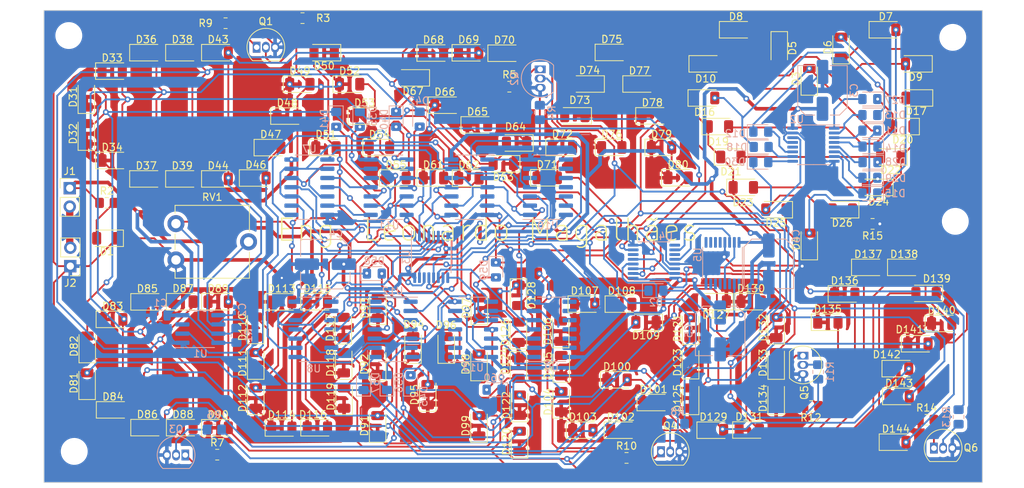
<source format=kicad_pcb>
(kicad_pcb (version 20221018) (generator pcbnew)
  (layers (0 "F.Cu" signal) (31 "B.Cu" signal) (34 "B.Paste" user) (35 "F.Paste" user) (36 "B.SilkS" user "B.Silkscreen") (37 "F.SilkS" user "F.Silkscreen") (38 "B.Mask" user) (39 "F.Mask" user) (44 "Edge.Cuts" user))
  (net 0 "")
  (net 1 "GND")
  (net 2 "Vbat")
  (net 3 "GND4")
  (net 4 "Net-(Q4-C)")
  (net 5 "GND5")
  (net 6 "Net-(Q5-C)")
  (net 7 "BQ5")
  (net 8 "Net-(Q5-B)")
  (net 9 "GND1")
  (net 10 "Net-(Q1-C)")
  (net 11 "Net-(D10-K)")
  (net 12 "GND6")
  (net 13 "Net-(Q6-C)")
  (net 14 "BQ6")
  (net 15 "Net-(Q6-B)")
  (net 16 "+9V")
  (net 17 "CLK")
  (net 18 "GND3")
  (net 19 "Net-(Q3-C)")
  (net 20 "GND2")
  (net 21 "Net-(Q2-C)")
  (net 22 "BQ2")
  (net 23 "Net-(Q2-B)")
  (net 24 "BQ1")
  (net 25 "Net-(Q1-B)")
  (net 26 "BQ4")
  (net 27 "Net-(Q4-B)")
  (net 28 "BQ3")
  (net 29 "Net-(Q3-B)")
  (net 30 "Net-(D1-A)")
  (net 31 "Net-(U1-THR)")
  (net 32 "CO5")
  (net 33 "CO1")
  (net 34 "CO0")
  (net 35 "CO2")
  (net 36 "CO6")
  (net 37 "CO7")
  (net 38 "CO3")
  (net 39 "CO8")
  (net 40 "CO4")
  (net 41 "CO9")
  (net 43 "MRTr")
  (net 47 "COUTTr")
  (net 48 "CLKTr")
  (net 49 "M6")
  (net 50 "M2")
  (net 51 "M1")
  (net 52 "M3")
  (net 53 "M7")
  (net 54 "M8")
  (net 55 "M4")
  (net 56 "M9")
  (net 57 "M5")
  (net 58 "M10")
  (net 59 "COUTU3")
  (net 60 "F0M3")
  (net 62 "Net-(D2-A)")
  (net 64 "MRCEN")
  (net 73 "Net-(U1-CV)")
  (net 80 "D8i")
  (net 81 "M9F0N")
  (net 82 "M2F0")
  (net 83 "D9i")
  (net 84 "M10F0N")
  (net 85 "F0M3N")
  (net 86 "F0")
  (net 87 "M1F0")
  (net 88 "F0N")
  (net 89 "M1F0N")
  (net 90 "M2F0N")
  (net 91 "M3F0N")
  (net 92 "M4F0N")
  (net 93 "M5F0N")
  (net 94 "M6F0N")
  (net 95 "M7F0N")
  (net 96 "M8F0N")
  (net 111 "D0i")
  (net 112 "D1i")
  (net 113 "D2i")
  (net 114 "D3i")
  (net 115 "D4i")
  (net 116 "D5i")
  (net 117 "D6i")
  (net 118 "D7i")
  (net 119 "Net-(D16-A)")
  (net 120 "Net-(D19-A)")
  (net 121 "Net-(D21-A)")
  (net 122 "Net-(D23-A)")
  (net 123 "Net-(D25-A)")
  (net 124 "D0")
  (net 125 "D1")
  (net 126 "D2")
  (net 127 "D3")
  (net 128 "D4")
  (net 129 "D5")
  (net 130 "D6")
  (net 131 "D7")
  (net 132 "D8")
  (net 133 "D9")
  (net 134 "Net-(D11-K)")
  (net 135 "Net-(D13-K)")
  (net 136 "Net-(D14-K)")
  (net 137 "Net-(D10-A)")
  (footprint "LED_SMD:LED_1206_3216Metric" (layer "F.Cu") (at 218.1606 116.4306 180)
    (fp_text reference "D22")
    (fp_text value "LED")
  )
  (footprint "Resistor_SMD:R_0805_2012Metric_Pad1.20x1.40mm_HandSolder" (layer "F.Cu") (at 110.1344 122.7582)
    (fp_text reference "R2")
    (fp_text value "700")
  )
  (footprint "Resistor_SMD:R_0805_2012Metric_Pad1.20x1.40mm_HandSolder" (layer "F.Cu") (at 137.1 97.3 180)
    (fp_text reference "R3")
    (fp_text value "510")
  )
  (footprint "LED_SMD:LED_1206_3216Metric" (layer "F.Cu") (at 211.8166 135.3058)
    (fp_text reference "D136")
    (fp_text value "LED")
  )
  (footprint "LED_SMD:LED_1206_3216Metric" (layer "F.Cu") (at 149.987 119.3292)
    (fp_text reference "D55")
    (fp_text value "LED")
  )
  (footprint "LED_SMD:LED_1206_3216Metric" (layer "F.Cu") (at 143.5892 106.4006)
    (fp_text reference "D52")
    (fp_text value "LED")
  )
  (footprint "LED_SMD:LED_1206_3216Metric" (layer "F.Cu") (at 202.3334 123.698 180)
    (fp_text reference "D25")
    (fp_text value "LED")
  )
  (footprint "LED_SMD:LED_1206_3216Metric" (layer "F.Cu") (at 147.5008 137.2464 90)
    (fp_text reference "D93")
    (fp_text value "LED")
  )
  (footprint "LED_SMD:LED_1206_3216Metric" (layer "F.Cu") (at 166.8556 135.5 -90)
    (fp_text reference "D128")
    (fp_text value "LED")
  )
  (footprint "LED_SMD:LED_1206_3216Metric" (layer "F.Cu") (at 194.1098 136.370201 180)
    (fp_text reference "D127")
    (fp_text value "LED")
  )
  (footprint "LED_SMD:LED_1206_3216Metric" (layer "F.Cu") (at 183.518 106.3752)
    (fp_text reference "D77")
    (fp_text value "LED")
  )
  (footprint "LED_SMD:LED_1206_3216Metric" (layer "F.Cu") (at 221.5896 103.6036 180)
    (fp_text reference "D9")
    (fp_text value "LED")
  )
  (footprint "LED_SMD:LED_1206_3216Metric" (layer "F.Cu") (at 152.3238 105.537 180)
    (fp_text reference "D67")
    (fp_text value "LED")
  )
  (footprint "LED_SMD:LED_1206_3216Metric" (layer "F.Cu") (at 147.701 115.1382)
    (fp_text reference "D54")
    (fp_text value "LED")
  )
  (footprint "MountingHole:MountingHole_3.2mm_M3" (layer "F.Cu") (at 226.7 99.95)
    (fp_text reference "REF**" hide)
    (fp_text value "MountingHole_3.2mm_M3")
  )
  (footprint "LED_SMD:LED_1206_3216Metric" (layer "F.Cu") (at 155.1462 102.108)
    (fp_text reference "D68")
    (fp_text value "LED")
  )
  (footprint "LED_SMD:LED_1206_3216Metric" (layer "F.Cu") (at 196.1236 116.4306)
    (fp_text reference "D21")
    (fp_text value "LED")
  )
  (footprint "LED_SMD:LED_1206_3216Metric" (layer "F.Cu") (at 107.318 108.1532 90)
    (fp_text reference "D31")
    (fp_text value "LED")
  )
  (footprint "LED_SMD:LED_1206_3216Metric" (layer "F.Cu") (at 120.529 102.0572)
    (fp_text reference "D38")
    (fp_text value "LED")
  )
  (footprint "LED_SMD:LED_1206_3216Metric" (layer "F.Cu") (at 186.566 115.1128)
    (fp_text reference "D79")
    (fp_text value "LED")
  )
  (footprint "LED_SMD:LED_1206_3216Metric" (layer "F.Cu") (at 223.021 135.2296 180)
    (fp_text reference "D139")
    (fp_text value "LED")
  )
  (footprint "LED_SMD:LED_1206_3216Metric" (layer "F.Cu") (at 185.296 110.7694)
    (fp_text reference "D78")
    (fp_text value "LED")
  )
  (footprint "LED_SMD:LED_1206_3216Metric" (layer "F.Cu") (at 209.49 139.2174)
    (fp_text reference "D135")
    (fp_text value "LED")
  )
  (footprint "LED_SMD:LED_1206_3216Metric" (layer "F.Cu") (at 147.45 144.9832 90)
    (fp_text reference "D92")
    (fp_text value "LED")
  )
  (footprint "LED_SMD:LED_1206_3216Metric" (layer "F.Cu") (at 110.9472 138.811)
    (fp_text reference "D83")
    (fp_text value "LED")
  )
  (footprint "LED_SMD:LED_1206_3216Metric" (layer "F.Cu") (at 170.818 119.3038)
    (fp_text reference "D71")
    (fp_text value "LED")
  )
  (footprint "MountingHole:MountingHole_3.2mm_M3" (layer "F.Cu") (at 227.05 125.3)
    (fp_text reference "REF**" hide)
    (fp_text value "MountingHole_3.2mm_M3")
  )
  (footprint "LED_SMD:LED_1206_3216Metric" (layer "F.Cu") (at 164.7728 117.3734 180)
    (fp_text reference "D63")
    (fp_text value "LED")
  )
  (footprint "LED_SMD:LED_1206_3216Metric" (layer "F.Cu") (at 166.8556 145.533 -90)
    (fp_text reference "D124")
    (fp_text value "LED")
  )
  (footprint "LED_SMD:LED_1206_3216Metric" (layer "F.Cu") (at 175.9772 136.700401)
    (fp_text reference "D107")
    (fp_text value "LED")
  )
  (footprint "Resistor_SMD:R_0805_2012Metric_Pad1.20x1.40mm_HandSolder" (layer "F.Cu") (at 223.1 152.65)
    (fp_text reference "R14")
    (fp_text value "330")
  )
  (footprint "MountingHole:MountingHole_3.2mm_M3" (layer "F.Cu") (at 104.9 99.7)
    (fp_text reference "REF**" hide)
    (fp_text value "MountingHole_3.2mm_M3")
  )
  (footprint "LED_SMD:LED_1206_3216Metric" (layer "F.Cu") (at 202.7936 101.4446 -90)
    (fp_text reference "D5")
    (fp_text value "LED")
  )
  (footprint "LED_SMD:LED_1206_3216Metric" (layer "F.Cu") (at 197.8406 120.6216)
    (fp_text reference "D23")
    (fp_text value "LED")
  )
  (footprint "LED_SMD:LED_1206_3216Metric" (layer "F.Cu") (at 194.4116 112.2396)
    (fp_text reference locked "D19")
    (fp_text value "LED")
  )
  (footprint "LED_SMD:LED_1206_3216Metric" (layer "F.Cu") (at 154.3588 149.1844 90)
    (fp_text reference "D95")
    (fp_text value "LED")
  )
  (footprint "Package_TO_SOT_THT:TO-92_Inline" (layer "F.Cu") (at 130.78 101.31)
    (fp_text reference "Q1")
    (fp_text value "BC549")
  )
  (footprint "LED_SMD:LED_1206_3216Metric" (layer "F.Cu") (at 125.482 136.3726)
    (fp_text reference "D89")
    (fp_text value "LED")
  )
  (footprint "LED_SMD:LED_1206_3216Metric" (layer "F.Cu") (at 110.874 104.5972)
    (fp_text reference "D33")
    (fp_text value "LED")
  )
  (footprint "Connector_PinHeader_2.54mm:PinHeader_1x02_P2.54mm_Vertical" (layer "F.Cu") (at 105.1052 131.4704 180)
    (fp_text reference "J2")
    (fp_text value "Conn_bateria")
  )
  (footprint "LED_SMD:LED_1206_3216Metric" (layer "F.Cu") (at 164.9252 102.1334)
    (fp_text reference "D70")
    (fp_text value "LED")
  )
  (footprint "LED_SMD:LED_1206_3216Metric" (layer "F.Cu") (at 140.335 115.1382)
    (fp_text reference "D51")
    (fp_text value "LED")
  )
  (footprint "LED_SMD:LED_1206_3216Metric" (layer "F.Cu") (at 107.318 113.2302 90)
    (fp_text reference "D32")
    (fp_text value "LED")
  )
  (footprint "Resistor_SMD:R_0805_2012Metric_Pad1.20x1.40mm_HandSolder" (layer "F.Cu") (at 207.2 150.75)
    (fp_text reference "R12")
    (fp_text value "330")
  )
  (footprint "LED_SMD:LED_1206_3216Metric" (layer "F.Cu") (at 161.42 144.9832 90)
    (fp_text reference "D98")
    (fp_text value "LED")
  )
  (footprint "LED_SMD:LED_1206_3216Metric" (layer "F.Cu") (at 219.9984 131.6482)
    (fp_text reference "D138")
    (fp_text value "LED")
  )
  (footprint "LED_SMD:LED_1206_3216Metric" (layer "F.Cu") (at 172.7484 145.1834 90)
    (fp_text reference "D105")
    (fp_text value "LED")
  )
  (footprint "LED_SMD:LED_1206_3216Metric" (layer "F.Cu") (at 134.242 153.769201)
    (fp_text reference "D114")
    (fp_text value "LED")
  )
  (footprint "LED_SMD:LED_1206_3216Metric" (layer "F.Cu") (at 167.008 150.6324 90)
    (fp_text reference "D122")
    (fp_text value "LED")
  )
  (footprint "LED_SMD:LED_1206_3216Metric" (layer "F.Cu") (at 190.5792 149.654401 90)
    (fp_text reference "D125")
    (fp_text value "LED")
  )
  (footprint "LED_SMD:LED_1206_3216Metric" (layer "F.Cu") (at 110.1344 127.635 180)
    (fp_text reference "D1")
    (fp_text value "LED ON")
  )
  (footprint "LED_SMD:LED_1206_3216Metric" (layer "F.Cu") (at 172.911 115.1128)
    (fp_text reference "D72")
    (fp_text value "LED")
  )
  (footprint "LED_SMD:LED_1206_3216Metric" (layer "F.Cu") (at 175.7232 154.074001)
    (fp_text reference "D103")
    (fp_text value "LED")
  )
  (footprint "LED_SMD:LED_1206_3216Metric" (layer "F.Cu") (at 219.8116 112.2396 180)
    (fp_text reference "D20")
    (fp_text value "LED")
  )
  (footprint "LED_SMD:LED_1206_3216Metric" (layer "F.Cu") (at 161.4708 137.2464 90)
    (fp_text reference "D97")
    (fp_text value "LED")
  )
  (footprint "LED_SMD:LED_1206_3216Metric" (layer "F.Cu") (at 179.708 115.1128)
    (fp_text reference "D76")
    (fp_text value "LED")
  )
  (footprint "LED_SMD:LED_1206_3216Metric" (layer "F.Cu") (at 120.6276 153.7208)
    (fp_text reference "D88")
    (fp_text value "LED")
  )
  (footprint "LED_SMD:LED_1206_3216Metric" (layer "F.Cu") (at 161.2168 112.014)
    (fp_text reference "D65")
    (fp_text value "LED")
  )
  (footprint "LED_SMD:LED_1206_3216Metric" (layer "F.Cu") (at 139.1472 136.370201)
    (fp_text reference "D115")
    (fp_text value "LED")
  )
  (footprint "LED_SMD:LED_1206_3216Metric" (layer "F.Cu") (at 147.45 153.4668 90)
    (fp_text reference "D91")
    (fp_text value "LED")
  )
  (footprint "LED_SMD:LED_1206_3216Metric" (layer "F.Cu") (at 115.7224 153.7208)
    (fp_text reference "D86")
    (fp_text value "LED")
  )
  (footprint "LED_SMD:LED_1206_3216Metric" (layer "F.Cu") (at 216.1946 120.6216 180)
    (fp_text reference "D24")
    (fp_text value "LED")
  )
  (footprint "Resistor_SMD:R_0805_2012Metric_Pad1.20x1.40mm_HandSolder" (layer "F.Cu") (at 181.75 157.9)
    (fp_text reference "R10")
    (fp_text value "330")
  )
  (footprint "LED_SMD:LED_1206_3216Metric" (layer "F.Cu") (at 115.7224 136.398)
    (fp_text reference "D85")
    (fp_text value "LED")
  )
  (footprint "LED_SMD:LED_1206_3216Metric" (layer "F.Cu") (at 180.9556 154.0764)
    (fp_text reference "D102")
    (fp_text value "LED")
  )
  (footprint "LED_SMD:LED_1206_3216Metric" (layer "F.Cu") (at 180.4416 147.1422)
    (fp_text reference "D100")
    (fp_text value "LED")
  )
  (footprint "LED_SMD:LED_1206_3216Metric" (layer "F.Cu") (at 125.479 102.0572)
    (fp_text reference "D43")
    (fp_text value "LED")
  )
  (footprint "LED_SMD:LED_1206_3216Metric" (layer "F.Cu") (at 132.715 115.1382)
    (fp_text reference "D47")
    (fp_text value "LED")
  )
  (footprint "LED_SMD:LED_1206_3216Metric" (layer "F.Cu") (at 140.087 102.0572 180)
    (fp_text reference "D50")
    (fp_text value "LED")
  )
  (footprint "LED_SMD:LED_1206_3216Metric" (layer "F.Cu") (at 120.526 119.4562)
    (fp_text reference "D39")
    (fp_text value "LED")
  )
  (footprint "LED_SMD:LED_1206_3216Metric" (layer "F.Cu") (at 202.3648 139.926201 90)
    (fp_text reference "D132")
    (fp_text value "LED")
  )
  (footprint "Resistor_SMD:R_0805_2012Metric_Pad1.20x1.40mm_HandSolder" (layer "F.Cu") (at 125.35 157.45)
    (fp_text reference "R7")
    (fp_text value "330")
  )
  (footprint "LED_SMD:LED_1206_3216Metric" (layer "F.Cu") (at 193.7288 154.0764)
    (fp_text reference "D129")
    (fp_text value "LED")
  )
  (footprint "LED_SMD:LED_1206_3216Metric" (layer "F.Cu") (at 211.3026 101.3176 90)
    (fp_text reference "D6")
    (fp_text value "LED")
  )
  (footprint "LED_SMD:LED_1206_3216Metric" (layer "F.Cu") (at 217.4596 98.9046)
    (fp_text reference "D7")
    (fp_text value "LED")
  )
  (footprint "LED_SMD:LED_1206_3216Metric" (layer "F.Cu") (at 219.3096 149.4282)
    (fp_text reference "D143")
    (fp_text value "LED")
  )
  (footprint "LED_SMD:LED_1206_3216Metric" (layer "F.Cu") (at 211.4774 123.698 180)
    (fp_text reference "D26")
    (fp_text value "LED")
  )
  (footprint "LED_SMD:LED_1206_3216Metric" (layer "F.Cu") (at 176.406 106.3752 180)
    (fp_text reference "D74")
    (fp_text value "LED")
  )
  (footprint "LED_SMD:LED_1206_3216Metric" (layer "F.Cu") (at 167.008 155.6228 90)
    (fp_text reference "D120")
    (fp_text value "LED")
  )
  (footprint "LED_SMD:LED_1206_3216Metric" (layer "F.Cu") (at 161.42 153.4668 90)
    (fp_text reference "D99")
    (fp_text value "LED")
  )
  (footprint "LED_SMD:LED_1206_3216Metric" (layer "F.Cu") (at 202.3648 144.783 90)
    (fp_text reference "D133")
    (fp_text value "LED")
  )
  (footprint "LED_SMD:LED_1206_3216Metric" (layer "F.Cu") (at 155.1462 119.3292)
    (fp_text reference "D61")
    (fp_text value "LED")
  )
  (footprint "LED_SMD:LED_1206_3216Metric" (layer "F.Cu") (at 202.3648 149.654401 90)
    (fp_text reference "D134")
    (fp_text value "LED")
  )
  (footprint "Resistor_SMD:R_0805_2012Metric_Pad1.20x1.40mm_HandSolder" (layer "F.Cu") (at 126.5 98)
    (fp_text reference "R9")
    (fp_text value "330")
  )
  (footprint "LED_SMD:LED_1206_3216Metric" (layer "F.Cu") (at 110.874 116.9162)
    (fp_text reference "D34")
    (fp_text value "LED")
  )
  (footprint "LED_SMD:LED_1206_3216Metric" (layer "F.Cu") (at 172.7484 150.1424 90)
    (fp_text reference "D104")
    (fp_text value "LED")
  )
  (footprint "LED_SMD:LED_1206_3216Metric" (layer "F.Cu") (at 156.8988 142.5804 90)
    (fp_text reference "D96")
    (fp_text value "LED")
  )
  (footprint "LED_SMD:LED_1206_3216Metric" (layer "F.Cu") (at 145.669 110.7948)
    (fp_text reference "D53")
    (fp_text value "LED")
  )
  (footprint "LED_SMD:LED_1206_3216Metric" (layer "F.Cu") (at 139.1472 153.743801)
    (fp_text reference "D116")
    (fp_text value "LED")
  )
  (footprint "Resistor_SMD:R_0805_2012Metric_Pad1.20x1.40mm_HandSolder" (layer "F.Cu") (at 215.65 125.65 180)
    (fp_text reference "R15")
    (fp_text value "330")
  )
  (footprint "LED_SMD:LED_1206_3216Metric" (layer "F.Cu") (at 134.242 136.395601)
    (fp_text reference "D113")
    (fp_text value "LED")
  )
  (footprint "LED_SMD:LED_1206_3216Metric" (layer "F.Cu") (at 135.001 110.7948)
    (fp_text reference "D48")
    (fp_text value "LED")
  )
  (footprint "LED_SMD:LED_1206_3216Metric" (layer "F.Cu") (at 115.57 102.0572)
    (fp_text reference "D36")
    (fp_text value "LED")
  )
  (footprint "Connector_PinHeader_2.54mm:PinHeader_1x02_P2.54mm_Vertical" (layer "F.Cu") (at 105.029 120.7262)
    (fp_text reference "J1")
    (fp_text value "ON/OFF")
  )
  (footprint "LED_SMD:LED_1206_3216Metric" (layer "F.Cu") (at 190.5792 139.9794 90)
    (fp_text reference "D121")
    (fp_text value "LED")
  )
  (footprint "LED_SMD:LED_1206_3216Metric" (layer "F.Cu") (at 225.174 139.3698)
    (fp_text reference "D140")
    (fp_text value "LED")
  )
  (footprint "LED_SMD:LED_1206_3216Metric" (layer "F.Cu") (at 130.6606 139.875401 90)
    (fp_text reference "D110")
    (fp_text value "LED")
  )
  (footprint "LED_SMD:LED_1206_3216Metric" (layer "F.Cu") (at 142.8272 149.654401 90)
    (fp_text reference "D119")
    (fp_text value "LED")
  )
  (footprint "LED_SMD:LED_1206_3216Metric" (layer "F.Cu") (at 198.6594 154.051)
    (fp_text reference "D131")
    (fp_text value "LED")
  )
  (footprint "LED_SMD:LED_1206_3216Metric" (layer "F.Cu") (at 218.8524 155.7274)
    (fp_text reference "D144")
    (fp_text value "LED")
  )
  (footprint "LED_SMD:LED_1206_3216Metric" (layer "F.Cu") (at 215.0394 131.6482)
    (fp_text reference "D137")
    (fp_text value "LED")
  )
  (footprint "LED_SMD:LED_1206_3216Metric" (layer "F.Cu") (at 152.3268 142.5804 90)
    (fp_text reference "D94")
    (fp_text value "LED")
  )
  (footprint "LED_SMD:LED_1206_3216Metric" (layer "F.Cu") (at 107.445 142.5042 90)
    (fp_text reference "D82")
    (fp_text value "LED")
  )
  (footprint "Potentiometer_THT:Potentiometer_ACP_CA9-V10_Vertical" (layer "F.Cu") (at 119.6632 130.618)
    (fp_text reference "RV1")
    (fp_text value "10k")
  )
  (footprint "LED_SMD:LED_1206_3216Metric" (layer "F.Cu") (at 142.7764 144.783 90)
    (fp_text reference "D118")
    (fp_text value "LED")
  )
  (footprint "LED_SMD:LED_1206_3216Metric" (layer "F.Cu") (at 198.9134 136.370201)
    (fp_text reference "D130")
    (fp_text value "LED")
  )
  (footprint "LED_SMD:LED_1206_3216Metric" (layer "F.Cu") (at 206.9338 105.6356 90)
    (fp_text reference "D3")
    (fp_text value "LED")
  )
  (footprint "LED_SMD:LED_1206_3216Metric" (layer "F.Cu") (at 206.9338 128.3208 90)
    (fp_text reference "D4")
    (fp_text value "LED")
  )
  (footprint "Package_TO_SOT_THT:TO-92_Inline" (layer "F.Cu") (at 224.1 156.55)
    (fp_text reference "Q6")
    (fp_text value "BC549")
  )
  (footprint "LED_SMD:LED_1206_3216Metric" (layer "F.Cu") (at 192.5066 108.3026)
    (fp_text reference "D16")
    (fp_text value "LED")
  )
  (footprint "LED_SMD:LED_1206_3216Metric" (layer "F.Cu") (at 174.628 110.7694 180)
    (fp_text reference "D73")
    (fp_text value "LED")
  )
  (footprint "LED_SMD:LED_1206_3216Metric" (layer "F.Cu") (at 160.023 119.3546)
    (fp_text reference "D62")
    (fp_text value "LED")
  )
  (footprint "LED_SMD:LED_1206_3216Metric" (layer "F.Cu") (at 185.4708 150.2664)
    (fp_text reference "D101")
    (fp_text value "LED")
  )
  (footprint "LED_SMD:LED_1206_3216Metric" (layer "F.Cu") (at 125.479 119.4562)
    (fp_text reference "D44")
    (fp_text value "LED")
  )
  (footprint "LED_SMD:LED_1206_3216Metric" (layer "F.Cu") (at 172.6722 140.4366 90)
    (fp_text reference "D106")
    (fp_text value "LED")
  )
  (footprint "LED_SMD:LED_1206_3216Metric" (layer "F.Cu") (at 136.7312 106.4006)
    (fp_text reference "D49")
    (fp_text value "LED")
  )
  (footprint "LED_SMD:LED_1206_3216Metric" (layer "F.Cu") (at 166.8556 140.586 90)
    (fp_text reference "D126")
    (fp_text value "LED")
  )
  (footprint "MountingHole:MountingHole_3.2mm_M3" (layer "F.Cu") (at 105.65 157)
    (fp_text reference "REF**" hide)
    (fp_text value "MountingHole_3.2mm_M3")
  )
  (footprint "LED_SMD:LED_1206_3216Metric" (layer "F.Cu") (at 179.708 102.0318)
    (fp_text reference "D75")
    (fp_text value "LED")
  )
  (footprint "Package_TO_SOT_THT:TO-92_Inline" (layer "F.Cu") (at 186.5 157.05)
    (fp_text reference "Q4")
    (fp_text value "BC549")
  )
  (footprint "Package_TO_SOT_THT:TO-92_Inline" (layer "F.Cu") (at 206.05 143.81 -90)
    (fp_text reference "Q5")
    (fp_text value "BC549")
  )
  (footprint "LED_SMD:LED_1206_3216Metric" (layer "F.Cu") (at 120.6276 136.3726)
    (fp_text reference "D87")
    (fp_text value "LED")
  )
  (footprint "LED_SMD:LED_1206_3216Metric" (layer "F.Cu") (at 219.2334 145.5928)
    (fp_text reference "D142")
    (fp_text value "LED")
  )
  (footprint "LED_SMD:LED_1206_3216Metric" (layer "F.Cu") (at 142.7256 139.926201 90)
    (fp_text reference "D117")
    (fp_text value "LED")
  )
  (footprint "LED_SMD:LED_1206_3216Metric" (layer "F.Cu") (at 130.6606 149.654401 90)
    (fp_text reference "D112")
    (fp_text value "LED")
  )
  (footprint "LED_SMD:LED_1206_3216Metric" (layer "F.Cu") (at 130.683 119.3292)
    (fp_text reference "D46")
    (fp_text value "LED")
  )
  (footprint "LED_SMD:LED_1206_3216Metric" (layer "F.Cu") (at 107.4196 147.574 90)
    (fp_text reference "D81")
    (fp_text value "LED")
  )
  (footprint "LED_SMD:LED_1206_3216Metric" (layer "F.Cu") (at 190.5792 144.7292 90)
    (fp_text reference "D123")
    (fp_text value "LED")
  )
  (footprint "Resistor_SMD:R_0805_2012Metric_Pad1.20x1.40mm_HandSolder" (layer "F.Cu") (at 165.6 106.75)
    (fp_text reference "R5")
    (fp_text value "330")
  )
  (footprint "LED_SMD:LED_1206_3216Metric" (layer "F.Cu") (at 188.852 119.3038)
    (fp_text reference "D80")
    (fp_text value "LED")
  )
  (footprint "LED_SMD:LED_1206_3216Metric" (layer "F.Cu") (at 184.4294 139.2174 180)
    (fp_text reference "D109")
    (fp_text value "LED")
  )
  (footprint "LED_SMD:LED_1206_3216Metric" (layer "F.Cu") (at 159.9946 102.0826)
    (fp_text reference "D69")
    (fp_text value "LED")
  )
  (footprint "LED_SMD:LED_1206_3216Metric" (layer "F.Cu") (at 221.8974 142.1638)
    (fp_text reference "D141")
    (fp_text value "LED")
  )
  (footprint "LED_SMD:LED_1206_3216Metric" (layer "F.Cu") (at 166.6016 114.5032 180)
    (fp_text reference "D64")
    (fp_text value "LED")
  )
  (footprint "LED_SMD:LED_1206_3216Metric" (layer "F.Cu") (at 110.9756 151.2824)
    (fp_text reference "D84")
    (fp_text value "LED")
  )
  (footprint "LED_SMD:LED_1206_3216Metric" (layer "F.Cu") (at 221.6556 108.3026 180)
    (fp_text reference "D17")
    (fp_text value "LED")
  )
  (footprint "LED_SMD:LED_1206_3216Metric" (layer "F.Cu") (at 125.482 153.7462)
    (fp_text reference "D90")
    (fp_text value "LED")
  )
  (footprint "LED_SMD:LED_1206_3216Metric" (layer "F.Cu") (at 181.0826 136.7028)
    (fp_text reference "D108")
    (fp_text value "LED")
  )
  (footprint "LED_SMD:LED_1206_3216Metric" (layer "F.Cu") (at 156.718 109.2962)
    (fp_text reference "D66")
    (fp_text value "LED")
  )
  (footprint "LED_SMD:LED_1206_3216Metric" (layer "F.Cu") (at 192.6336 103.6036)
    (fp_text reference "D10")
    (fp_text value "LED")
  )
  (footprint "LED_SMD:LED_1206_3216Metric" (layer "F.Cu") (at 130.6606 144.783 90)
    (fp_text reference "D111")
    (fp_text value "LED")
  )
  (footprint "LED_SMD:LED_1206_3216Metric" (layer "F.Cu") (at 115.57 119.4562)
    (fp_text reference "D37")
    (fp_text value "LED")
  )
  (footprint "LED_SMD:LED_1206_3216Metric" (layer "F.Cu") (at 196.8246 98.9046)
    (fp_text reference "D8")
    (fp_text value "LED")
  )
  (footprint "Package_SO:SOIC-14_3.9x8.7mm_P1.27mm" (layer "B.Cu") (at 138.6078 140.187499 180)
    (fp_text reference "U8")
    (fp_text value "74LS08")
  )
  (footprint "Package_SO:TSSOP-16_4.4x5mm_P0.65mm" (layer "B.Cu") (at 194.975 131.0625 90)
    (fp_text reference "U5")
    (fp_text value "4017")
  )
  (footprint "Package_SO:SOIC-14_3.9x8.7mm_P1.27mm" (layer "B.Cu") (at 160.0962 120.5992 180)
    (fp_text reference "U6" hide)
    (fp_text value "74LS08")
  )
  (footprint "Package_SO:SOIC-14_3.9x8.7mm_P1.27mm" (layer "B.Cu") (at 171.4246 140.187499)
    (fp_text reference "U9")
    (fp_text value "74LS08")
  )
  (footprint "Resistor_SMD:R_0805_2012Metric_Pad1.20x1.40mm_HandSolder" (layer "B.Cu") (at 128 141 90)
    (fp_text reference "R1")
    (fp_text value "10k")
  )
  (footprint "Diode_SMD:D_0805_2012Metric_Pad1.15x1.40mm_HandSolder" (layer "B.Cu") (at 215.275 110.65 180)
    (fp_text reference "D13")
    (fp_text value "1N4148" hide)
  )
  (footprint "Resistor_SMD:R_0805_2012Metric_Pad1.20x1.40mm_HandSolder" (layer "B.Cu") (at 169.8 110.3 90)
    (fp_text reference "R4")
    (fp_text value "510")
  )
  (footprint "Package_SO:SOIC-14_3.9x8.7mm_P1.27mm" (layer "B.Cu") (at 148.971 120.5992)
    (fp_text reference "U11")
    (fp_text value "74LS32")
  )
  (footprint "Package_TO_SOT_THT:TO-92_Inline" (layer "B.Cu") (at 169.85 104.35 -90)
    (fp_text reference "Q2")
    (fp_text value "BC549")
  )
  (footprint "Package_SO:SOIC-14_3.9x8.7mm_P1.27mm" (layer "B.Cu") (at 138.049 120.5992 180)
    (fp_text reference "U7")
    (fp_text value "74LS08")
  )
  (footprint "Diode_SMD:D_0805_2012Metric_Pad1.15x1.40mm_HandSolder" (layer "B.Cu") (at 200.3 115.05)
    (fp_text reference "D18")
    (fp_text value "1N4148" hide)
  )
  (footprint "Package_SO:TSSOP-16_4.4x5mm_P0.65mm" (layer "B.Cu") (at 185.525 130.85625)
    (fp_text reference "U4")
    (fp_text value "4017")
  )
  (footprint "Diode_SMD:D_0805_2012Metric_Pad1.15x1.40mm_HandSolder" (layer "B.Cu") (at 145 111.25 -90)
    (fp_text reference "D35")
    (fp_text value "1N4148")
  )
  (footprint "Diode_SMD:D_0805_2012Metric_Pad1.15x1.40mm_HandSolder" (layer "B.Cu") (at 153.25 111.225 -90)
    (fp_text reference "D42")
    (fp_text value "1N4148" hide)
  )
  (footprint "Diode_SMD:D_0805_2012Metric_Pad1.15x1.40mm_HandSolder" (layer "B.Cu") (at 215.275 108.45 180)
    (fp_text reference "D27")
    (fp_text value "1N4148" hide)
  )
  (footprint "Package_SO:SOIC-14_3.9x8.7mm_P1.27mm" (layer "B.Cu") (at 160.6042 140.187499)
    (fp_text reference "U13")
    (fp_text value "74LS32")
  )
  (footprint "Diode_SMD:D_0805_2012Metric_Pad1.15x1.40mm_HandSolder" (layer "B.Cu") (at 150 111.25 -90)
    (fp_text reference "D40")
    (fp_text value "1N4148" hide)
  )
  (footprint "Capacitor_SMD:C_Elec_6.3x7.7" (layer "B.Cu") (at 208.75 107.25 90)
    (fp_text reference "C3")
    (fp_text value "10uF")
  )
  (footprint "Diode_SMD:D_0805_2012Metric_Pad1.15x1.40mm_HandSolder" (layer "B.Cu") (at 200.25 117.15)
    (fp_text reference "D30")
    (fp_text value "1N4148" hide)
  )
  (footprint "Package_SO:SOIC-14_3.9x8.7mm_P1.27mm" (layer "B.Cu") (at 149.5156 140.187499 180)
    (fp_text reference "U12")
    (fp_text value "74LS32")
  )
  (footprint "Diode_SMD:D_0805_2012Metric_Pad1.15x1.40mm_HandSolder" (layer "B.Cu") (at 141.75 111.25 -90)
    (fp_text reference "D41")
    (fp_text value "1N4148")
  )
  (footprint "Diode_SMD:D_0805_2012Metric_Pad1.15x1.40mm_HandSolder" (layer "B.Cu") (at 215.275 119.3 180)
    (fp_text reference "D29")
    (fp_text value "1N4148" hide)
  )
  (footprint "Diode_SMD:D_0805_2012Metric_Pad1.15x1.40mm_HandSolder" (layer "B.Cu") (at 215.275 112.8 180)
    (fp_text reference "D11")
    (fp_text value "1N4148" hide)
  )
  (footprint "Package_SO:TSSOP-16_4.4x5mm_P0.65mm" (layer "B.Cu") (at 154.8384 130.2004 -90)
    (fp_text reference "U3")
    (fp_text value "4017")
  )
  (footprint "Resistor_SMD:R_0805_2012Metric_Pad1.20x1.40mm_HandSolder" (layer "B.Cu") (at 227.5 152.25 -90)
    (fp_text reference "R13")
    (fp_text value "510")
  )
  (footprint "Diode_SMD:D_0805_2012Metric_Pad1.15x1.40mm_HandSolder" (layer "B.Cu") (at 147 132.5)
    (fp_text reference "D58")
    (fp_text value "1N4148" hide)
  )
  (footprint "Diode_SMD:D_0805_2012Metric_Pad1.15x1.40mm_HandSolder" (layer "B.Cu") (at 145.5 147.525 90)
    (fp_text reference "D57")
    (fp_text value "1N4148")
  )
  (footprint "Resistor_SMD:R_0805_2012Metric_Pad1.20x1.40mm_HandSolder" (layer "B.Cu") (at 124.95 154 180)
    (fp_text reference "R6")
    (fp_text value "510")
  )
  (footprint "Package_SO:TSSOP-16_4.4x5mm_P0.65mm" (layer "B.Cu") (at 207.5 114.75 180)
    (fp_text reference "U2")
    (fp_text value "4017")
  )
  (footprint "Diode_SMD:D_0805_2012Metric_Pad1.15x1.40mm_HandSolder" (layer "B.Cu") (at 163.5 148.5 180)
    (fp_text reference "D60")
    (fp_text value "1N4148")
  )
  (footprint "Diode_SMD:D_0805_2012Metric_Pad1.15x1.40mm_HandSolder" (layer "B.Cu") (at 215.275 121.45 180)
    (fp_text reference "D15")
    (fp_text value "1N4148" hide)
  )
  (footprint "Resistor_SMD:R_0805_2012Metric_Pad1.20x1.40mm_HandSolder" (layer "B.Cu") (at 188.75 153.2 180)
    (fp_text reference "R8")
    (fp_text value "510")
  )
  (footprint "Package_TO_SOT_THT:TO-92_Inline" (layer "B.Cu") (at 120.95 157.5 180)
    (fp_text reference "Q3")
    (fp_text value "BC549")
  )
  (footprint "Capacitor_SMD:C_0805_2012Metric" (layer "B.Cu") (at 117.5 138.25 180)
    (fp_text reference "C1")
    (fp_text value "100nF")
  )
  (footprint "Diode_SMD:D_0805_2012Metric_Pad1.15x1.40mm_HandSolder" (layer "B.Cu") (at 152 147.525 90)
    (fp_text reference "D45")
    (fp_text value "1N4148")
  )
  (footprint "Capacitor_SMD:C_Elec_6.3x7.7" (layer "B.Cu") (at 194.65 140.4 -90)
    (fp_text reference "C5")
    (fp_text value "10uF")
  )
  (footprint "Package_SO:SOIC-14_3.9x8.7mm_P1.27mm" (layer "B.Cu") (at 170.9166 120.5992)
    (fp_text reference "U10")
    (fp_text value "74HC04")
  )
  (footprint "Capacitor_SMD:C_Elec_6.3x7.7" (layer "B.Cu") (at 201.35 131.1625 -90)
    (fp_text reference "C6")
    (fp_text value "10uF")
  )
  (footprint "Resistor_SMD:R_0805_2012Metric_Pad1.20x1.40mm_HandSolder" (layer "B.Cu") (at 208.15 146.05 90)
    (fp_text reference "R11")
    (fp_text value "510")
  )
  (footprint "Diode_SMD:D_0805_2012Metric_Pad1.15x1.40mm_HandSolder" (layer "B.Cu") (at 185.8 134.85)
    (fp_text reference "D2")
    (fp_text value "1N4148")
  )
  (footprint "Diode_SMD:D_0805_2012Metric_Pad1.15x1.40mm_HandSolder" (layer "B.Cu") (at 215.3 117.15 180)
    (fp_text reference "D28")
    (fp_text value "1N4148" hide)
  )
  (footprint "Diode_SMD:D_0805_2012Metric_Pad1.15x1.40mm_HandSolder" (layer "B.Cu") (at 215.3 115 180)
    (fp_text reference "D14")
    (fp_text value "1N4148" hide)
  )
  (footprint "Capacitor_SMD:C_Elec_6.3x7.7" (layer "B.Cu") (at 140.25 131.2 180)
    (fp_text reference "C4")
    (fp_text value "10uF")
  )
  (footprint "Diode_SMD:D_0805_2012Metric_Pad1.15x1.40mm_HandSolder" (layer "B.Cu") (at 148.75 147.5 90)
    (fp_text reference "D56")
    (fp_text value "1N4148")
  )
  (footprint "Diode_SMD:D_0805_2012Metric_Pad1.15x1.40mm_HandSolder" (layer "B.Cu") (at 163.75 132 -90)
    (fp_text reference "D59")
    (fp_text value "1N4148")
  )
  (footprint "Package_SO:SOIC-8_3.9x4.9mm_P1.27mm" (layer "B.Cu") (at 123.025 140.135)
    (fp_text reference "U1")
    (fp_text value "LM555xM")
  )
  (footprint "Diode_SMD:D_0805_2012Metric_Pad1.15x1.40mm_HandSolder" (layer "B.Cu") (at 200.25 112.95)
    (fp_text reference "D12")
    (fp_text value "1N4148" hide)
  )
  (footprint "Capacitor_SMD:C_0201_0603Metric_Pad0.64x0.40mm_HandSolder" (layer "B.Cu") (at 127.75 137.5 90)
    (fp_text reference "C2")
    (fp_text value "100pF")
  )
  (gr_rect (start 101.473 96.2406) (end 230.7844 161.281) (stroke (width 0.1)) (fill none) (layer "Edge.Cuts"))
  (gr_text "Eng. Leonardo Magalhães" (at 133.4 128.25) (layer "F.SilkS") (effects (font (size 3 3) (thickness 0.2) bold) (justify left bottom)))
  (segment (start 116.6802 127.635) (end 119.6632 130.618) (width 0.25) (layer "F.Cu") (net 1))
  (segment (start 157.65 127.3379) (end 154.9121 127.3379) (width 0.25) (layer "F.Cu") (net 1))
  (segment (start 133.32 101.31) (end 133.32 101.085) (width 0.25) (layer "F.Cu") (net 1))
  (segment (start 149.85 122.526688) (end 149.2255 123.151188) (width 0.25) (layer "F.Cu") (net 1))
  (segment (start 185.512701 129.187299) (end 185.15 129.55) (width 0.25) (layer "F.Cu") (net 1))
  (segment (start 150.701188 123.151188) (end 149.2255 123.151188) (width 0.25) (layer "F.Cu") (net 1))
  (segment (start 165 125.85) (end 164.25 126.6) (width 0.25) (layer "F.Cu") (net 1))
  (segment (start 157.65 127.3379) (end 157.625 127.3629) (width 0.25) (layer "F.Cu") (net 1))
  (segment (start 165.5 125.85) (end 165 125.85) (width 0.25) (layer "F.Cu") (net 1))
  (segment (start 169.8 115.25) (end 169.8 106.94) (width 0.25) (layer "F.Cu") (net 1))
  (segment (start 169.85 115.3) (end 169.8 115.25) (width 0.25) (layer "F.Cu") (net 1))
  (segment (start 149.85 119.049178) (end 149.85 122.526688) (width 0.25) (layer "F.Cu") (net 1))
  (segment (start 169.8 106.94) (end 169.85 106.89) (width 0.25) (layer "F.Cu") (net 1))
  (segment (start 157.625 131.525805) (end 154.860505 134.2903) (width 0.25) (layer "F.Cu") (net 1))
  (segment (start 105.1052 131.4704) (end 102.85 133.7256) (width 0.25) (layer "F.Cu") (net 1))
  (segment (start 158.1 136.35) (end 156.0403 134.2903) (width 0.25) (layer "F.Cu") (net 1))
  (segment (start 156.0403 134.2903) (end 154.55 134.2903) (width 0.25) (layer "F.Cu") (net 1))
  (segment (start 111.5344 127.635) (end 116.6802 127.635) (width 0.25) (layer "F.Cu") (net 1))
  (segment (start 164.25 127.7) (end 164.25 126.6) (width 0.25) (layer "F.Cu") (net 1))
  (segment (start 165.75 129.2) (end 164.25 127.7) (width 0.25) (layer "F.Cu") (net 1))
  (segment (start 102.8 130.9) (end 103.3704 131.4704) (width 0.25) (layer "F.Cu") (net 1))
  (segment (start 154.9121 127.3379) (end 154.9 127.35) (width 0.25) (layer "F.Cu") (net 1))
  (segment (start 103.3704 131.4704) (end 105.1052 131.4704) (width 0.25) (layer "F.Cu") (net 1))
  (segment (start 129.185 96.95) (end 112.25 96.95) (width 0.25) (layer "F.Cu") (net 1))
  (segment (start 196.4 131.4) (end 195.20625 130.20625) (width 0.25) (layer "F.Cu") (net 1))
  (segment (start 133.32 101.085) (end 129.185 96.95) (width 0.25) (layer "F.Cu") (net 1))
  (segment (start 102.85 147.95) (end 112.4 157.5) (width 0.25) (layer "F.Cu") (net 1))
  (segment (start 131.768 130.618) (end 134.25 133.1) (width 0.5) (layer "F.Cu") (net 1))
  (segment (start 112.25 96.95) (end 102.8 106.4) (width 0.25) (layer "F.Cu") (net 1))
  (segment (start 112.4 157.5) (end 118.41 157.5) (width 0.25) (layer "F.Cu") (net 1))
  (segment (start 102.85 133.7256) (end 102.85 147.95) (width 0.25) (layer "F.Cu") (net 1))
  (segment (start 205.8755 131.4) (end 196.4 131.4) (width 0.25) (layer "F.Cu") (net 1))
  (segment (start 102.8 106.4) (end 102.8 130.9) (width 0.25) (layer "F.Cu") (net 1))
  (segment (start 149.890793 119.008385) (end 149.85 119.049178) (width 0.25) (layer "F.Cu") (net 1))
  (segment (start 107.699 131.4704) (end 111.5344 127.635) (width 0.25) (layer "F.Cu") (net 1))
  (segment (start 105.1052 131.4704) (end 107.699 131.4704) (width 0.25) (layer "F.Cu") (net 1))
  (segment (start 185.512701 127.462701) (end 185.512701 129.187299) (width 0.25) (layer "F.Cu") (net 1))
  (segment (start 205.95 131.4745) (end 205.8755 131.4) (width 0.25) (layer "F.Cu") (net 1))
  (segment (start 154.9 127.35) (end 150.701188 123.151188) (width 0.25) (layer "F.Cu") (net 1))
  (segment (start 154.860505 134.2903) (end 154.55 134.2903) (width 0.25) (layer "F.Cu") (net 1))
  (segment (start 157.625 127.3629) (end 157.625 131.525805) (width 0.25) (layer "F.Cu") (net 1))
  (segment (start 164.25 126.6) (end 164.25 124.6) (width 0.25) (layer "F.Cu") (net 1))
  (segment (start 119.6632 130.618) (end 131.768 130.618) (width 0.5) (layer "F.Cu") (net 1))
  (via (at 165.75 129.2) (size 0.8) (drill 0.4) (layers "F.Cu" "B.Cu") (net 1))
  (via (at 195.20625 130.20625) (size 0.8) (drill 0.4) (layers "F.Cu" "B.Cu") (net 1))
  (via (at 134.25 133.1) (size 0.5) (drill 0.3) (layers "F.Cu" "B.Cu") (net 1))
  (via (at 149.2255 123.151188) (size 0.8) (drill 0.4) (layers "F.Cu" "B.Cu") (net 1))
  (via (at 165.5 125.85) (size 0.8) (drill 0.4) (layers "F.Cu" "B.Cu") (net 1))
  (via (at 216.65 125.65) (size 0.8) (drill 0.4) (layers "F.Cu" "B.Cu") (net 1))
  (via (at 185.15 129.55) (size 0.8) (drill 0.4) (layers "F.Cu" "B.Cu") (net 1))
  (via (at 185.512701 127.462701) (size 0.8) (drill 0.4) (layers "F.Cu" "B.Cu") (net 1))
  (via (at 158.1 136.35) (size 0.8) (drill 0.4) (layers "F.Cu" "B.Cu") (net 1))
  (via (at 169.85 115.3) (size 0.8) (drill 0.4) (layers "F.Cu" "B.Cu") (net 1))
  (via (at 205.95 131.4745) (size 0.8) (drill 0.4) (layers "F.Cu" "B.Cu") (net 1))
  (via (at 164.25 124.6) (size 0.8) (drill 0.4) (layers "F.Cu" "B.Cu") (net 1))
  (via (at 154.55 134.2903) (size 0.8) (drill 0.4) (layers "F.Cu" "B.Cu") (net 1))
  (via (at 157.65 127.3379) (size 0.8) (drill 0.4) (layers "F.Cu" "B.Cu") (net 1))
  (via (at 149.890793 119.008385) (size 0.8) (drill 0.4) (layers "F.Cu" "B.Cu") (net 1))
  (segment (start 119.6632 135.1368) (end 119.6632 130.618) (width 0.25) (layer "B.Cu") (net 1))
  (segment (start 128.75 144) (end 122.51 144) (width 0.25) (layer "B.Cu") (net 1))
  (segment (start 159.787305 99.45) (end 135.18 99.45) (width 0.25) (layer "B.Cu") (net 1))
  (segment (start 147.413895 116.7892) (end 146.496 116.7892) (width 0.25) (layer "B.Cu") (net 1))
  (segment (start 201.35 136.2375) (end 194.65 142.9375) (width 0.5) (layer "B.Cu") (net 1))
  (segment (start 205.95 127.5676) (end 206.2088 127.3088) (width 0.25) (layer "B.Cu") (net 1))
  (segment (start 175.975 127.925) (end 175.975 132.425) (width 0.25) (layer "B.Cu") (net 1))
  (segment (start 159.65 126.1) (end 161.3408 124.4092) (width 0.25) (layer "B.Cu") (net 1))
  (segment (start 122.51 144) (end 120.55 142.04) (width 0.25) (layer "B.Cu") (net 1))
  (segment (start 186.315 160) (end 119.7 160) (width 0.25) (layer "B.Cu") (net 1))
  (segment (start 185.15 129.55) (end 184.18125 128.58125) (width 0.25) (layer "B.Cu") (net 1))
  (segment (start 118.41 158.71) (end 118.41 157.5) (width 0.25) (layer "B.Cu") (net 1))
  (segment (start 149.890793 119.008385) (end 149.63308 119.008385) (width 0.25) (layer "B.Cu") (net 1))
  (segment (start 177.8495 126.0505) (end 175.975 127.925) (width 0.25) (layer "B.Cu") (net 1))
  (segment (start 208.75 104.7125) (end 203.575 109.8875) (width 0.25) (layer "B.Cu") (net 1))
  (segment (start 157.1134 127.3379) (end 157.65 127.3379) (width 0.25) (layer "B.Cu") (net 1))
  (segment (start 144.092804 143.997499) (end 145.987804 142.102499) (width 0.25) (layer "B.Cu") (net 1))
  (segment (start 195.9 148.45) (end 203.95 148.45) (width 0.25) (layer "B.Cu") (net 1))
  (segment (start 224.35 160) (end 226.64 157.71) (width 0.25) (layer "B.Cu") (net 1))
  (segment (start 167.227305 106.89) (end 159.787305 99.45) (width 0.25) (layer "B.Cu") (net 1))
  (segment (start 192.7 132.7125) (end 192.7 133.925) (width 0.25) (layer "B.Cu") (net 1))
  (segment (start 194.65 142.9375) (end 192.926104 142.9375) (width 0.25) (layer "B.Cu") (net 1))
  (segment (start 158.3513 126.1) (end 159.65 126.1) (width 0.25) (layer "B.Cu") (net 1))
  (segment (start 171.2904 124.722596) (end 171.2904 118.663001) (width 0.25) (layer "B.Cu") (net 1))
  (segment (start 205.95 131.4745) (end 205.95 127.5676) (width 0.25) (layer "B.Cu") (net 1))
  (segment (start 169.249599 136.677498) (end 168.9496 136.377499) (width 0.25) (layer "B.Cu") (net 1))
  (segment (start 189.04 157.05) (end 189.04 157.275) (width 0.25) (layer "B.Cu") (net 1))
  (segment (start 203.575 112.799999) (end 203.900001 113.125) (width 0.25) (layer "B.Cu") (net 1))
  (segment (start 167.175305 129.2) (end 165.75 129.2) (width 0.25) (layer "B.Cu") (net 1))
  (segment (start 153.252499 142.102499) (end 154.075 142.925) (width 0.25) (layer "B.Cu") (net 1))
  (segment (start 195.3 130.1125) (end 195.20625 130.20625) (width 0.25) (layer "B.Cu") (net 1))
  (segment (start 188.3875 131.18125) (end 187.696188 131.18125) (width 0.25) (layer "B.Cu") (net 1))
  (segment (start 158.127499 136.377499) (end 158.1 136.35) (width 0.25) (layer "B.Cu") (net 1))
  (segment (start 195.3 128.2) (end 195.3 130.1125) (width 0.25) (layer "B.Cu") (net 1))
  (segment (start 149.2255 123.330608) (end 149.2255 123.151188) (width 0.25) (layer "B.Cu") (net 1))
  (segment (start 141.0828 143.997499) (end 144.092804 143.997499) (width 0.25) (layer "B.Cu") (net 1))
  (segment (start 203.875 114.425) (end 204.6375 114.425) (width 0.25) (layer "B.Cu") (net 1))
  (segment (start 187.2 127.5) (end 186.75 127.05) (width 0.25) (layer "B.Cu") (net 1))
  (segment (start 154.55 133.0995) (end 154.5134 133.0629) (width 0.25) (layer "B.Cu") (net 1))
  (segment (start 203.45 114) (end 203.875 114.425) (width 0.25) (layer "B.Cu") (net 1))
  (segment (start 175.975 132.425) (end 178.2 134.65) (width 0.25) (layer "B.Cu") (net 1))
  (segment (start 164.25 124.6) (end 162.762 124.6) (width 0.25) (layer "B.Cu") (net 1))
  (segment (start 157.114688 136.377499) (end 156.2636 137.228587) (width 0.25) (layer "B.Cu") (net 1))
  (segment (start 203.575 109.8875) (end 203.575 112.799999) (width 0.25) (layer "B.Cu") (net 1))
  (segment (start 206.2088 127.3088) (end 207.1 128.2) (width 0.25) (layer "B.Cu") (net 1))
  (segment (start 135.8125 133.1) (end 137.7125 131.2) (width 0.5) (layer "B.Cu") (net 1))
  (segment (start 145.987804 142.102499) (end 153.252499 142.102499) (width 0.25) (layer "B.Cu") (net 1))
  (segment (start 168.9496 136.377499) (end 168.9496 130.974295) (width 0.25) (layer "B.Cu") (net 1))
  (segment (start 170.036196 125.9768) (end 171.2904 124.722596) (width 0.25) (layer "B.Cu") (net 1))
  (segment (start 127.75 137.0925) (end 127.949999 137.0925) (width 0.25) (layer "B.Cu") (net 1))
  (segment (start 149.63308 119.008385) (end 147.413895 116.7892) (width 0.25) (layer "B.Cu") (net 1))
  (segment (start 214.1 128.2) (end 216.65 125.65) (width 0.25) (layer "B.Cu") (net 1))
  (segment (start 165.5 125.85) (end 165.6268 125.9768) (width 0.25) (layer "B.Cu") (net 1))
  (segment (start 116.55 138.975) (end 119.615 142.04) (width 0.25) (layer "B.Cu") (net 1))
  (segment (start 187.696188 131.18125) (end 187.2 130.685062) (width 0.25) (layer "B.Cu") (net 1))
  (segment (start 204.6375 113.125) (end 205.374999 113.125) (width 0.25) (layer "B.Cu") (net 1))
  (segment (start 135.18 99.45) (end 133.32 101.31) (width 0.25) (layer "B.Cu") (net 1))
  (segment (start 203.45 113.575001) (end 203.45 114) (width 0.25) (layer "B.Cu") (net 1))
  (segment (start 191.16875 131.18125) (end 192.7 132.7125) (width 0.25) (layer "B.Cu") (net 1))
  (segment (start 127.949999 137.0925) (end 130.25 139.392501) (width 0.25) (layer "B.Cu") (net 1))
  (segment (start 130.25 139.392501) (end 130.25 142.5) (width 0.25) (layer "B.Cu") (net 1))
  (segment (start 154.075 142.925) (end 153.002501 143.997499) (width 0.25) (layer "B.Cu") (net 1))
  (segment (start 119.7 160) (end 118.41 158.71) (width 0.25) (layer "B.Cu") (net 1))
  (segment (start 168.9496 130.974295) (end 167.175305 129.2) (width 0.25) (layer "B.Cu") (net 1))
  (segment (start 178.2 134.65) (end 178.2 136.902906) (width 0.25) (layer "B.Cu") (net 1))
  (segment (start 172.05 135.75) (end 171.122502 136.677498) (width 0.25) (layer "B.Cu") (net 1))
  (segment (start 147.301508 125.2546) (end 149.2255 123.330608) (width 0.25) (layer "B.Cu") (net 1))
  (segment (start 130.25 142.5) (end 128.75 144) (width 0.25) (layer "B.Cu") (net 1))
  (segment (start 201.35 133.7) (end 201.35 136.2375) (width 0.5) (layer "B.Cu") (net 1))
  (segment (start 178.2 136.902906) (end 177.677505 137.425401) (width 0.25) (layer "B.Cu") (net 1))
  (segment (start 192.926104 142.9375) (end 188.825 147.038604) (width 0.25) (layer "B.Cu") (net 1))
  (segment (start 195.20625 130.20625) (end 192.7 132.7125) (width 0.25) (layer "B.Cu") (net 1))
  (segment (start 165.6268 125.9768) (end 170.036196 125.9768) (width 0.25) (layer "B.Cu") (net 1))
  (segment (start 169.85 106.89) (end 167.227305 106.89) (width 0.25) (layer "B.Cu") (net 1))
  (segment (start 189.79 157.8) (end 189.79 158.79) (width 0.25) (layer "B.Cu") (net 1))
  (segment (start 203.900001 113.125) (end 203.45 113.575001) (width 0.25) (layer "B.Cu") (net 1))
  (segment (start 169.416599 116.7892) (end 168.4416 116.7892) (width 0.25) (layer "B.Cu") (net 1))
  (segment (start 190.675 155.415) (end 190.675 153.675) (width 0.25) (layer "B.Cu") (net 1))
  (segment (start 189.04 157.05) (end 190.675 155.415) (width 0.25) (layer "B.Cu") (net 1))
  (segment (start 153.002501 143.997499) (end 151.9906 143.997499) (width 0.25) (layer "B.Cu") (net 1))
  (segment (start 119.615 142.04) (end 120.55 142.04) (width 0.25) (layer "B.Cu") (net 1))
  (segment (start 203.95 148.45) (end 206.05 146.35) (width 0.25) (layer "B.Cu") (net 1))
  (segment (start 191 160) (end 224.35 160) (width 0.25) (layer "B.Cu") (net 1))
  (segment (start 210.3625 117.025) (end 206.2088 121.1787) (width 0.25) (layer "B.Cu") (net 1))
  (segment (start 226.64 157.71) (end 226.64 156.55) (width 0.25) (layer "B.Cu") (net 1))
  (segment (start 158.1292 136.377499) (end 157.114688 136.377499) (width 0.25) (layer "B.Cu") (net 1))
  (segment (start 116.55 138.25) (end 116.55 138.975) (width 0.25) (layer "B.Cu") (net 1))
  (segment (start 206.2088 121.1787) (end 206.2088 127.3088) (width 0.25) (layer "B.Cu") (net 1))
  (segment (start 185.925402 127.05) (end 185.512701 127.462701) (width 0.25) (layer "B.Cu") (net 1))
  (segment (start 162.762 124.6) (end 162.5712 124.4092) (width 0.25) (layer "B.Cu") (net 1))
  (segment (start 134.25 133.1) (end 135.8125 133.1) (width 0.5) (layer "B.Cu") (net 1))
  (segment (start 188.825 156.835) (end 189.04 157.05) (width 0.25) (layer "B.Cu") (net 1))
  (segment (start 140.524 124.4092) (end 141.3694 125.2546) (width 0.25) (layer "B.Cu") (net 1))
  (segment (start 205.374999 113.125) (end 209.274999 117.025) (width 0.25) (layer "B.Cu") (net 1))
  (segment (start 186.75 127.05) (end 185.925402 127.05) (width 0.25) (layer "B.Cu") (net 1))
  (segment (start 158.1292 136.377499) (end 158.127499 136.377499) (width 0.25) (layer "B.Cu") (net 1))
  (segment (start 157.1134 127.3379) (end 158.3513 126.1) (width 0.25) (layer "B.Cu") (net 1))
  (segment (start 207.1 128.2) (end 214.1 128.2) (width 0.25) (layer "B.Cu") (net 1))
  (segment (start 209.274999 117.025) (end 210.3625 117.025) (width 0.25) (layer "B.Cu") (net 1))
  (segment (start 171.2904 118.663001) (end 169.416599 116.7892) (width 0.25) (layer "B.Cu") (net 1))
  (segment (start 171.122502 136.677498) (end 169.249599 136.677498) (width 0.25) (layer "B.Cu") (net 1))
  (segment (start 156.2636 140.7364) (end 154.075 142.925) (width 0.25) (layer "B.Cu") (net 1))
  (segment (start 177.677505 137.425401) (end 176.59841 137.425401) (width 0.25) (layer "B.Cu") (net 1))
  (segment (start 141.3694 125.2546) (end 147.301508 125.2546) (width 0.25) (layer "B.Cu") (net 1))
  (segment (start 168.4416 116.7892) (end 168.4416 116.7084) (width 0.25) (layer "B.Cu") (net 1))
  (segment (start 187.2 130.685062) (end 187.2 127.5) (width 0.25) (layer "B.Cu") (net 1))
  (segment (start 190.675 153.675) (end 195.9 148.45) (width 0.25) (layer "B.Cu") (net 1))
  (segment (start 203.900001 113.125) (end 204.6375 113.125) (width 0.25) (layer "B.Cu") (net 1))
  (segment (start 168.4416 116.7084) (end 169.85 115.3) (width 0.25) (layer "B.Cu") (net 1))
  (segment (start 189.04 157.05) (end 189.79 157.8) (width 0.25) (layer "B.Cu") (net 1))
  (segment (start 176.59841 137.425401) (end 174.923009 135.75) (width 0.25) (layer "B.Cu") (net 1))
  (segment (start 116.55 138.25) (end 119.6632 135.1368) (width 0.25) (layer "B.Cu") (net 1))
  (segment (start 188.825 147.038604) (end 188.825 156.835) (width 0.25) (layer "B.Cu") (net 1))
  (segment (start 174.923009 135.75) (end 172.05 135.75) (width 0.25) (layer "B.Cu") (net 1))
  (segment (start 188.3875 131.18125) (end 191.16875 131.18125) (width 0.25) (layer "B.Cu") (net 1))
  (segment (start 156.2636 137.228587) (end 156.2636 140.7364) (width 0.25) (layer "B.Cu") (net 1))
  (segment (start 189.04 157.275) (end 186.315 160) (width 0.25) (layer "B.Cu") (net 1))
  (segment (start 180.13175 126.0505) (end 177.8495 126.0505) (width 0.25) (layer "B.Cu") (net 1))
  (segment (start 182.6625 128.58125) (end 180.13175 126.0505) (width 0.25) (layer "B.Cu") (net 1))
  (segment (start 184.18125 128.58125) (end 182.6625 128.58125) (width 0.25) (layer "B.Cu") (net 1))
  (segment (start 161.3408 124.4092) (end 162.5712 124.4092) (width 0.25) (layer "B.Cu") (net 1))
  (segment (start 189.79 158.79) (end 191 160) (width 0.25) (layer "B.Cu") (net 1))
  (segment (start 154.55 134.2903) (end 154.55 133.0995) (width 0.25) (layer "B.Cu") (net 1))
  (segment (start 105.029 123.2662) (end 105.029 128.8542) (width 1) (layer "F.Cu") (net 2))
  (segment (start 105.029 128.8542) (end 105.1052 128.9304) (width 0.25) (layer "F.Cu") (net 2))
  (segment (start 161.42 146.3832) (end 159.3016 146.3832) (width 0.25) (layer "F.Cu") (net 3))
  (segment (start 154.3588 150.5844) (end 154.7432 150.2) (width 0.25) (layer "F.Cu") (net 3))
  (segment (start 156.3344 150.5844) (end 160.6168 154.8668) (width 0.25) (layer "F.Cu") (net 3))
  (segment (start 154.3588 153.5412) (end 154.3588 150.5844) (width 0.25) (layer "F.Cu") (net 3))
  (segment (start 169.05 153.05) (end 168.0324 152.0324) (width 0.25) (layer "F.Cu") (net 3))
  (segment (start 147.45 148.65) (end 145.1 151) (width 0.25) (layer "F.Cu") (net 3))
  (segment (start 169.65 146.9274) (end 166.8556 144.133) (width 0.25) (layer "F.Cu") (net 3))
  (segment (start 167.008 157.0228) (end 179.8728 157.0228) (width 0.25) (layer "F.Cu") (net 3))
  (segment (start 169.4 137.35) (end 169.4 140.3166) (width 0.25) (layer "F.Cu") (net 3))
  (segment (start 148.4832 155.9) (end 152 155.9) (width 0.25) (layer "F.Cu") (net 3))
  (segment (start 150.65 149.35) (end 151.8844 150.5844) (width 0.25) (layer "F.Cu") (net 3))
  (segment (start 147.5008 140.0294) (end 147.5008 138.6464) (width 0.25) (layer "F.Cu") (net 3))
  (segment (start 159.3016 146.3832) (end 156.8988 143.9804) (width 0.25) (layer "F.Cu") (net 3))
  (segment (start 154.7432 150.2) (end 165.1756 150.2) (width 0.25) (layer "F.Cu") (net 3))
  (segment (start 145.1 151) (end 145.1 152.5168) (width 0.25) (layer "F.Cu") (net 3))
  (segment (start 167.008 152.0324) (end 169.65 149.3904) (width 0.25) (layer "F.Cu") (net 3))
  (segment (start 152.3268 143.9804) (end 151.4518 143.9804) (width 0.25) (layer "F.Cu") (net 3))
  (segment (start 152 155.9) (end 154.3588 153.5412) (width 0.25) (layer "F.Cu") (net 3))
  (segment (start 161.4708 137.7792) (end 164.313604 134.936396) (width 0.25) (layer "F.Cu") (net 3))
  (segment (start 154.3588 150.5844) (end 156.3344 150.5844) (width 0.25) (layer "F.Cu") (net 3))
  (segment (start 169.05 154.9808) (end 169.05 153.05) (width 0.25) (layer "F.Cu") (net 3))
  (segment (start 152.3268 143.9804) (end 150.65 145.6572) (width 0.25) (layer "F.Cu") (net 3))
  (segment (start 147.45 146.3832) (end 147.45 148.65) (width 0.25) (layer "F.Cu") (net 3))
  (segment (start 160.6168 154.8668) (end 161.42 154.8668) (width 0.25) (layer "F.Cu") (net 3))
  (segment (start 150.65 145.6572) (end 150.65 149.35) (width 0.25) (layer "F.Cu") (net 3))
  (segment (start 166.8556 141.986) (end 166.8556 144.133) (width 0.25) (layer "F.Cu") (net 3))
  (segment (start 169.4 140.3166) (end 167.7306 141.986) (width 0.25) (layer "F.Cu") (net 3))
  (segment (start 151.8844 150.5844) (end 154.3588 150.5844) (width 0.25) (layer "F.Cu") (net 3))
  (segment (start 168.0324 152.0324) (end 167.008 152.0324) (width 0.25) (layer "F.Cu") (net 3))
  (segment (start 147.5008 140.0294) (end 146.25 141.2802) (width 0.25) (layer "F.Cu") (net 3))
  (segment (start 165.1756 150.2) (end 167.008 152.0324) (width 0.25) (layer "F.Cu") (net 3))
  (segment (start 169.2 131.95) (end 169.75 132.5) (width 0.25) (layer "F.Cu") (net 3))
  (segment (start 171.05 135.7) (end 169.4 137.35) (width 0.25) (layer "F.Cu") (net 3))
  (segment (start 146.25 145.1832) (end 147.45 146.3832) (width 0.25) (layer "F.Cu") (net 3))
  (segment (start 167.008 157.0228) (end 169.05 154.9808) (width 0.25) (layer "F.Cu") (net 3))
  (segment (start 169.65 149.3904) (end 169.65 146.9274) (width 0.25) (layer "F.Cu") (net 3))
  (segment (start 167.7306 141.986) (end 166.8556 141.986) (width 0.25) (layer "F.Cu") (net 3))
  (segment (start 158.56 146.3832) (end 154.3588 150.5844) (width 0.25) (layer "F.Cu") (net 3))
  (segment (start 147.45 154.8668) (end 148.4832 155.9) (width 0.25) (layer "F.Cu") (net 3))
  (segment (start 166.8556 133.3444) (end 168.25 131.95) (width 0.25) (layer "F.Cu") (net 3))
  (segment (start 168.25 131.95) (end 169.2 131.95) (width 0.25) (layer "F.Cu") (net 3))
  (segment (start 161.42 146.3832) (end 158.56 146.3832) (width 0.25) (layer "F.Cu") (net 3))
  (segment (start 146.25 141.2802) (end 146.25 145.1832) (width 0.25) (layer "F.Cu") (net 3))
  (segment (start 161.4708 138.6464) (end 161.4708 137.7792) (width 0.25) (layer "F.Cu") (net 3))
  (segment (start 166.8556 134.1) (end 166.8556 133.3444) (width 0.25) (layer "F.Cu") (net 3))
  (segment (start 145.1 152.5168) (end 147.45 154.8668) (width 0.25) (layer "F.Cu") (net 3))
  (segment (start 179.8728 157.0228) (end 180.75 157.9) (width 0.25) (layer "F.Cu") (net 3))
  (via (at 171.05 135.7) (size 0.8) (drill 0.4) (layers "F.Cu" "B.Cu") (net 3))
  (via (at 169.75 132.5) (size 0.8) (drill 0.4) (layers "F.Cu" "B.Cu") (net 3))
  (via (at 164.313604 134.936396) (size 0.8) (drill 0.4) (layers "F.Cu" "B.Cu") (net 3))
  (via (at 166.5345 134.1) (size 0.8) (drill 0.4) (layers "F.Cu" "B.Cu") (net 3))
  (segment (start 164.313604 134.936396) (end 165.698104 134.936396) (width 0.25) (layer "B.Cu") (net 3))
  (segment (start 165.698104 134.936396) (end 166.5345 134.1) (width 0.25) (layer "B.Cu") (net 3))
  (segment (start 169.75 132.5) (end 171.05 133.8) (width 0.25) (layer "B.Cu") (net 3))
  (segment (start 171.05 133.8) (end 171.05 135.7) (width 0.25) (layer "B.Cu") (net 3))
  (segment (start 182.75 157.9) (end 185.65 157.9) (width 0.25) (layer "F.Cu") (net 4))
  (segment (start 185.65 157.9) (end 186.5 157.05) (width 0.25) (layer "F.Cu") (net 4))
  (segment (start 179.0416 147.1422) (end 179.0416 146.0052) (width 0.25) (layer "F.Cu") (net 5))
  (segment (start 190.5792 141.3794) (end 192.55 139.4086) (width 0.25) (layer "F.Cu") (net 5))
  (segment (start 178.032 155.6) (end 175.849199 155.6) (width 0.25) (layer "F.Cu") (net 5))
  (segment (start 204.25 150.55) (end 203.745599 151.054401) (width 0.25) (layer "F.Cu") (net 5))
  (segment (start 192.3288 152.804001) (end 190.5792 151.054401) (width 0.25) (layer "F.Cu") (net 5))
  (segment (start 187.575 137.038604) (end 190.463604 134.15) (width 0.25) (layer "F.Cu") (net 5))
  (segment (start 202.3648 141.326201) (end 199.45 144.241001) (width 0.25) (layer "F.Cu") (net 5))
  (segment (start 174.5772 141.0728) (end 174.5772 136.700401) (width 0.25) (layer "F.Cu") (net 5))
  (segment (start 174.35 144.9818) (end 174.35 143.05) (width 0.25) (layer "F.Cu") (net 5))
  (segment (start 182.1658 150.2664) (end 179.0416 147.1422) (width 0.25) (layer "F.Cu") (net 5))
  (segment (start 201.8 155.9) (end 202.3648 155.3352) (width 0.25) (layer "F.Cu") (net 5))
  (segment (start 199.1084 155.9) (end 201.8 155.9) (width 0.25) (layer "F.Cu") (net 5))
  (segment (start 183.4 135.05) (end 185.8294 137.4794) (width 0.25) (layer "F.Cu") (net 5))
  (segment (start 199.45 144.241001) (end 199.45 148.139601) (width 0.25) (layer "F.Cu") (net 5))
  (segment (start 174.35 143.05) (end 173.1366 141.8366) (width 0.25) (layer "F.Cu") (net 5))
  (segment (start 188.600305 138.975) (end 187.999695 138.975) (width 0.25) (layer "F.Cu") (net 5))
  (segment (start 198.7134 135.170201) (end 201.770201 135.170201) (width 0.25) (layer "F.Cu") (net 5))
  (segment (start 174.6 148.435) (end 174.6 150.1) (width 0.25) (layer "F.Cu") (net 5))
  (segment (start 187.999695 138.975) (end 187.575 138.550305) (width 0.25) (layer "F.Cu") (net 5))
  (segment (start 189.025 138.550305) (end 188.600305 138.975) (width 0.25) (layer "F.Cu") (net 5))
  (segment (start 175.849199 155.6) (end 174.3232 154.074001) (width 0.25) (layer "F.Cu") (net 5))
  (segment (start 192.55 139.4086) (end 192.55 137.570201) (width 0.25) (layer "F.Cu") (net 5))
  (segment (start 195.5098 136.370201) (end 197.5134 136.370201) (width 0.25) (layer "F.Cu") (net 5))
  (segment (start 204.25 137.65) (end 204.25 139.441001) (width 0.25) (layer "F.Cu") (net 5))
  (segment (start 189.404494 137.570201) (end 189.025 137.949695) (width 0.25) (layer "F.Cu") (net 5))
  (segment (start 204.25 150.55) (end 204.5 150.8) (width 0.25) (layer "F.Cu") (net 5))
  (segment (start 174.6 150.1) (end 173.1576 151.5424) (width 0.25) (layer "F.Cu") (net 5))
  (segment (start 191.3294 141.3794) (end 190.5792 141.3794) (width 0.25) (layer "F.Cu") (net 5))
  (segment (start 173.1576 151.5424) (end 172.7484 151.5424) (width 0.25) (layer "F.Cu") (net 5))
  (segment (start 173.1366 141.8366) (end 172.6722 141.8366) (width 0.25) (layer "F.Cu") (net 5))
  (segment (start 197.5134 136.370201) (end 198.7134 135.170201) (width 0.25) (layer "F.Cu") (net 5))
  (segment (start 204.25 139.441001) (end 202.3648 141.326201) (width 0.25) (layer "F.Cu") (net 5))
  (segment (start 173.8134 141.8366) (end 174.5772 141.0728) (width 0.25) (layer "F.Cu") (net 5))
  (segment (start 190.5792 146.1292) (end 192.3 144.4084) (width 0.25) (layer "F.Cu") (net 5))
  (segment (start 174.3232 153.1172) (end 172.7484 151.5424) (width 0.25) (layer "F.Cu") (net 5))
  (segment (start 201.770201 135.170201) (end 204.25 137.65) (width 0.25) (layer "F.Cu") (net 5))
  (segment (start 190.463604 134.15) (end 195.1 134.15) (width 0.25) (layer "F.Cu") (net 5))
  (segment (start 202.3648 155.3352) (end 202.3648 151.054401) (width 0.25) (layer "F.Cu") (net 5))
  (segment (start 189.025 137.949695) (end 189.025 138.550305) (width 0.25) (layer "F.Cu") (net 5))
  (segment (start 172.7484 146.5834) (end 174.6 148.435) (width 0.25) (layer "F.Cu") (net 5))
  (segment (start 192.3 142.35) (end 191.3294 141.3794) (width 0.25) (layer "F.Cu") (net 5))
  (segment (start 184.0708 150.2664) (end 182.1658 150.2664) (width 0.25) (layer "F.Cu") (net 5))
  (segment (start 192.3288 154.0764) (end 192.3288 155.0288) (width 0.25) (layer "F.Cu") (net 5))
  (segment (start 204.25 148.0682) (end 204.25 150.55) (width 0.25) (layer "F.Cu") (net 5))
  (segment (start 175.8928 147.1422) (end 174.6 148.435) (width 0.25) (layer "F.Cu") (net 5))
  (segment (start 179.0416 146.0052) (end 185.8294 139.2174) (width 0.25) (layer "F.Cu") (net 5))
  (segment (start 179.5556 154.0764) (end 178.032 155.6) (width 0.25) (layer "F.Cu") (net 5))
  (segment (start 172.7484 146.5834) (end 174.35 144.9818) (width 0.25) (layer "F.Cu") (net 5))
  (segment (start 199.45 148.139601) (end 202.3648 151.054401) (width 0.25) (layer "F.Cu") (net 5))
  (segment (start 172.6722 141.8366) (end 173.8134 141.8366) (width 0.25) (layer "F.Cu") (net 5))
  (segment (start 174.3232 154.074001) (end 174.3232 153.1172) (width 0.25) (layer "F.Cu") (net 5))
  (segment (start 181.3354 135.05) (end 183.4 135.05) (width 0.25) (layer "F.Cu") (net 5))
  (segment (start 192.3 144.4084) (end 192.3 142.35) (width 0.25) (layer "F.Cu") (net 5))
  (segment (start 192.3288 155.0288) (end 193.4 156.1) (width 0.25) (layer "F.Cu") (net 5))
  (segment (start 204.5 150.8) (end 205.6 150.8) (width 0.25) (layer "F.Cu") (net 5))
  (segment (start 193.4 156.1) (end 195.2104 156.1) (width 0.25) (layer "F.Cu") (net 5))
  (segment (start 187.575 138.550305) (end 187.575 137.038604) (width 0.25) (layer "F.Cu") (net 5))
  (segment (start 195.2104 156.1) (end 197.2594 154.051) (width 0.25) (layer "F.Cu") (net 5))
  (segment (start 195.5098 134.5598) (end 195.5098 136.370201) (width 0.25) (layer "F.Cu") (net 5))
  (segment (start 197.5134 136.370201) (end 197.5134 136.474801) (width 0.25) (layer "F.Cu") (net 5))
  (segment (start 192.55 137.570201) (end 189.404494 137.570201) (width 0.25) (layer "F.Cu") (net 5))
  (segment (start 195.1 134.15) (end 195.5098 134.5598) (width 0.25) (layer "F.Cu") (net 5))
  (segment (start 203.745599 151.054401) (end 202.3648 151.054401) (width 0.25) (layer "F.Cu") (net 5))
  (segment (start 197.2594 154.051) (end 199.1084 155.9) (width 0.25) (layer "F.Cu") (net 5))
  (segment (start 185.8294 137.4794) (end 185.8294 139.2174) (width 0.25) (layer "F.Cu") (net 5))
  (segment (start 185.8294 139.2174) (end 186.907905 139.2174) (width 0.25) (layer "F.Cu") (net 5))
  (segment (start 192.3288 154.0764) (end 192.3288 152.804001) (width 0.25) (layer "F.Cu") (net 5))
  (segment (start 179.0416 147.1422) (end 175.8928 147.1422) (width 0.25) (layer "F.Cu") (net 5))
  (segment (start 186.907905 139.2174) (end 187.575 138.550305) (width 0.25) (layer "F.Cu") (net 5))
  (segment (start 179.6826 136.7028) (end 181.3354 135.05) (width 0.25) (layer "F.Cu") (net 5))
  (segment (start 202.3648 146.183) (end 204.25 148.0682) (width 0.25) (layer "F.Cu") (net 5))
  (segment (start 208.2 150.75) (end 204.25 146.8) (width 0.25) (layer "F.Cu") (net 6))
  (segment (start 205.09 143.81) (end 206.05 143.81) (width 0.25) (layer "F.Cu") (net 6))
  (segment (start 204.25 146.8) (end 204.25 144.65) (width 0.25) (layer "F.Cu") (net 6))
  (segment (start 204.25 144.65) (end 205.09 143.81) (width 0.25) (layer "F.Cu") (net 6))
  (segment (start 196.1 149.35) (end 196.05 149.4) (width 0.25) (layer "F.Cu") (net 7))
  (segment (start 196.1 144.8) (end 196.1 149.35) (width 0.25) (layer "F.Cu") (net 7))
  (via (at 196.05 149.4) (size 0.8) (drill 0.4) (layers "F.Cu" "B.Cu") (net 7))
  (via (at 196.1 144.8) (size 0.8) (drill 0.4) (layers "F.Cu" "B.Cu") (net 7))
  (segment (start 188.3875 129.23125) (end 189.124999 129.23125) (width 0.25) (layer "B.Cu") (net 7))
  (segment (start 208.15 150.15) (end 208.15 147.05) (width 0.25) (layer "B.Cu") (net 7))
  (segment (start 196.823 125.773) (end 201.623 125.773) (width 0.25) (layer "B.Cu") (net 7))
  (segment (start 202.9 136.3293) (end 200.2 139.0293) (width 0.25) (layer "B.Cu") (net 7))
  (segment (start 189.75 126.95) (end 191.05 125.65) (width 0.25) (layer "B.Cu") (net 7))
  (segment (start 201.623 125.773) (end 202.9 127.05) (width 0.25) (layer "B.Cu") (net 7))
  (segment (start 200.2 139.0293) (end 200.2 140.7) (width 0.25) (layer "B.Cu") (net 7))
  (segment (start 191.05 125.65) (end 196.7 125.65) (width 0.25) (layer "B.Cu") (net 7))
  (segment (start 202.9 127.05) (end 202.9 136.3293) (width 0.25) (layer "B.Cu") (net 7))
  (segment (start 200.225 140.675) (end 196.1 144.8) (width 0.25) (layer "B.Cu") (net 7))
  (segment (start 199 152.35) (end 205.95 152.35) (width 0.25) (layer "B.Cu") (net 7))
  (segment (start 196.7 125.65) (end 196.823 125.773) (width 0.25) (layer "B.Cu") (net 7))
  (segment (start 196.05 149.4) (end 199 152.35) (width 0.25) (layer "B.Cu") (net 7))
  (segment (start 189.124999 129.23125) (end 189.75 128.606249) (width 0.25) (layer "B.Cu") (net 7))
  (segment (start 205.95 152.35) (end 208.15 150.15) (width 0.25) (layer "B.Cu") (net 7))
  (segment (start 189.75 128.606249) (end 189.75 126.95) (width 0.25) (layer "B.Cu") (net 7))
  (segment (start 208.15 145.05) (end 206.08 145.05) (width 0.25) (layer "B.Cu") (net 8))
  (segment (start 206.08 145.05) (end 206.05 145.08) (width 0.25) (layer "B.Cu") (net 8))
  (segment (start 124.079 101.329) (end 124.079 102.0572) (width 0.25) (layer "F.Cu") (net 9))
  (segment (start 125.25 98) (end 125.5 98) (width 0.25) (layer "F.Cu") (net 9))
  (segment (start 106.4302 114.6302) (end 107.318 114.6302) (width 0.25) (layer "F.Cu") (net 9))
  (segment (start 106.9028 104.5972) (end 109.474 104.5972) (width 0.25) (layer "F.Cu") (net 9))
  (segment (start 144.269 110.7948) (end 144.894 110.7948) (width 0.25) (layer "F.Cu") (net 9))
  (segment (start 128.5 120.75) (end 128.5 120.1122) (width 0.25) (layer "F.Cu") (net 9))
  (segment (start 107.318 114.6302) (end 107.318 114.7602) (width 0.25) (layer "F.Cu") (net 9))
  (segment (start 146.301 118.301) (end 147.3292 119.3292) (width 0.25) (layer "F.Cu") (net 9))
  (segment (start 105.05 110.55) (end 105.05 113.25) (width 0.25) (layer "F.Cu") (net 9))
  (segment (start 105.05 113.25) (end 106.4302 114.6302) (width 0.25) (layer "F.Cu") (net 9))
  (segment (start 141.487 102.0572) (end 141.487 105.6984) (width 0.25) (layer "F.Cu") (net 9))
  (segment (start 123 100.25) (end 124.079 101.329) (width 0.25) (layer "F.Cu") (net 9))
  (segment (start 115.5638 120.85) (end 117.7322 120.85) (width 0.25) (layer "F.Cu") (net 9))
  (segment (start 133.601 108.1308) (end 135.3312 106.4006) (width 0.25) (layer "F.Cu") (net 9))
  (segment (start 112.014 119.4562) (end 114.17 119.4562) (width 0.25) (layer "F.Cu") (net 9))
  (segment (start 122.75 120.7852) (end 124.079 119.4562) (width 0.25) (layer "F.Cu") (net 9))
  (segment (start 117.7322 120.85) (end 119.126 119.4562) (width 0.25) (layer "F.Cu") (net 9))
  (segment (start 128.5 120.1122) (end 129.283 119.3292) (width 0.25) (layer "F.Cu") (net 9))
  (segment (start 109.474 116.9162) (end 112.014 119.4562) (width 0.25) (layer "F.Cu") (net 9))
  (segment (start 120.9362 100.25) (end 123 100.25) (width 0.25) (layer "F.Cu") (net 9))
  (segment (start 112.014 102.0572) (end 114.17 102.0572) (width 0.25) (layer "F.Cu") (net 9))
  (segment (start 142.1892 106.4006) (end 142.1892 108.715) (width 0.25) (layer "F.Cu") (net 9))
  (segment (start 133.601 110.7948) (end 133.601 109.4) (width 0.25) (layer "F.Cu") (net 9))
  (segment (start 125.3728 120.75) (end 128.5 120.75) (width 0.25) (layer "F.Cu") (net 9))
  (segment (start 146.301 112.2018) (end 146.301 115.1382) (width 0.25) (layer "F.Cu") (net 9))
  (segment (start 138.95 109.35) (end 139.65 108.65) (width 0.25) (layer "F.Cu") (net 9))
  (segment (start 107.318 109.5532) (end 106.0468 109.5532) (width 0.25) (layer "F.Cu") (net 9))
  (segment (start 138.935 115.1382) (end 138.935 109.365) (width 0.25) (layer "F.Cu") (net 9))
  (segment (start 107.318 114.7602) (end 109.474 116.9162) (width 0.25) (layer "F.Cu") (net 9))
  (segment (start 115.25 100.25) (end 117.3218 100.25) (width 0.25) (layer "F.Cu") (net 9))
  (segment (start 114.17 101.33) (end 115.25 100.25) (width 0.25) (layer "F.Cu") (net 9))
  (segment (start 120.3698 120.7) (end 122.6648 120.7) (width 0.25) (layer "F.Cu") (net 9))
  (segment (start 105.75 107.9852) (end 105.75 105.75) (width 0.25) (layer "F.Cu") (net 9))
  (segment (start 109.474 104.5972) (end 112.014 102.0572) (width 0.25) (layer "F.Cu") (net 9))
  (segment (start 139.65 108.65) (end 139.65 106.75) (width 0.25) (layer "F.Cu") (net 9))
  (segment (start 124.079 119.4562) (end 125.3728 120.75) (width 0.25) (layer "F.Cu") (net 9))
  (segment (start 138.935 109.365) (end 138.95 109.35) (width 0.25) (layer "F.Cu") (net 9))
  (segment (start 133.601 109.4) (end 133.601 108.1308) (width 0.25) (layer "F.Cu") (net 9))
  (segment (start 131.315 115.1382) (end 131.315 113.0808) (width 0.25) (layer "F.Cu") (net 9))
  (segment (start 122.6648 120.7) (end 122.75 120.7852) (width 0.25) (layer "F.Cu") (net 9))
  (segment (start 144.894 110.7948) (end 146.301 112.2018) (width 0.25) (layer "F.Cu") (net 9))
  (segment (start 119.129 102.0572) (end 120.9362 100.25) (width 0.25) (layer "F.Cu") (net 9))
  (segment (start 123 100.25) (end 125.25 98) (width 0.25) (layer "F.Cu") (net 9))
  (segment (start 129.283 119.3292) (end 129.283 117.1702) (width 0.25) (layer "F.Cu") (net 9))
  (segment (start 119.126 119.4562) (end 120.3698 120.7) (width 0.25) (layer "F.Cu") (net 9))
  (segment (start 147.3292 119.3292) (end 148.587 119.3292) (width 0.25) (layer "F.Cu") (net 9))
  (segment (start 107.318 109.5532) (end 105.75 107.9852) (width 0.25) (layer "F.Cu") (net 9))
  (segment (start 146.301 115.1382) (end 146.301 118.301) (width 0.25) (layer "F.Cu") (net 9))
  (segment (start 106.0468 109.5532) (end 105.05 110.55) (width 0.25) (layer "F.Cu") (net 9))
  (segment (start 129.283 117.1702) (end 131.315 115.1382) (width 0.25) (layer "F.Cu") (net 9))
  (segment (start 105.75 105.75) (end 106.9028 104.5972) (width 0.25) (layer "F.Cu") (net 9))
  (segment (start 142.1892 108.715) (end 144.269 110.7948) (width 0.25) (layer "F.Cu") (net 9))
  (segment (start 141.487 105.6984) (end 142.1892 106.4006) (width 0.25) (layer "F.Cu") (net 9))
  (segment (start 117.3218 100.25) (end 119.129 102.0572) (width 0.25) (layer "F.Cu") (net 9))
  (segment (start 131.315 113.0808) (end 133.601 110.7948) (width 0.25) (layer "F.Cu") (net 9))
  (segment (start 114.17 119.4562) (end 115.5638 120.85) (width 0.25) (layer "F.Cu") (net 9))
  (segment (start 114.17 102.0572) (end 114.17 101.33) (width 0.25) (layer "F.Cu") (net 9))
  (via (at 135.3312 106.4006) (size 0.8) (drill 0.4) (layers "F.Cu" "B.Cu") (net 9))
  (via (at 142.1892 106.4006) (size 0.8) (drill 0.4) (layers "F.Cu" "B.Cu") (net 9))
  (via (at 139.65 106.75) (size 0.8) (drill 0.4) (layers "F.Cu" "B.Cu") (net 9))
  (segment (start 139.65 106.75) (end 135.6806 106.75) (width 0.25) (layer "B.Cu") (net 9))
  (segment (start 135.6806 106.75) (end 135.3312 106.4006) (width 0.25) (layer "B.Cu") (net 9))
  (segment (start 141.8398 106.75) (end 142.1892 106.4006) (width 0.25) (layer "B.Cu") (net 9))
  (segment (start 139.65 106.75) (end 141.8398 106.75) (width 0.25) (layer "B.Cu") (net 9))
  (segment (start 127.5 98) (end 130.78 101.28) (width 0.25) (layer "F.Cu") (net 10))
  (segment (start 130.78 101.28) (end 130.78 101.31) (width 0.25) (layer "F.Cu") (net 10))
  (segment (start 212.8774 123.7772) (end 206.9338 129.7208) (width 0.25) (layer "F.Cu") (net 11))
  (segment (start 195.4246 98.9046) (end 197.52 101) (width 0.25) (layer "F.Cu") (net 11))
  (segment (start 197.52 101) (end 201.8382 101) (width 0.25) (layer "F.Cu") (net 11))
  (segment (start 212.2466 102.7176) (end 216.0596 98.9046) (width 0.25) (layer "F.Cu") (net 11))
  (segment (start 198.2 105.85) (end 199.3856 107.0356) (width 0.25) (layer "F.Cu") (net 11))
  (segment (start 202.7936 100.0446) (end 203.9336 98.9046) (width 0.25) (layer "F.Cu") (net 11))
  (segment (start 221.2116 112.2396) (end 221.2116 114.7796) (width 0.25) (layer "F.Cu") (net 11))
  (segment (start 203.7334 126.5204) (end 206.9338 129.7208) (width 0.25) (layer "F.Cu") (net 11))
  (segment (start 221.2116 114.7796) (end 219.5606 116.4306) (width 0.25) (layer "F.Cu") (net 11))
  (segment (start 214.65 123.8298) (end 214.65 125.65) (width 0.25) (layer "F.Cu") (net 11))
  (segment (start 191.2336 103.0956) (end 191.2336 103.6036) (width 0.25) (layer "F.Cu") (net 11))
  (segment (start 193.0116 112.3666) (end 193.0116 114.7186) (width 0.25) (layer "F.Cu") (net 11))
  (segment (start 217.2596 100.7596) (end 218.05 101.55) (width 0.25) (layer "F.Cu") (net 11))
  (segment (start 222.9896 103.6036) (end 222.9896 108.2366) (width 0.25) (layer "F.Cu") (net 11))
  (segment (start 191.1066 108.3026) (end 191.1066 110.4616) (width 0.25) (layer "F.Cu") (net 11))
  (segment (start 218.05 101.55) (end 220.936 101.55) (width 0.25) (layer "F.Cu") (net 11))
  (segment (start 217.5946 120.6216) (end 214.5182 123.698) (width 0.25) (layer "F.Cu") (net 11))
  (segment (start 192.95 105.85) (end 198.2 105.85) (width 0.25) (layer "F.Cu") (net 11))
  (segment (start 191.1066 108.3026) (end 191.1066 107.6934) (width 0.25) (layer "F.Cu") (net 11))
  (segment (start 199.3856 107.0356) (end 206.9338 107.0356) (width 0.25) (layer "F.Cu") (net 11))
  (segment (start 212.8774 123.698) (end 212.8774 123.7772) (width 0.25) (layer "F.Cu") (net 11))
  (segment (start 196.4406 120.6216) (end 196.4406 118.1476) (width 0.25) (layer "F.Cu") (net 11))
  (segment (start 222.9896 108.2366) (end 223.0556 108.3026) (width 0.25) (layer "F.Cu") (net 11))
  (segment (start 214.5182 123.698) (end 212.8774 123.698) (width 0.25) (layer "F.Cu") (net 11))
  (segment (start 191.2336 103.6036) (end 191.2336 108.1756) (width 0.25) (layer "F.Cu") (net 11))
  (segment (start 191.1066 110.4616) (end 193.0116 112.3666) (width 0.25) (layer "F.Cu") (net 11))
  (segment (start 201.4644 126.5204) (end 203.7334 126.5204) (width 0.25) (layer "F.Cu") (net 11))
  (segment (start 203.7334 123.698) (end 203.7334 126.5204) (width 0.25) (layer "F.Cu") (net 11))
  (segment (start 223.0556 108.3026) (end 223.0556 110.3956) (width 0.25) (layer "F.Cu") (net 11))
  (segment (start 219.5606 118.6556) (end 217.5946 120.6216) (width 0.25) (layer "F.Cu") (net 11))
  (segment (start 191.2336 108.1756) (end 191.1066 108.3026) (width 0.25) (layer "F.Cu") (net 11))
  (segment (start 201.8382 101) (end 202.7936 100.0446) (width 0.25) (layer "F.Cu") (net 11))
  (segment (start 217.2596 100.1046) (end 217.2596 100.7596) (width 0.25) (layer "F.Cu") (net 11))
  (segment (start 196.4406 121.4966) (end 201.4644 126.5204) (width 0.25) (layer "F.Cu") (net 11))
  (segment (start 220.936 101.55) (end 222.9896 103.6036) (width 0.25) (layer "F.Cu") (net 11))
  (segment (start 203.9336 98.9046) (end 216.0596 98.9046) (width 0.25) (layer "F.Cu") (net 11))
  (segment (start 196.4406 120.6216) (end 196.4406 121.4966) (width 0.25) (layer "F.Cu") (net 11))
  (segment (start 191.1066 107.6934) (end 192.95 105.85) (width 0.25) (layer "F.Cu") (net 11))
  (segment (start 214.5182 123.698) (end 214.65 123.8298) (width 0.25) (layer "F.Cu") (net 11))
  (segment (start 216.0596 98.9046) (end 217.2596 100.1046) (width 0.25) (layer "F.Cu") (net 11))
  (segment (start 211.3026 102.7176) (end 212.2466 102.7176) (width 0.25) (layer "F.Cu") (net 11))
  (segment (start 223.0556 110.3956) (end 221.2116 112.2396) (width 0.25) (layer "F.Cu") (net 11))
  (segment (start 219.5606 116.4306) (end 219.5606 118.6556) (width 0.25) (layer "F.Cu") (net 11))
  (segment (start 195.4246 98.9046) (end 191.2336 103.0956) (width 0.25) (layer "F.Cu") (net 11))
  (segment (start 193.0116 114.7186) (end 194.7236 116.4306) (width 0.25) (layer "F.Cu") (net 11))
  (segment (start 196.4406 118.1476) (end 194.7236 116.4306) (width 0.25) (layer "F.Cu") (net 11))
  (segment (start 210.4166 135.3058) (end 210.4166 134.871) (width 0.25) (layer "F.Cu") (net 12))
  (segment (start 217.4524 155.7274) (end 220.5298 152.65) (width 0.25) (layer "F.Cu") (net 12))
  (segment (start 225.7 142) (end 223.774 140.074) (width 0.25) (layer "F.Cu") (net 12))
  (segment (start 208.09 137.6324) (end 210.4166 135.3058) (width 0.25) (layer "F.Cu") (net 12))
  (segment (start 224.421 135.2296) (end 226.2796 135.2296) (width 0.25) (layer "F.Cu") (net 12))
  (segment (start 217.8334 149.352) (end 217.9096 149.4282) (width 0.25) (layer "F.Cu") (net 12))
  (segment (start 223.774 139.3698) (end 223.2914 139.3698) (width 0.25) (layer "F.Cu") (net 12))
  (segment (start 217.8334 145.5928) (end 217.8334 149.352) (width 0.25) (layer "F.Cu") (net 12))
  (segment (start 228.65 137.6) (end 228.65 140.2) (width 0.25) (layer "F.Cu") (net 12))
  (segment (start 220.1002 133.15) (end 223.2164 133.15) (width 0.25) (layer "F.Cu") (net 12))
  (segment (start 223.2164 133.15) (end 224.421 134.3546) (width 0.25) (layer "F.Cu") (net 12))
  (segment (start 226.2796 135.2296) (end 228.65 137.6) (width 0.25) (layer "F.Cu") (net 12))
  (segment (start 208.09 139.2174) (end 208.09 137.6324) (width 0.25) (layer "F.Cu") (net 12))
  (segment (start 223.2914 139.3698) (end 220.4974 142.1638) (width 0.25) (layer "F.Cu") (net 12))
  (segment (start 220.4974 142.1638) (end 220.4974 142.9288) (width 0.25) (layer "F.Cu") (net 12))
  (segment (start 210.4166 134.871) (end 213.6394 131.6482) (width 0.25) (layer "F.Cu") (net 12))
  (segment (start 217.9096 149.4282) (end 217.9096 155.2702) (width 0.25) (layer "F.Cu") (net 12))
  (segment (start 224.421 134.3546) (end 224.421 135.2296) (width 0.25) (layer "F.Cu") (net 12))
  (segment (start 218.5984 130.6484) (end 218.5984 131.6482) (width 0.25) (layer "F.Cu") (net 12))
  (segment (start 220.5298 152.65) (end 222.1 152.65) (width 0.25) (layer "F.Cu") (net 12))
  (segment (start 217.9096 155.2702) (end 217.4524 155.7274) (width 0.25) (layer "F.Cu") (net 12))
  (segment (start 223.774 140.074) (end 223.774 139.3698) (width 0.25) (layer "F.Cu") (net 12))
  (segment (start 215.2376 130.05) (end 218 130.05) (width 0.25) (layer "F.Cu") (net 12))
  (segment (start 218 130.05) (end 218.5984 130.6484) (width 0.25) (layer "F.Cu") (net 12))
  (segment (start 213.6394 131.6482) (end 215.2376 130.05) (width 0.25) (layer "F.Cu") (net 12))
  (segment (start 220.4974 142.9288) (end 217.8334 145.5928) (width 0.25) (layer "F.Cu") (net 12))
  (segment (start 226.85 142) (end 225.7 142) (width 0.25) (layer "F.Cu") (net 12))
  (segment (start 228.65 140.2) (end 226.85 142) (width 0.25) (layer "F.Cu") (net 12))
  (segment (start 218.5984 131.6482) (end 220.1002 133.15) (width 0.25) (layer "F.Cu") (net 12))
  (segment (start 224.1 152.65) (end 224.1 156.55) (width 0.25) (layer "F.Cu") (net 13))
  (segment (start 190 131.90575) (end 190.25575 131.65) (width 0.25) (layer "F.Cu") (net 14))
  (segment (start 196.013604 131.65) (end 196.488604 132.125) (width 0.25) (layer "F.Cu") (net 14))
  (segment (start 196.488604 132.125) (end 204.275 132.125) (width 0.25) (layer "F.Cu") (net 14))
  (segment (start 190.25575 131.65) (end 196.013604 131.65) (width 0.25) (layer "F.Cu") (net 14))
  (segment (start 204.275 132.125) (end 207.1 134.95) (width 0.25) (layer "F.Cu") (net 14))
  (via (at 207.1 134.95) (size 0.8) (drill 0.4) (layers "F.Cu" "B.Cu") (net 14))
  (via (at 190 131.90575) (size 0.8) (drill 0.4) (layers "F.Cu" "B.Cu") (net 14))
  (segment (start 182.83125 133.3) (end 182.6625 133.13125) (width 0.25) (layer "B.Cu") (net 14))
  (segment (start 228.2 138.35) (end 228.2 150.55) (width 0.25) (layer "B.Cu") (net 14))
  (segment (start 189.55 134.4) (end 188.05 134.4) (width 0.25) (layer "B.Cu") (net 14))
  (segment (start 186.95 133.3) (end 182.83125 133.3) (width 0.25) (layer "B.Cu") (net 14))
  (segment (start 207.1 134.95) (end 224.8 134.95) (width 0.25) (layer "B.Cu") (net 14))
  (segment (start 188.05 134.4) (end 186.95 133.3) (width 0.25) (layer "B.Cu") (net 14))
  (segment (start 190 133.95) (end 189.55 134.4) (width 0.25) (layer "B.Cu") (net 14))
  (segment (start 228.2 150.55) (end 227.5 151.25) (width 0.25) (layer "B.Cu") (net 14))
  (segment (start 190 131.90575) (end 190 133.95) (width 0.25) (layer "B.Cu") (net 14))
  (segment (start 224.8 134.95) (end 228.2 138.35) (width 0.25) (layer "B.Cu") (net 14))
  (segment (start 227.5 153.25) (end 225.37 155.38) (width 0.25) (layer "B.Cu") (net 15))
  (segment (start 225.37 155.38) (end 225.37 156.55) (width 0.25) (layer "B.Cu") (net 15))
  (segment (start 151.45 125.15) (end 154.4 128.1) (width 0.5) (layer "F.Cu") (net 16))
  (segment (start 143.5875 128.2375) (end 142.025 126.675) (width 0.5) (layer "F.Cu") (net 16))
  (segment (start 117.95 122.45) (end 131.8 122.45) (width 0.5) (layer "F.Cu") (net 16))
  (segment (start 107.1024 120.7262) (end 109.1344 122.7582) (width 0.25) (layer "F.Cu") (net 16))
  (segment (start 142.025 126.675) (end 137.6 126.675) (width 0.5) (layer "F.Cu") (net 16))
  (segment (start 198.85 126.9) (end 193.475 121.525) (width 0.5) (layer "F.Cu") (net 16))
  (segment (start 156.9 128.65) (end 156.9 129.8) (width 0.5) (layer "F.Cu") (net 16))
  (segment (start 156.9 129.8) (end 156.25 130.45) (width 0.5) (layer "F.Cu") (net 16))
  (segment (start 114.35 124) (end 110.3 119.95) (width 0.5) (layer "F.Cu") (net 16))
  (segment (start 135.574 118.676) (end 135.574 116.7892) (width 0.5) (layer "F.Cu") (net 16))
  (segment (start 189.1 133.35) (end 189.15 133.4) (width 0.25) (layer "F.Cu") (net 16))
  (segment (start 142.75 133.9255) (end 142.75 131.2375) (width 0.5) (layer "F.Cu") (net 16))
  (segment (start 171.7004 126.1004) (end 172.35 126.75) (width 0.5) (layer "F.Cu") (net 16))
  (segment (start 116.4 124) (end 117.95 122.45) (width 0.5) (layer "F.Cu") (net 16))
  (segment (start 128.15 126.2) (end 126.3 128.05) (width 0.5) (layer "F.Cu") (net 16))
  (segment (start 132.45 126.2) (end 128.15 126.2) (width 0.5) (layer "F.Cu") (net 16))
  (segment (start 133.65 127.4) (end 132.45 126.2) (width 0.5) (layer "F.Cu") (net 16))
  (segment (start 186.85 135.6) (end 189.1 133.35) (width 0.5) (layer "F.Cu") (net 16))
  (segment (start 156.35 128.1) (end 156.9 128.65) (width 0.5) (layer "F.Cu") (net 16))
  (segment (start 154.4 128.1) (end 156.35 128.1) (width 0.5) (layer "F.Cu") (net 16))
  (segment (start 195.212 138.15) (end 194.9245 137.8625) (width 0.25) (layer "F.Cu") (net 16))
  (segment (start 105.029 120.7262) (end 107.1024 120.7262) (width 0.25) (layer "F.Cu") (net 16))
  (segment (start 193.475 119.525) (end 193.55 119.45) (width 0.25) (layer "F.Cu") (net 16))
  (segment (start 186.85 137.35) (end 186.85 135.6) (width 0.5) (layer "F.Cu") (net 16))
  (segment (start 193.475 121.525) (end 193.475 119.525) (width 0.5) (layer "F.Cu") (net 16))
  (segment (start 131.8 122.45) (end 135.574 118.676) (width 0.5) (layer "F.Cu") (net 16))
  (segment (start 136.875 127.4) (end 133.65 127.4) (width 0.5) (layer "F.Cu") (net 16))
  (segment (start 126.3 128.05) (end 118.4 128.05) (width 0.5) (layer "F.Cu") (net 16))
  (segment (start 142.75 131.2375) (end 142.7875 131.2) (width 0.5) (layer "F.Cu") (net 16))
  (segment (start 189.15 133.4) (end 191.15 133.4) (width 0.5) (layer "F.Cu") (net 16))
  (segment (start 137.6 126.675) (end 138.4 127.475) (width 0.5) (layer "F.Cu") (net 16))
  (segment (start 156.25 130.45) (end 153 130.45) (width 0.5) (layer "F.Cu") (net 16))
  (segment (start 199.6375 109.7875) (end 205.3625 109.7875) (width 0.5) (layer "F.Cu") (net 16))
  (segment (start 197.5 138.15) (end 195.212 138.15) (width 0.5) (layer "F.Cu") (net 16))
  (segment (start 105.8052 119.95) (end 105.029 120.7262) (width 0.5) (layer "F.Cu") (net 16))
  (segment (start 138.4 132.55) (end 136.6 134.35) (width 0.5) (layer "F.Cu") (net 16))
  (segment (start 143.3 134.4755) (end 142.75 133.9255) (width 0.5) (layer "F.Cu") (net 16))
  (segment (start 138.4 127.475) (end 138.4 132.55) (width 0.5) (layer "F.Cu") (net 16))
  (segment (start 142.7875 131.2) (end 143.5875 130.4) (width 0.5) (layer "F.Cu") (net 16))
  (segment (start 114.35 124) (end 116.4 124) (width 0.5) (layer "F.Cu") (net 16))
  (segment (start 110.3 119.95) (end 105.8052 119.95) (width 0.5) (layer "F.Cu") (net 16))
  (segment (start 172.35 126.75) (end 173.8 126.75) (width 0.5) (layer "F.Cu") (net 16))
  (segment (start 161.55 128.15) (end 161.55 125.6) (width 0.5) (layer "F.Cu") (net 16))
  (segment (start 143.5875 130.4) (end 143.5875 128.2375) (width 0.5) (layer "F.Cu") (net 16))
  (segment (start 143.5745 134.75) (end 143.3 134.4755) (width 0.25) (layer "F.Cu") (net 16))
  (segment (start 143.5745 136.650368) (end 143.5745 134.75) (width 0.25) (layer "F.Cu") (net 16))
  (segment (start 153 130.45) (end 151.65 131.8) (width 0.5) (layer "F.Cu") (net 16))
  (segment (start 118.4 128.05) (end 114.35 124) (width 0.5) (layer "F.Cu") (net 16))
  (segment (start 156.85 129.05) (end 156.9005 129.05) (width 0.25) (layer "F.Cu") (net 16))
  (segment (start 198.25 108.4) (end 199.6375 109.7875) (width 0.5) (layer "F.Cu") (net 16))
  (segment (start 137.6 126.675) (end 136.875 127.4) (width 0.5) (layer "F.Cu") (net 16))
  (via (at 143.3 134.4755) (size 0.8) (drill 0.4) (layers "F.Cu" "B.Cu") (net 16))
  (via (at 114.35 124) (size 0.5) (drill 0.3) (layers "F.Cu" "B.Cu") (net 16))
  (via (at 151.65 131.8) (size 0.8) (drill 0.4) (layers "F.Cu" "B.Cu") (net 16))
  (via (at 189.1 133.35) (size 0.8) (drill 0.4) (layers "F.Cu" "B.Cu") (net 16))
  (via (at 198.85 126.9) (size 0.8) (drill 0.4) (layers "F.Cu" "B.Cu") (net 16))
  (via (at 194.9245 137.8625) (size 0.8) (drill 0.4) (layers "F.Cu" "B.Cu") (net 16))
  (via (at 173.8 126.75) (size 0.8) (drill 0.4) (layers "F.Cu" "B.Cu") (net 16))
  (via (at 161.55 125.6) (size 0.8) (drill 0.4) (layers "F.Cu" "B.Cu") (net 16))
  (via (at 197.5 138.15) (size 0.8) (drill 0.4) (layers "F.Cu" "B.Cu") (net 16))
  (via (at 198.25 108.4) (size 0.8) (drill 0.4) (layers "F.Cu" "B.Cu") (net 16))
  (via (at 142.7875 131.2) (size 0.8) (drill 0.4) (layers "F.Cu" "B.Cu") (net 16))
  (via (at 191.15 133.4) (size 0.8) (drill 0.4) (layers "F.Cu" "B.Cu") (net 16))
  (via (at 161.55 128.15) (size 0.8) (drill 0.4) (layers "F.Cu" "B.Cu") (net 16))
  (via (at 186.85 137.35) (size 0.8) (drill 0.4) (layers "F.Cu" "B.Cu") (net 16))
  (via (at 171.7004 126.1004) (size 0.8) (drill 0.4) (layers "F.Cu" "B.Cu") (net 16))
  (via (at 151.45 125.15) (size 0.8) (drill 0.4) (layers "F.Cu" "B.Cu") (net 16))
  (via (at 193.55 119.45) (size 0.8) (drill 0.4) (layers "F.Cu" "B.Cu") (net 16))
  (via (at 143.5745 136.650368) (size 0.8) (drill 0.4) (layers "F.Cu" "B.Cu") (net 16))
  (via (at 136.6 134.35) (size 0.8) (drill 0.4) (layers "F.Cu" "B.Cu") (net 16))
  (via (at 156.9005 129.05) (size 0.8) (drill 0.4) (layers "F.Cu" "B.Cu") (net 16))
  (via (at 135.574 116.7892) (size 0.8) (drill 0.4) (layers "F.Cu" "B.Cu") (net 16))
  (via (at 205.3625 109.7875) (size 0.8) (drill 0.4) (layers "F.Cu" "B.Cu") (net 16))
  (segment (start 136.6 134.35) (end 136.6 135.910299) (width 0.5) (layer "B.Cu") (net 16))
  (segment (start 186.15 115.6) (end 190.7 120.15) (width 0.5) (layer "B.Cu") (net 16))
  (segment (start 176.35 114.6) (end 176.35 124.2) (width 0.5) (layer "B.Cu") (net 16))
  (segment (start 151.65 131.8) (end 151.65 132.1495) (width 0.5) (layer "B.Cu") (net 16))
  (segment (start 114.35 126.2) (end 114.35 124) (width 0.5) (layer "B.Cu") (net 16))
  (segment (start 121.309092 138.23) (end 125.119092 142.04) (width 0.25) (layer "B.Cu") (net 16))
  (segment (start 176.102501 143.997499) (end 174.613101 145.486899) (width 0.5) (layer "B.Cu") (net 16))
  (segment (start 176.35 119.2) (end 178.1 117.45) (width 0.5) (layer "B.Cu") (net 16))
  (segment (start 192.5 116.5) (end 192.5 107.75) (width 0.5) (layer "B.Cu") (net 16))
  (segment (start 175.05 113.3) (end 176.35 114.6) (width 0.5) (layer "B.Cu") (net 16))
  (segment (start 193.2 107.05) (end 196.9 107.05) (width 0.5) (layer "B.Cu") (net 16))
  (segment (start 150.775 132.625) (end 150.5 132.9) (width 0.5) (layer "B.Cu") (net 16))
  (segment (start 147.0406 136.377499) (end 146.918099 136.5) (width 0.25) (layer "B.Cu") (net 16))
  (segment (start 178.1 116.25) (end 178.75 115.6) (width 0.5) (layer "B.Cu") (net 16))
  (segment (start 182.1 138) (end 186.2 138) (width 0.5) (layer "B.Cu") (net 16))
  (segment (start 150.5 133.8) (end 149.7 134.6) (width 0.5) (layer "B.Cu") (net 16))
  (segment (start 150.5 132.9) (end 150.5 133.8) (width 0.5) (layer "B.Cu") (net 16))
  (segment (start 192.85 120.15) (end 193.55 119.45) (width 0.5) (layer "B.Cu") (net 16))
  (segment (start 194.65 137.8625) (end 191.15 134.3625) (width 0.5) (layer "B.Cu") (net 16))
  (segment (start 193.55 119.45) (end 194.15 118.85) (width 0.5) (layer "B.Cu") (net 16))
  (segment (start 157.6212 115.5788) (end 159.9 113.3) (width 0.5) (layer "B.Cu") (net 16))
  (segment (start 199.05 133.75) (end 198.7 134.1) (width 0.5) (layer "B.Cu") (net 16))
  (segment (start 118.45 138.25) (end 120.53 138.25) (width 0.5) (layer "B.Cu") (net 16))
  (segment (start 157.6212 116.7892) (end 157.6212 115.5788) (width 0.5) (layer "B.Cu") (net 16))
  (segment (start 196.9 107.05) (end 198.25 108.4) (width 0.5) (layer "B.Cu") (net 16))
  (segment (start 189.1 133.35) (end 188.88125 133.13125) (width 0.25) (layer "B.Cu") (net 16))
  (segment (start 191.15 134.3625) (end 191.15 133.4) (width 0.5) (layer "B.Cu") (net 16))
  (segment (start 120.53 138.25) (end 120.55 138.23) (width 0.25) (layer "B.Cu") (net 16))
  (segment (start 188.88125 133.13125) (end 188.3875 133.13125) (width 0.25) (layer "B.Cu") (net 16))
  (segment (start 143.4245 134.6) (end 143.3 134.4755) (width 0.5) (layer "B.Cu") (net 16))
  (segment (start 186.2 138) (end 186.85 137.35) (width 0.5) (layer "B.Cu") (net 16))
  (segment (start 159.9 113.3) (end 175.05 113.3) (width 0.5) (layer "B.Cu") (net 16))
  (segment (start 208.75 109.7875) (end 205.3625 109.7875) (width 0.5) (layer "B.Cu") (net 16))
  (segment (start 158.1 129.05) (end 161.55 125.6) (width 0.5) (layer "B.Cu") (net 16))
  (segment (start 201.35 128.625) (end 199.625 126.9) (width 0.5) (layer "B.Cu") (net 16))
  (segment (start 125.5 142.04) (end 127.96 142.04) (width 0.25) (layer "B.Cu") (net 16))
  (segment (start 125.119092 142.04) (end 125.5 142.04) (width 0.25) (layer "B.Cu") (net 16))
  (segment (start 200.925 128.2) (end 197.25 128.2) (width 0.4) (layer "B.Cu") (net 16))
  (segment (start 198.7 134.1) (end 198.7 136.95) (width 0.5) (layer "B.Cu") (net 16))
  (segment (start 143.724868 136.5) (end 143.5745 136.650368) (width 0.25) (layer "B.Cu") (net 16))
  (segment (start 127.96 142.04) (end 128 142) (width 0.25) (layer "B.Cu") (net 16))
  (segment (start 152.22525 132.72475) (end 152.1255 132.625) (width 0.25) (layer "B.Cu") (net 16))
  (segment (start 136.6 135.910299) (end 136.1328 136.377499) (width 0.5) (layer "B.Cu") (net 16))
  (segment (start 120.25 128.1) (end 116.25 128.1) (width 0.5) (layer "B.Cu") (net 16))
  (segment (start 201.35 128.625) (end 199.05 130.925) (width 0.5) (layer "B.Cu") (net 16))
  (segment (start 194.15 118.85) (end 194.15 118.15) (width 0.5) (layer "B.Cu") (net 16))
  (segment (start 199.05 130.925) (end 199.05 133.75) (width 0.5) (layer "B.Cu") (net 16))
  (segment (start 178.75 115.6) (end 186.15 115.6) (width 0.5) (layer "B.Cu") (net 16))
  (segment (start 116.25 128.1) (end 114.35 126.2) (width 0.5) (layer "B.Cu") (net 16))
  (segment (start 199.625 126.9) (end 198.85 126.9) (width 0.5) (layer "B.Cu") (net 16))
  (segment (start 161.55 128.15) (end 161.574599 128.15) (width 0.25) (layer "B.Cu") (net 16))
  (segment (start 121.8 134.9) (end 121.8 129.65) (width 0.5) (layer "B.Cu") (net 16))
  (segment (start 171.7004 126.1004) (end 173.3916 124.4092) (width 0.5) (layer "B.Cu") (net 16))
  (segment (start 178.1 117.45) (end 178.1 116.25) (width 0.5) (layer "B.Cu") (net 16))
  (segment (start 176.102501 143.997499) (end 182.1 138) (width 0.5) (layer "B.Cu") (net 16))
  (segment (start 194.15 118.15) (end 192.5 116.5) (width 0.5) (layer "B.Cu") (net 16))
  (segment (start 204.6375 110.5125) (end 204.6375 112.475) (width 0.5) (layer "B.Cu") (net 16))
  (segment (start 171.6996 126.1004) (end 171.7004 126.1004) (width 0.5) (layer "B.Cu") (net 16))
  (segment (start 151.446 124.4092) (end 151.446 125.146) (width 0.5) (layer "B.Cu") (net 16))
  (segment (start 163 126.7) (end 171.1 126.7) (width 0.5) (layer "B.Cu") (net 16))
  (segment (start 201.35 128.625) (end 200.925 128.2) (width 0.5) (layer "B.Cu") (net 16))
  (segment (start 149.7 134.6) (end 143.4245 134.6) (width 0.5) (layer "B.Cu") (net 16))
  (segment (start 161.55 128.15) (end 163 126.7) (width 0.5) (layer "B.Cu") (net 16))
  (segment (start 176.35 124.2) (end 173.8 126.75) (width 0.5) (layer "B.Cu") (net 16))
  (segment (start 121.8 129.65) (end 120.25 128.1) (width 0.5) (layer "B.Cu") (net 16))
  (segment (start 174.498 143.997499) (end 173.8996 143.997499) (width 0.5) (layer "B.Cu") (net 16))
  (segment (start 174.613101 145.486899) (end 164.5686 145.486899) (width 0.5) (layer "B.Cu") (net 16))
  (segment (start 118.45 138.25) (end 121.8 134.9) (width 0.5) (layer "B.Cu") (net 16))
  (segment (start 198.7 136.95) (end 197.5 138.15) (width 0.5) (layer "B.Cu") (net 16))
  (segment (start 120.55 138.23) (end 121.309092 138.23) (width 0.25) (layer "B.Cu") (net 16))
  (segment (start 146.918099 136.5) (end 143.724868 136.5) (width 0.25) (layer "B.Cu") (net 16))
  (segment (start 151.446 125.146) (end 151.45 125.15) (width 0.25) (layer "B.Cu") (net 16))
  (segment (start 152.5634 133.0629) (end 152.22525 132.72475) (width 0.5) (layer "B.Cu") (net 16))
  (segment (start 192.5 107.75) (end 193.2 107.05) (width 0.5) (layer "B.Cu") (net 16))
  (segment (start 173.8996 143.997499) (end 176.102501 143.997499) (width 0.5) (layer "B.Cu") (net 16))
  (segment (start 190.7 120.15) (end 192.85 120.15) (width 0.5) (layer "B.Cu") (net 16))
  (segment (start 205.3625 109.7875) (end 204.6375 110.5125) (width 0.5) (layer "B.Cu") (net 16))
  (segment (start 152.1255 132.625) (end 150.775 132.625) (width 0.5) (layer "B.Cu") (net 16))
  (segment (start 171.1 126.7) (end 171.6996 126.1004) (width 0.5) (layer "B.Cu") (net 16))
  (segment (start 156.9005 129.05) (end 158.1 129.05) (width 0.5) (layer "B.Cu") (net 16))
  (segment (start 151.65 132.1495) (end 152.22525 132.72475) (width 0.5) (layer "B.Cu") (net 16))
  (segment (start 164.5686 145.486899) (end 163.0792 143.997499) (width 0.5) (layer "B.Cu") (net 16))
  (segment (start 151.65 133.3) (end 153.7245 131.2255) (width 0.25) (layer "F.Cu") (net 17))
  (segment (start 150.55 128.4012) (end 148.5392 126.3904) (width 0.25) (layer "F.Cu") (net 17))
  (segment (start 141.45 124.85) (end 138.3 124.85) (width 0.25) (layer "F.Cu") (net 17))
  (segment (start 148.5392 126.3904) (end 147.7264 126.3904) (width 0.25) (layer "F.Cu") (net 17))
  (segment (start 134.574695 125.35) (end 119.9312 125.35) (width 0.25) (layer "F.Cu") (net 17))
  (segment (start 151.45 133.7) (end 150.55 132.8) (width 0.25) (layer "F.Cu") (net 17))
  (segment (start 144.7568 128.1568) (end 141.45 124.85) (width 0.25) (layer "F.Cu") (net 17))
  (segment (start 147.4332 127.3168) (end 147.25 127.5) (width 0.25) (layer "F.Cu") (net 17))
  (segment (start 147.25 127.5) (end 147.235705 127.5) (width 0.25) (layer "F.Cu") (net 17))
  (segment (start 150.55 132.8) (end 150.55 128.4012) (width 0.25) (layer "F.Cu") (net 17))
  (segment (start 119.9312 125.35) (end 119.6632 125.618) (width 0.25) (layer "F.Cu") (net 17))
  (segment (start 138.3 124.85) (end 136.925 126.225) (width 0.25) (layer "F.Cu") (net 17))
  (segment (start 151.65 133.7) (end 151.65 133.3) (width 0.25) (layer "F.Cu") (net 17))
  (segment (start 147.4332 126.6836) (end 147.4332 127.3168) (width 0.25) (layer "F.Cu") (net 17))
  (segment (start 153.7245 131.2255) (end 156.9 131.2255) (width 0.25) (layer "F.Cu") (net 17))
  (segment (start 136.925 126.225) (end 135.449695 126.225) (width 0.25) (layer "F.Cu") (net 17))
  (segment (start 135.449695 126.225) (end 134.574695 125.35) (width 0.25) (layer "F.Cu") (net 17))
  (segment (start 146.578905 128.1568) (end 144.7568 128.1568) (width 0.25) (layer "F.Cu") (net 17))
  (segment (start 151.65 133.7) (end 151.45 133.7) (width 0.25) (layer "F.Cu") (net 17))
  (segment (start 147.235705 127.5) (end 146.578905 128.1568) (width 0.25) (layer "F.Cu") (net 17))
  (segment (start 147.7264 126.3904) (end 147.4332 126.6836) (width 0.25) (layer "F.Cu") (net 17))
  (via (at 151.65 133.7) (size 0.8) (drill 0.4) (layers "F.Cu" "B.Cu") (net 17))
  (via (at 156.9 131.2255) (size 0.8) (drill 0.4) (layers "F.Cu" "B.Cu") (net 17))
  (segment (start 153.492212 134.1254) (end 153.8634 133.754212) (width 0.25) (layer "B.Cu") (net 17))
  (segment (start 152.284588 134.1254) (end 153.492212 134.1254) (width 0.25) (layer "B.Cu") (net 17))
  (segment (start 124.694546 140.77) (end 122.75 138.825454) (width 0.25) (layer "B.Cu") (net 17))
  (segment (start 178.709204 124.540796) (end 181.809204 124.540796) (width 0.25) (layer "B.Cu") (net 17))
  (segment (start 198.710095 122.5) (end 200.633095 124.423) (width 0.25) (layer "B.Cu") (net 17))
  (segment (start 205.7 119.956705) (end 205.7 114.100001) (width 0.25) (layer "B.Cu") (net 17))
  (segment (start 158.8 131.35) (end 160.6 129.55) (width 0.25) (layer "B.Cu") (net 17))
  (segment (start 168.900305 127.725) (end 169.125305 127.95) (width 0.25) (layer "B.Cu") (net 17))
  (segment (start 169.125305 127.95) (end 175.3 127.95) (width 0.25) (layer "B.Cu") (net 17))
  (segment (start 153.8634 133.754212) (end 153.8634 133.0629) (width 0.25) (layer "B.Cu") (net 17))
  (segment (start 168.074695 127.95) (end 168.299695 127.725) (width 0.25) (layer "B.Cu") (net 17))
  (segment (start 201.233705 124.423) (end 205.7 119.956705) (width 0.25) (layer "B.Cu") (net 17))
  (segment (start 122.75 138.825454) (end 122.75 128.7048) (width 0.25) (layer "B.Cu") (net 17))
  (segment (start 125.5 140.77) (end 124.694546 140.77) (width 0.25) (layer "B.Cu") (net 17))
  (segment (start 151.859188 133.7) (end 152.284588 134.1254) (width 0.25) (layer "B.Cu") (net 17))
  (segment (start 200.633095 124.423) (end 201.233705 124.423) (width 0.25) (layer "B.Cu") (net 17))
  (segment (start 160.6 129.55) (end 162.55 129.55) (width 0.25) (layer "B.Cu") (net 17))
  (segment (start 151.65 133.7) (end 151.859188 133.7) (width 0.25) (layer "B.Cu") (net 17))
  (segment (start 175.3 127.95) (end 178.709204 124.540796) (width 0.25) (layer "B.Cu") (net 17))
  (segment (start 157.0245 131.35) (end 158.8 131.35) (width 0.25) (layer "B.Cu") (net 17))
  (segment (start 205.374999 113.775) (end 204.6375 113.775) (width 0.25) (layer "B.Cu") (net 17))
  (segment (start 127.23 140.77) (end 128 140) (width 0.25) (layer "B.Cu") (net 17))
  (segment (start 168.299695 127.725) (end 168.900305 127.725) (width 0.25) (layer "B.Cu") (net 17))
  (segment (start 164.15 127.95) (end 168.074695 127.95) (width 0.25) (layer "B.Cu") (net 17))
  (segment (start 181.809204 124.540796) (end 183.85 122.5) (width 0.25) (layer "B.Cu") (net 17))
  (segment (start 156.9 131.2255) (end 157.0245 131.35) (width 0.25) (layer "B.Cu") (net 17))
  (segment (start 122.75 128.7048) (end 119.6632 125.618) (width 0.25) (layer "B.Cu") (net 17))
  (segment (start 205.7 114.100001) (end 205.374999 113.775) (width 0.25) (layer "B.Cu") (net 17))
  (segment (start 162.55 129.55) (end 164.15 127.95) (width 0.25) (layer "B.Cu") (net 17))
  (segment (start 125.5 140.77) (end 127.23 140.77) (width 0.25) (layer "B.Cu") (net 17))
  (segment (start 183.85 122.5) (end 198.710095 122.5) (width 0.25) (layer "B.Cu") (net 17))
  (segment (start 134.622799 155.55) (end 137.35 155.55) (width 0.25) (layer "F.Cu") (net 18))
  (segment (start 124.35 157.45) (end 124.35 154.0142) (width 0.25) (layer "F.Cu") (net 18))
  (segment (start 120.9502 134.65) (end 123.5 134.65) (width 0.25) (layer "F.Cu") (net 18))
  (segment (start 137.35 155.55) (end 137.7472 155.1528) (width 0.25) (layer "F.Cu") (net 18))
  (segment (start 109.5472 138.811) (end 111.9602 136.398) (width 0.25) (layer "F.Cu") (net 18))
  (segment (start 119.2276 154.9724) (end 119.2276 153.7208) (width 0.25) (layer "F.Cu") (net 18))
  (segment (start 109.35 145.1) (end 109.35 147.0436) (width 0.25) (layer "F.Cu") (net 18))
  (segment (start 107.445 143.9042) (end 109.5472 141.802) (width 0.25) (layer "F.Cu") (net 18))
  (segment (start 114.3224 136.398) (end 115.9704 134.75) (width 0.25) (layer "F.Cu") (net 18))
  (segment (start 124.35 154.0142) (end 124.082 153.7462) (width 0.25) (layer "F.Cu") (net 18))
  (segment (start 132.995599 151.054401) (end 130.6606 151.054401) (width 0.25) (layer "F.Cu") (net 18))
  (segment (start 137.7472 136.370201) (end 134.5 139.617401) (width 0.25) (layer "F.Cu") (net 18))
  (segment (start 132.842 154.458) (end 132.842 153.769201) (width 0.25) (layer "F.Cu") (net 18))
  (segment (start 124.082 136.3726) (end 125.8046 134.65) (width 0.25) (layer "F.Cu") (net 18))
  (segment (start 137.7472 155.1528) (end 137.7472 153.743801) (width 0.25) (layer "F.Cu") (net 18))
  (segment (start 119.2276 136.3726) (end 120.9502 134.65) (width 0.25) (layer "F.Cu") (net 18))
  (segment (start 125.8046 134.65) (end 127.55 134.65) (width 0.25) (layer "F.Cu") (net 18))
  (segment (start 141.05 150.25) (end 141.854401 151.054401) (width 0.25) (layer "F.Cu") (net 18))
  (segment (start 128.8 143.136001) (end 128.8 145.75) (width 0.25) (layer "F.Cu") (net 18))
  (segment (start 129.295601 136.395601) (end 132.842 136.395601) (width 0.25) (layer "F.Cu") (net 18))
  (segment (start 140.05 143.05) (end 140.1 143.1) (width 0.25) (layer "F.Cu") (net 18))
  (segment (start 140.933 146.183) (end 142.7764 146.183) (width 0.25) (layer "F.Cu") (net 18))
  (segment (start 130.6606 146.183) (end 128.8 148.0436) (width 0.25) (layer "F.Cu") (net 18))
  (segment (start 128.75 135.85) (end 128.75 139.364801) (width 0.25) (layer "F.Cu") (net 18))
  (segment (start 121.0068 155.5) (end 123.45 155.5) (width 0.25) (layer "F.Cu") (net 18))
  (segment (start 128.75 135.85) (end 129.295601 136.395601) (width 0.25) (layer "F.Cu") (net 18))
  (segment (start 111.9602 136.398) (end 114.3224 136.398) (width 0.25) (layer "F.Cu") (net 18))
  (segment (start 130.6606 141.275401) (end 128.8 143.136001) (width 0.25) (layer "F.Cu") (net 18))
  (segment (start 142.7764 146.183) (end 141.05 147.9094) (width 0.25) (layer "F.Cu") (net 18))
  (segment (start 108.1542 143.9042) (end 109.35 145.1) (width 0.25) (layer "F.Cu") (net 18))
  (segment (start 124.082 135.232) (end 124.082 136.3726) (width 0.25) (layer "F.Cu") (net 18))
  (segment (start 109.5472 141.802) (end 109.5472 138.811) (width 0.25) (layer "F.Cu") (net 18))
  (segment (start 141.773799 141.326201) (end 140.05 143.05) (width 0.25) (layer "F.Cu") (net 18))
  (segment (start 117.7 134.845) (end 119.2276 136.3726) (width 0.25) (layer "F.Cu") (net 18))
  (segment (start 132.842 153.769201) (end 132.842 153.235801) (width 0.25) (layer "F.Cu") (net 18))
  (segment (start 142.7256 141.326201) (end 141.773799 141.326201) (width 0.25) (layer "F.Cu") (net 18))
  (segment (start 109.5756 151.2824) (end 112.014 153.7208) (width 0.25) (layer "F.Cu") (net 18))
  (segment (start 141.05 147.9094) (end 141.05 150.25) (width 0.25) (layer "F.Cu") (net 18))
  (segment (start 141.65 155.4) (end 142.8272 154.2228) (width 0.25) (layer "F.Cu") (net 18))
  (segment (start 142.8272 154.2228) (end 142.8272 151.054401) (width 0.25) (layer "F.Cu") (net 18))
  (segment (start 129.233 146.183) (end 130.6606 146.183) (width 0.25) (layer "F.Cu") (net 18))
  (segment (start 141.854401 151.054401) (end 142.8272 151.054401) (width 0.25) (layer "F.Cu") (net 18))
  (segment (start 124.082 154.868) (end 124.082 153.7462) (width 0.25) (layer "F.Cu") (net 18))
  (segment (start 107.4196 148.974) (end 107.4196 149.1264) (width 0.25) (layer "F.Cu") (net 18))
  (segment (start 140.1 143.1) (end 140.1 145.35) (width 0.25) (layer "F.Cu") (net 18))
  (segment (start 139.403399 155.4) (end 141.65 155.4) (width 0.25) (layer "F.Cu") (net 18))
  (segment (start 112.014 153.7208) (end 114.3224 153.7208) (width 0.25) (layer "F.Cu") (net 18))
  (segment (start 134.5 139.617401) (end 134.5 149.55) (width 0.25) (layer "F.Cu") (net 18))
  (segment (start 134.5 149.55) (end 132.995599 151.054401) (width 0.25) (layer "F.Cu") (net 18))
  (segment (start 132.842 153.235801) (end 130.6606 151.054401) (width 0.25) (layer "F.Cu") (net 18))
  (segment (start 129.554401 151.054401) (end 130.6606 151.054401) (width 0.25) (layer "F.Cu") (net 18))
  (segment (start 117.7 134.75) (end 117.7 134.845) (width 0.25) (layer "F.Cu") (net 18))
  (segment (start 114.3224 153.7208) (end 116.0016 155.4) (width 0.25) (layer "F.Cu") (net 18))
  (segment (start 128.8 145.75) (end 129.233 146.183) (width 0.25) (layer "F.Cu") (net 18))
  (segment (start 132.842 153.769201) (end 134.622799 155.55) (width 0.25) (layer "F.Cu") (net 18))
  (segment (start 128.8 150.3) (end 129.554401 151.054401) (width 0.25) (layer "F.Cu") (net 18))
  (segment (start 128.8 148.0436) (end 128.8 150.3) (width 0.25) (layer "F.Cu") (net 18))
  (segment (start 123.5 134.65) (end 124.082 135.232) (width 0.25) (layer "F.Cu") (net 18))
  (segment (start 128.75 139.364801) (end 130.6606 141.275401) (width 0.25) (layer "F.Cu") (net 18))
  (segment (start 116.0016 155.4) (end 118.8 155.4) (width 0.25) (layer "F.Cu") (net 18))
  (segment (start 127.55 134.65) (end 128.75 135.85) (width 0.25) (layer "F.Cu") (net 18))
  (segment (start 137.7472 153.743801) (end 139.403399 155.4) (width 0.25) (layer "F.Cu") (net 18))
  (segment (start 140.1 145.35) (end 140.933 146.183) (width 0.25) (layer "F.Cu") (net 18))
  (segment (start 107.4196 149.1264) (end 109.5756 151.2824) (width 0.25) (layer "F.Cu") (net 18))
  (segment (start 119.2276 153.7208) (end 121.0068 155.5) (width 0.25) (layer "F.Cu") (net 18))
  (segment (start 107.445 143.9042) (end 108.1542 143.9042) (width 0.25) (layer "F.Cu") (net 18))
  (segment (start 115.9704 134.75) (end 117.7 134.75) (width 0.25) (layer "F.Cu") (net 18))
  (segment (start 123.45 155.5) (end 124.082 154.868) (width 0.25) (layer "F.Cu") (net 18))
  (segment (start 118.8 155.4) (end 119.2276 154.9724) (width 0.25) (layer "F.Cu") (net 18))
  (segment (start 109.35 147.0436) (end 107.4196 148.974) (width 0.25) (layer "F.Cu") (net 18))
  (segment (start 121 157.5) (end 120.95 157.5) (width 0.25) (layer "F.Cu") (net 19))
  (segment (start 126.35 157.45) (end 125.1 158.7) (width 0.25) (layer "F.Cu") (net 19))
  (segment (start 122.2 158.7) (end 121 157.5) (width 0.25) (layer "F.Cu") (net 19))
  (segment (start 125.1 158.7) (end 122.2 158.7) (width 0.25) (layer "F.Cu") (net 19))
  (segment (start 155.125048 113.699647) (end 155.749647 113.699647) (width 0.25) (layer "F.Cu") (net 20))
  (segment (start 177.05 113.55) (end 177.05 114.25) (width 0.25) (layer "F.Cu") (net 20))
  (segment (start 178.308 115.1128) (end 178.308 117.308) (width 0.25) (layer "F.Cu") (net 20))
  (segment (start 177.9128 115.1128) (end 178.308 115.1128) (width 0.25) (layer "F.Cu") (net 20))
  (segment (start 187.646 105.996) (end 187.646 112.6328) (width 0.25) (layer "F.Cu") (net 20))
  (segment (start 168.0016 114.5032) (end 168.0016 115.5446) (width 0.25) (layer "F.Cu") (net 20))
  (segment (start 178.308 117.308) (end 179.6 118.6) (width 0.25) (layer "F.Cu") (net 20))
  (segment (start 182.118 106.3752) (end 183.7932 104.7) (width 0.25) (layer "F.Cu") (net 20))
  (segment (start 160.362 103.85) (end 158.5946 102.0826) (width 0.25) (layer "F.Cu") (net 20))
  (segment (start 165.75 110.1) (end 168.0016 112.3516) (width 0.25) (layer "F.Cu") (net 20))
  (segment (start 155.725049 113.699647) (end 154.587701 112.562299) (width 0.25) (layer "F.Cu") (net 20))
  (segment (start 166.9538 119.3038) (end 166.1728 118.5228) (width 0.25) (layer "F.Cu") (net 20))
  (segment (start 185.166 117.0178) (end 187.452 119.3038) (width 0.25) (layer "F.Cu") (net 20))
  (segment (start 182.65 117.8) (end 182.65 112.0154) (width 0.25) (layer "F.Cu") (net 20))
  (segment (start 177.05 114.25) (end 177.9128 115.1128) (width 0.25) (layer "F.Cu") (net 20))
  (segment (start 181.95 100.05) (end 183.25 101.35) (width 0.25) (layer "F.Cu") (net 20))
  (segment (start 158.623 116.573) (end 158.623 119.3546) (width 0.25) (layer "F.Cu") (net 20))
  (segment (start 163.5252 102.6748) (end 162.35 103.85) (width 0.25) (layer "F.Cu") (net 20))
  (segment (start 155.749647 113.699647) (end 155.725049 113.699647) (width 0.25) (layer "F.Cu") (net 20))
  (segment (start 169.418 117.2058) (end 171.511 115.1128) (width 0.25) (layer "F.Cu") (net 20))
  (segment (start 182.65 112.0154) (end 183.896 110.7694) (width 0.25) (layer "F.Cu") (net 20))
  (segment (start 153.7462 102.108) (end 153.7462 105.5146) (width 0.25) (layer "F.Cu") (net 20))
  (segment (start 182.118 106.3752) (end 182.118 108.9914) (width 0.25) (layer "F.Cu") (net 20))
  (segment (start 162.5229 110.1) (end 165.75 110.1) (width 0.25) (layer "F.Cu") (net 20))
  (segment (start 157.3692 103.308) (end 154.9462 103.308) (width 0.25) (layer "F.Cu") (net 20))
  (segment (start 185.166 115.1128) (end 185.166 117.0178) (width 0.25) (layer "F.Cu") (net 20))
  (segment (start 161.106 113.3032) (end 166.8016 113.3032) (width 0.25) (layer "F.Cu") (net 20))
  (segment (start 162.35 103.85) (end 160.362 103.85) (width 0.25) (layer "F.Cu") (net 20))
  (segment (start 180.2898 100.05) (end 181.95 100.05) (width 0.25) (layer "F.Cu") (net 20))
  (segment (start 155.318 109.2962) (end 158.0358 112.014) (width 0.25) (layer "F.Cu") (net 20))
  (segment (start 164.6 106.75) (end 164.6 103.2082) (width 0.25) (layer "F.Cu") (net 20))
  (segment (start 181.85 118.6) (end 182.65 117.8) (width 0.25) (layer "F.Cu") (net 20))
  (segment (start 166.8016 113.3032) (end 168.0016 114.5032) (width 0.25) (layer "F.Cu") (net 20))
  (segment (start 186.35 104.7) (end 187.646 105.996) (width 0.25) (layer "F.Cu") (net 20))
  (segment (start 160.362 103.85) (end 160.35 103.85) (width 0.25) (layer "F.Cu") (net 20))
  (segment (start 178.308 102.0318) (end 180.2898 100.05) (width 0.25) (layer "F.Cu") (net 20))
  (segment (start 176.7 113.2) (end 177.05 113.55) (width 0.25) (layer "F.Cu") (net 20))
  (segment (start 164.6 103.2082) (end 163.5252 102.1334) (width 0.25) (layer "F.Cu") (net 20))
  (segment (start 157.9599 105.537) (end 157.96145 105.53855) (width 0.25) (layer "F.Cu") (net 20))
  (segment (start 166.1728 118.5228) (end 166.1728 117.3734) (width 0.25) (layer "F.Cu") (net 20))
  (segment (start 153.7462 119.3292) (end 153.7462 115.078495) (width 0.25) (layer "F.Cu") (net 20))
  (segment (start 159.8168 112.014) (end 161.106 113.3032) (width 0.25) (layer "F.Cu") (net 20))
  (segment (start 183.25 103.35) (end 182.118 104.482) (width 0.25) (layer "F.Cu") (net 20))
  (segment (start 177.806 102.5338) (end 178.308 102.0318) (width 0.25) (layer "F.Cu") (net 20))
  (segment (start 176.028 110.7694) (end 176.028 108.1532) (width 0.25) (layer "F.Cu") (net 20))
  (segment (start 154.9462 103.308) (end 153.7462 102.108) (width 0.25) (layer "F.Cu") (net 20))
  (segment (start 173.4238 113.2) (end 176.7 113.2) (width 0.25) (layer "F.Cu") (net 20))
  (segment (start 153.7238 105.537) (end 157.9599 105.537) (width 0.25) (layer "F.Cu") (net 20))
  (segment (start 168.0016 115.5446) (end 166.1728 117.3734) (width 0.25) (layer "F.Cu") (net 20))
  (segment (start 157.96145 105.53855) (end 162.5229 110.1) (width 0.25) (layer "F.Cu") (net 20))
  (segment (start 182.118 104.482) (end 182.118 106.3752) (width 0.25) (layer "F.Cu") (net 20))
  (segment (start 153.7462 115.078495) (end 155.125048 113.699647) (width 0.25) (layer "F.Cu") (net 20))
  (segment (start 182.118 108.9914) (end 183.896 110.7694) (width 0.25) (layer "F.Cu") (net 20))
  (segment (start 169.418 119.3038) (end 166.9538 119.3038) (width 0.25) (layer "F.Cu") (net 20))
  (segment (start 153.7462 105.5146) (end 153.7238 105.537) (width 0.25) (layer "F.Cu") (net 20))
  (segment (start 187.646 112.6328) (end 185.166 115.1128) (width 0.25) (layer "F.Cu") (net 20))
  (segment (start 168.0016 112.3516) (end 168.0016 114.5032) (width 0.25) (layer "F.Cu") (net 20))
  (segment (start 183.25 101.35) (end 183.25 103.35) (width 0.25) (layer "F.Cu") (net 20))
  (segment (start 179.6 118.6) (end 181.85 118.6) (width 0.25) (layer "F.Cu") (net 20))
  (segment (start 183.7932 104.7) (end 186.35 104.7) (width 0.25) (layer "F.Cu") (net 20))
  (segment (start 155.749647 113.699647) (end 158.623 116.573) (width 0.25) (layer "F.Cu") (net 20))
  (segment (start 171.511 115.1128) (end 173.4238 113.2) (width 0.25) (layer "F.Cu") (net 20))
  (segment (start 169.418 119.3038) (end 169.418 117.2058) (width 0.25) (layer "F.Cu") (net 20))
  (segment (start 176.028 108.1532) (end 177.806 106.3752) (width 0.25) (layer "F.Cu") (net 20))
  (segment (start 177.806 106.3752) (end 177.806 102.5338) (width 0.25) (layer "F.Cu") (net 20))
  (segment (start 158.5946 102.0826) (end 157.3692 103.308) (width 0.25) (layer "F.Cu") (net 20))
  (segment (start 158.0358 112.014) (end 159.8168 112.014) (width 0.25) (layer "F.Cu") (net 20))
  (segment (start 163.5252 102.1334) (end 163.5252 102.6748) (width 0.25) (layer "F.Cu") (net 20))
  (via (at 155.318 109.2962) (size 0.8) (drill 0.4) (layers "F.Cu" "B.Cu") (net 20))
  (via (at 154.587701 112.562299) (size 0.8) (drill 0.4) (layers "F.Cu" "B.Cu") (net 20))
  (segment (start 154.587701 110.026499) (end 155.318 109.2962) (width 0.25) (layer "B.Cu") (net 20))
  (segment (start 154.587701 112.562299) (end 154.587701 110.026499) (width 0.25) (layer "B.Cu") (net 20))
  (segment (start 166.6 106.75) (end 169 104.35) (width 0.25) (layer "F.Cu") (net 21))
  (segment (start 169 104.35) (end 169.85 104.35) (width 0.25) (layer "F.Cu") (net 21))
  (segment (start 184.15 132.35575) (end 183.95 132.55575) (width 0.25) (layer "F.Cu") (net 22))
  (segment (start 191.75 118.9) (end 191.75 120.1) (width 0.25) (layer "F.Cu") (net 22))
  (segment (start 191.75 120.1) (end 184.15 127.7) (width 0.25) (layer "F.Cu") (net 22))
  (segment (start 184.15 127.7) (end 184.15 132.35575) (width 0.25) (layer "F.Cu") (net 22))
  (via (at 191.75 118.9) (size 0.8) (drill 0.4) (layers "F.Cu" "B.Cu") (net 22))
  (via (at 183.95 132.55575) (size 0.8) (drill 0.4) (layers "F.Cu" "B.Cu") (net 22))
  (segment (start 183.95 132.55575) (end 182.737 132.55575) (width 0.25) (layer "B.Cu") (net 22))
  (segment (start 185.078505 111.2) (end 191.75 117.871495) (width 0.25) (layer "B.Cu") (net 22))
  (segment (start 169.9 111.2) (end 185.078505 111.2) (width 0.25) (layer "B.Cu") (net 22))
  (segment (start 191.75 117.871495) (end 191.75 118.9) (width 0.25) (layer "B.Cu") (net 22))
  (segment (start 182.737 132.55575) (end 182.6625 132.48125) (width 0.25) (layer "B.Cu") (net 22))
  (segment (start 170.77 105.62) (end 169.85 105.62) (width 0.25) (layer "B.Cu") (net 23))
  (segment (start 171.55 108.4) (end 171.55 106.4) (width 0.25) (layer "B.Cu") (net 23))
  (segment (start 169.9 109.2) (end 170.75 109.2) (width 0.25) (layer "B.Cu") (net 23))
  (segment (start 171.55 106.4) (end 170.77 105.62) (width 0.25) (layer "B.Cu") (net 23))
  (segment (start 170.75 109.2) (end 171.55 108.4) (width 0.25) (layer "B.Cu") (net 23))
  (segment (start 186.45 127.55) (end 192.6 121.4) (width 0.25) (layer "F.Cu") (net 24))
  (segment (start 192.6 115.75) (end 189.3 112.45) (width 0.25) (layer "F.Cu") (net 24))
  (segment (start 185.268552 131.831448) (end 186.45 130.65) (width 0.25) (layer "F.Cu") (net 24))
  (segment (start 138.3 97.5) (end 138.1 97.3) (width 0.25) (layer "F.Cu") (net 24))
  (segment (start 192.6 121.4) (end 192.6 115.75) (width 0.25) (layer "F.Cu") (net 24))
  (segment (start 182.9 97.5) (end 138.3 97.5) (width 0.25) (layer "F.Cu") (net 24))
  (segment (start 186.45 130.65) (end 186.45 127.55) (width 0.25) (layer "F.Cu") (net 24))
  (segment (start 189.3 112.45) (end 189.3 103.9) (width 0.25) (layer "F.Cu") (net 24))
  (segment (start 189.3 103.9) (end 182.9 97.5) (width 0.25) (layer "F.Cu") (net 24))
  (via (at 185.3 131.8) (size 0.8) (drill 0.4) (layers "F.Cu" "B.Cu") (net 24))
  (segment (start 185.26875 131.83125) (end 182.6625 131.83125) (width 0.25) (layer "B.Cu") (net 24))
  (segment (start 185.3 131.8) (end 185.26875 131.83125) (width 0.25) (layer "B.Cu") (net 24))
  (segment (start 132.75 103.45) (end 133.9 103.45) (width 0.25) (layer "F.Cu") (net 25))
  (segment (start 135.15 102.2) (end 135.15 100.907082) (width 0.25) (layer "F.Cu") (net 25))
  (segment (start 135.303541 100.753541) (end 135.2 100.857082) (width 0.25) (layer "F.Cu") (net 25))
  (segment (start 132.47 101.31) (end 132.05 101.31) (width 0.25) (layer "F.Cu") (net 25))
  (segment (start 136.1 97.3) (end 135.902918 97.3) (width 0.25) (layer "F.Cu") (net 25))
  (segment (start 136.1 97.3) (end 136.1 99.957082) (width 0.25) (layer "F.Cu") (net 25))
  (segment (start 132.05 101.31) (end 132.05 102.75) (width 0.25) (layer "F.Cu") (net 25))
  (segment (start 132.05 102.75) (end 132.75 103.45) (width 0.25) (layer "F.Cu") (net 25))
  (segment (start 133.9 103.45) (end 135.15 102.2) (width 0.25) (layer "F.Cu") (net 25))
  (segment (start 135.15 100.907082) (end 135.303541 100.753541) (width 0.25) (layer "F.Cu") (net 25))
  (segment (start 136.1 99.957082) (end 135.303541 100.753541) (width 0.25) (layer "F.Cu") (net 25))
  (segment (start 183.587299 126.287299) (end 181.137299 128.737299) (width 0.25) (layer "F.Cu") (net 26))
  (segment (start 184.487299 126.287299) (end 183.587299 126.287299) (width 0.25) (layer "F.Cu") (net 26))
  (via (at 184.487299 126.287299) (size 0.8) (drill 0.4) (layers "F.Cu" "B.Cu") (net 26))
  (via (at 181.137299 128.737299) (size 0.8) (drill 0.4) (layers "F.Cu" "B.Cu") (net 26))
  (segment (start 189.75 153.2) (end 189.75 146.75) (width 0.25) (layer "B.Cu") (net 26))
  (segment (start 200.260303 125.323) (end 199.887303 124.95) (width 0.25) (layer "B.Cu") (net 26))
  (segment (start 201.6398 138.225896) (end 203.75 136.115696) (width 0.25) (layer "B.Cu") (net 26))
  (segment (start 190.975 145.525) (end 196.400305 145.525) (width 0.25) (layer "B.Cu") (net 26))
  (segment (start 202 139.925305) (end 202 139.186706) (width 0.25) (layer "B.Cu") (net 26))
  (segment (start 199.887303 124.95) (end 185.824598 124.95) (width 0.25) (layer "B.Cu") (net 26))
  (segment (start 185.824598 124.95) (end 184.487299 126.287299) (width 0.25) (layer "B.Cu") (net 26))
  (segment (start 202 139.186706) (end 201.6398 138.826506) (width 0.25) (layer "B.Cu") (net 26))
  (segment (start 196.400305 145.525) (end 202 139.925305) (width 0.25) (layer "B.Cu") (net 26))
  (segment (start 203.75 131.988909) (end 204 131.738909) (width 0.25) (layer "B.Cu") (net 26))
  (segment (start 181.63125 129.23125) (end 182.6625 129.23125) (width 0.25) (layer "B.Cu") (net 26))
  (segment (start 204 131.738909) (end 204 129.4176) (width 0.25) (layer "B.Cu") (net 26))
  (segment (start 203.75 136.115696) (end 203.75 131.988909) (width 0.25) (layer "B.Cu") (net 26))
  (segment (start 203.55 126.55) (end 202.323 125.323) (width 0.25) (layer "B.Cu") (net 26))
  (segment (start 181.137299 128.737299) (end 181.63125 129.23125) (width 0.25) (layer "B.Cu") (net 26))
  (segment (start 201.6398 138.826506) (end 201.6398 138.225896) (width 0.25) (layer "B.Cu") (net 26))
  (segment (start 203.55 128.9676) (end 203.55 126.55) (width 0.25) (layer "B.Cu") (net 26))
  (segment (start 189.75 146.75) (end 190.975 145.525) (width 0.25) (layer "B.Cu") (net 26))
  (segment (start 202.323 125.323) (end 200.260303 125.323) (width 0.25) (layer "B.Cu") (net 26))
  (segment (start 204 129.4176) (end 203.55 128.9676) (width 0.25) (layer "B.Cu") (net 26))
  (segment (start 187.75 157.03) (end 187.77 157.05) (width 0.25) (layer "B.Cu") (net 27))
  (segment (start 187.75 153.2) (end 187.75 157.03) (width 0.25) (layer "B.Cu") (net 27))
  (segment (start 172.449195 157.95) (end 173.249695 158.7505) (width 0.25) (layer "B.Cu") (net 28))
  (segment (start 125.95 154) (end 129.9 157.95) (width 0.25) (layer "B.Cu") (net 28))
  (segment (start 186.2 136.05) (end 185.85 135.7) (width 0.25) (layer "B.Cu") (net 28))
  (segment (start 185.5 133.75) (end 181.85 133.75) (width 0.25) (layer "B.Cu") (net 28))
  (segment (start 129.9 157.95) (end 172.449195 157.95) (width 0.25) (layer "B.Cu") (net 28))
  (segment (start 181.2 131.75) (end 181.76875 131.18125) (width 0.25) (layer "B.Cu") (net 28))
  (segment (start 181.85 133.75) (end 181.2 133.1) (width 0.25) (layer "B.Cu") (net 28))
  (segment (start 191.3042 141.8458) (end 191.3042 137.9542) (width 0.25) (layer "B.Cu") (net 28))
  (segment (start 191.3042 137.9542) (end 189.4 136.05) (width 0.25) (layer "B.Cu") (net 28))
  (segment (start 173.249695 158.7505) (end 174.3995 158.7505) (width 0.25) (layer "B.Cu") (net 28))
  (segment (start 185.85 135.7) (end 185.85 134.1) (width 0.25) (layer "B.Cu") (net 28))
  (segment (start 181.2 133.1) (end 181.2 131.75) (width 0.25) (layer "B.Cu") (net 28))
  (segment (start 185.85 134.1) (end 185.5 133.75) (width 0.25) (layer "B.Cu") (net 28))
  (segment (start 181.76875 131.18125) (end 182.6625 131.18125) (width 0.25) (layer "B.Cu") (net 28))
  (segment (start 189.4 136.05) (end 186.2 136.05) (width 0.25) (layer "B.Cu") (net 28))
  (segment (start 174.3995 158.7505) (end 191.3042 141.8458) (width 0.25) (layer "B.Cu") (net 28))
  (segment (start 121.25 154) (end 119.68 155.57) (width 0.25) (layer "B.Cu") (net 29))
  (segment (start 119.68 155.57) (end 119.68 157.5) (width 0.25) (layer "B.Cu") (net 29))
  (segment (start 123.95 154) (end 121.25 154) (width 0.25) (layer "B.Cu") (net 29))
  (segment (start 123.95 154) (end 124.55 153.4) (width 0.25) (layer "B.Cu") (net 29))
  (segment (start 108.7344 125.1582) (end 111.1344 122.7582) (width 0.25) (layer "F.Cu") (net 30))
  (segment (start 108.7344 127.635) (end 108.7344 125.1582) (width 0.25) (layer "F.Cu") (net 30))
  (segment (start 126.145 138.855) (end 126.525908 138.855) (width 0.25) (layer "B.Cu") (net 31))
  (segment (start 124 139) (end 124.5 139.5) (width 0.25) (layer "B.Cu") (net 31))
  (segment (start 129.6632 128.118) (end 124 133.7812) (width 0.25) (layer "B.Cu") (net 31))
  (segment (start 125.5 139.5) (end 126.145 138.855) (width 0.25) (layer "B.Cu") (net 31))
  (segment (start 126.525908 138.855) (end 126.530908 138.85) (width 0.25) (layer "B.Cu") (net 31))
  (segment (start 129.45 139.7) (end 129.45 142.3) (width 0.25) (layer "B.Cu") (net 31))
  (segment (start 124.5 139.5) (end 125.5 139.5) (width 0.25) (layer "B.Cu") (net 31))
  (segment (start 128.6 138.85) (end 129.45 139.7) (width 0.25) (layer "B.Cu") (net 31))
  (segment (start 124.15 143.4) (end 121.52 140.77) (width 0.25) (layer "B.Cu") (net 31))
  (segment (start 121.52 140.77) (end 120.55 140.77) (width 0.25) (layer "B.Cu") (net 31))
  (segment (start 126.530908 138.85) (end 128.6 138.85) (width 0.25) (layer "B.Cu") (net 31))
  (segment (start 129.45 142.3) (end 128.35 143.4) (width 0.25) (layer "B.Cu") (net 31))
  (segment (start 128.35 143.4) (end 124.15 143.4) (width 0.25) (layer "B.Cu") (net 31))
  (segment (start 124 133.7812) (end 124 139) (width 0.25) (layer "B.Cu") (net 31))
  (segment (start 210.3625 109.8875) (end 211.8 108.45) (width 0.25) (layer "B.Cu") (net 32))
  (segment (start 210.3625 112.475) (end 210.3625 109.8875) (width 0.25) (layer "B.Cu") (net 32))
  (segment (start 211.8 108.45) (end 214.25 108.45) (width 0.25) (layer "B.Cu") (net 32))
  (segment (start 212.95 110.65) (end 214.25 110.65) (width 0.25) (layer "B.Cu") (net 33))
  (segment (start 210.3625 113.125) (end 211.099999 113.125) (width 0.25) (layer "B.Cu") (net 33))
  (segment (start 211.099999 113.125) (end 211.75 112.474999) (width 0.25) (layer "B.Cu") (net 33))
  (segment (start 211.75 112.474999) (end 211.75 111.85) (width 0.25) (layer "B.Cu") (net 33))
  (segment (start 211.75 111.85) (end 212.95 110.65) (width 0.25) (layer "B.Cu") (net 33))
  (segment (start 213.275 113.775) (end 214.25 112.8) (width 0.25) (layer "B.Cu") (net 34))
  (segment (start 210.3625 113.775) (end 213.275 113.775) (width 0.25) (layer "B.Cu") (net 34))
  (segment (start 213 115) (end 214.275 115) (width 0.25) (layer "B.Cu") (net 35))
  (segment (start 212.425 114.425) (end 213 115) (width 0.25) (layer "B.Cu") (net 35))
  (segment (start 210.3625 114.425) (end 212.425 114.425) (width 0.25) (layer "B.Cu") (net 35))
  (segment (start 213.7 114.425) (end 214.275 115) (width 0.25) (layer "B.Cu") (net 35))
  (segment (start 210.3625 115.075) (end 211.099999 115.075) (width 0.25) (layer "B.Cu") (net 36))
  (segment (start 211.099999 115.075) (end 213.174999 117.15) (width 0.25) (layer "B.Cu") (net 36))
  (segment (start 213.174999 117.15) (end 214.275 117.15) (width 0.25) (layer "B.Cu") (net 36))
  (segment (start 212.4 117.071188) (end 212.4 118.25) (width 0.25) (layer "B.Cu") (net 37))
  (segment (start 212.4 118.25) (end 213.45 119.3) (width 0.25) (layer "B.Cu") (net 37))
  (segment (start 211.053812 115.725) (end 212.4 117.071188) (width 0.25) (layer "B.Cu") (net 37))
  (segment (start 213.45 119.3) (end 214.25 119.3) (width 0.25) (layer "B.Cu") (net 37))
  (segment (start 210.3625 115.725) (end 211.053812 115.725) (width 0.25) (layer "B.Cu") (net 37))
  (segment (start 211.053812 116.375) (end 211.55 116.871188) (width 0.25) (layer "B.Cu") (net 38))
  (segment (start 213.75 121.45) (end 214.25 121.45) (width 0.25) (layer "B.Cu") (net 38))
  (segment (start 210.3625 116.375) (end 211.053812 116.375) (width 0.25) (layer "B.Cu") (net 38))
  (segment (start 211.55 116.871188) (end 211.55 119.25) (width 0.25) (layer "B.Cu") (net 38))
  (segment (start 211.55 119.25) (end 213.75 121.45) (width 0.25) (layer "B.Cu") (net 38))
  (segment (start 204.6375 117.025) (end 201.4 117.025) (width 0.25) (layer "B.Cu") (net 39))
  (segment (start 201.4 117.025) (end 201.275 117.15) (width 0.25) (layer "B.Cu") (net 39))
  (segment (start 201.325 115.05) (end 202.65 116.375) (width 0.25) (layer "B.Cu") (net 40))
  (segment (start 202.65 116.375) (end 204.6375 116.375) (width 0.25) (layer "B.Cu") (net 40))
  (segment (start 202.8 113.75) (end 202.8 114.9) (width 0.25) (layer "B.Cu") (net 41))
  (segment (start 202 112.95) (end 202.8 113.75) (width 0.25) (layer "B.Cu") (net 41))
  (segment (start 203.625 115.725) (end 204.6375 115.725) (width 0.25) (layer "B.Cu") (net 41))
  (segment (start 201.275 112.95) (end 202 112.95) (width 0.25) (layer "B.Cu") (net 41))
  (segment (start 201.275 112.95) (end 201.275 113.375) (width 0.25) (layer "B.Cu") (net 41))
  (segment (start 202.8 114.9) (end 203.625 115.725) (width 0.25) (layer "B.Cu") (net 41))
  (segment (start 188.3875 132.48125) (end 187.650001 132.48125) (width 0.25) (layer "B.Cu") (net 43))
  (segment (start 185.700001 130.53125) (end 182.6625 130.53125) (width 0.25) (layer "B.Cu") (net 43))
  (segment (start 187.650001 132.48125) (end 185.700001 130.53125) (width 0.25) (layer "B.Cu") (net 43))
  (segment (start 191.8 126.3) (end 194.95 126.3) (width 0.25) (layer "B.Cu") (net 47))
  (segment (start 190.6 129.056249) (end 190.6 127.5) (width 0.25) (layer "B.Cu") (net 47))
  (segment (start 189.124999 130.53125) (end 190.6 129.056249) (width 0.25) (layer "B.Cu") (net 47))
  (segment (start 190.6 127.5) (end 191.8 126.3) (width 0.25) (layer "B.Cu") (net 47))
  (segment (start 195.95 127.3) (end 195.95 128.2) (width 0.25) (layer "B.Cu") (net 47))
  (segment (start 188.3875 130.53125) (end 189.124999 130.53125) (width 0.25) (layer "B.Cu") (net 47))
  (segment (start 194.95 126.3) (end 195.95 127.3) (width 0.25) (layer "B.Cu") (net 47))
  (segment (start 166.35 121.3) (end 164.5 119.45) (width 0.25) (layer "F.Cu") (net 48))
  (segment (start 175.05 121.3) (end 166.35 121.3) (width 0.25) (layer "F.Cu") (net 48))
  (segment (start 179.015296 125.265296) (end 175.05 121.3) (width 0.25) (layer "F.Cu") (net 48))
  (segment (start 179.7 125.265296) (end 179.015296 125.265296) (width 0.25) (layer "F.Cu") (net 48))
  (via (at 179.7 125.265296) (size 0.8) (drill 0.4) (layers "F.Cu" "B.Cu") (net 48))
  (via (at 164.5 119.45) (size 0.8) (drill 0.4) (layers "F.Cu" "B.Cu") (net 48))
  (segment (start 182.3 125.5) (end 186.75 129.95) (width 0.25) (layer "B.Cu") (net 48))
  (segment (start 179.934704 125.5) (end 182.3 125.5) (width 0.25) (layer "B.Cu") (net 48))
  (segment (start 162.5712 119.3292) (end 164.3792 119.3292) (width 0.25) (layer "B.Cu") (net 48))
  (segment (start 164.3792 119.3292) (end 164.5 119.45) (width 0.25) (layer "B.Cu") (net 48))
  (segment (start 186.75 130.885062) (end 187.696188 131.83125) (width 0.25) (layer "B.Cu") (net 48))
  (segment (start 186.75 129.95) (end 186.75 130.885062) (width 0.25) (layer "B.Cu") (net 48))
  (segment (start 187.696188 131.83125) (end 188.3875 131.83125) (width 0.25) (layer "B.Cu") (net 48))
  (segment (start 179.7 125.265296) (end 179.934704 125.5) (width 0.25) (layer "B.Cu") (net 48))
  (segment (start 144.399 131.1148) (end 148.1582 127.3556) (width 0.25) (layer "F.Cu") (net 49))
  (segment (start 144.399 137.437801) (end 144.399 131.1148) (width 0.25) (layer "F.Cu") (net 49))
  (segment (start 144.3741 137.462701) (end 144.399 137.437801) (width 0.25) (layer "F.Cu") (net 49))
  (via (at 148.1582 127.3556) (size 0.8) (drill 0.4) (layers "F.Cu" "B.Cu") (net 49))
  (via (at 144.3741 137.462701) (size 0.8) (drill 0.4) (layers "F.Cu" "B.Cu") (net 49))
  (segment (start 142.057799 140.187499) (end 141.0828 140.187499) (width 0.25) (layer "B.Cu") (net 49))
  (segment (start 148.1759 127.3379) (end 148.1582 127.3556) (width 0.25) (layer "B.Cu") (net 49))
  (segment (start 144.3741 137.462701) (end 144.3741 137.871198) (width 0.25) (layer "B.Cu") (net 49))
  (segment (start 152.5634 127.3379) (end 148.1759 127.3379) (width 0.25) (layer "B.Cu") (net 49))
  (segment (start 144.3741 137.871198) (end 142.057799 140.187499) (width 0.25) (layer "B.Cu") (net 49))
  (segment (start 154.75 119.955401) (end 154.75 118.6302) (width 0.25) (layer "B.Cu") (net 50))
  (segment (start 154.087001 115.5) (end 154.75 116.162999) (width 0.25) (layer "B.Cu") (net 50))
  (segment (start 154.75 122) (end 153.7208 123.0292) (width 0.25) (layer "B.Cu") (net 50))
  (segment (start 154.75 118.6302) (end 155.321 118.0592) (width 0.25) (layer "B.Cu") (net 50))
  (segment (start 153.7208 123.0292) (end 153.7208 124.0292) (width 0.25) (layer "B.Cu") (net 50))
  (segment (start 141.8132 115.5) (end 154.087001 115.5) (width 0.25) (layer "B.Cu") (net 50))
  (segment (start 140.524 116.7892) (end 141.8132 115.5) (width 0.25) (layer "B.Cu") (net 50))
  (segment (start 155.321 118.0592) (end 157.6212 118.0592) (width 0.25) (layer "B.Cu") (net 50))
  (segment (start 153.2134 124.5366) (end 153.2134 127.3379) (width 0.25) (layer "B.Cu") (net 50))
  (segment (start 154.75 119.955401) (end 154.75 122) (width 0.25) (layer "B.Cu") (net 50))
  (segment (start 153.7208 124.0292) (end 153.2134 124.5366) (width 0.25) (layer "B.Cu") (net 50))
  (segment (start 154.75 116.162999) (end 154.75 119.955401) (width 0.25) (layer "B.Cu") (net 50))
  (segment (start 143.637 122.0978) (end 146.2786 124.7394) (width 0.25) (layer "F.Cu") (net 51))
  (segment (start 146.2786 124.7394) (end 146.2786 127.4318) (width 0.25) (layer "F.Cu") (net 51))
  (via (at 143.637 122.0978) (size 0.8) (drill 0.4) (layers "F.Cu" "B.Cu") (net 51))
  (via (at 146.2786 127.4318) (size 0.8) (drill 0.4) (layers "F.Cu" "B.Cu") (net 51))
  (segment (start 142.1384 120.5992) (end 143.637 122.0978) (width 0.25) (layer "B.Cu") (net 51))
  (segment (start 146.2786 127.4318) (end 147.4978 128.651) (width 0.25) (layer "B.Cu") (net 51))
  (segment (start 153.287799 128.651) (end 153.8634 128.075399) (width 0.25) (layer "B.Cu") (net 51))
  (segment (start 156.0068 121.8692) (end 157.6212 121.8692) (width 0.25) (layer "B.Cu") (net 51))
  (segment (start 153.8634 128.075399) (end 153.8634 127.3379) (width 0.25) (layer "B.Cu") (net 51))
  (segment (start 140.524 120.5992) (end 142.1384 120.5992) (width 0.25) (layer "B.Cu") (net 51))
  (segment (start 155.0162 122.8598) (end 156.0068 121.8692) (width 0.25) (layer "B.Cu") (net 51))
  (segment (start 147.4978 128.651) (end 153.287799 128.651) (width 0.25) (layer "B.Cu") (net 51))
  (segment (start 155.0162 124.3838) (end 155.0162 122.8598) (width 0.25) (layer "B.Cu") (net 51))
  (segment (start 153.8634 125.5366) (end 155.0162 124.3838) (width 0.25) (layer "B.Cu") (net 51))
  (segment (start 153.8634 127.3379) (end 153.8634 125.5366) (width 0.25) (layer "B.Cu") (net 51))
  (segment (start 154.5134 127.3379) (end 154.5134 126.4106) (width 0.25) (layer "B.Cu") (net 52))
  (segment (start 136.548999 123.1392) (end 137.25 123.840201) (width 0.25) (layer "B.Cu") (net 52))
  (segment (start 158.507292 125.5522) (end 162.190292 121.8692) (width 0.25) (layer "B.Cu") (net 52))
  (segment (start 153.252403 129.35) (end 154.5134 128.089003) (width 0.25) (layer "B.Cu") (net 52))
  (segment (start 155.3718 125.5522) (end 158.507292 125.5522) (width 0.25) (layer "B.Cu") (net 52))
  (segment (start 154.5134 126.4106) (end 155.3718 125.5522) (width 0.25) (layer "B.Cu") (net 52))
  (segment (start 137.25 126) (end 140.6 129.35) (width 0.25) (layer "B.Cu") (net 52))
  (segment (start 140.6 129.35) (end 153.252403 129.35) (width 0.25) (layer "B.Cu") (net 52))
  (segment (start 137.25 123.840201) (end 137.25 126) (width 0.25) (layer "B.Cu") (net 52))
  (segment (start 154.5134 128.089003) (end 154.5134 127.3379) (width 0.25) (layer "B.Cu") (net 52))
  (segment (start 135.574 123.1392) (end 136.548999 123.1392) (width 0.25) (layer "B.Cu") (net 52))
  (segment (start 162.190292 121.8692) (end 162.5712 121.8692) (width 0.25) (layer "B.Cu") (net 52))
  (segment (start 155.1634 128.075399) (end 153.438799 129.8) (width 0.25) (layer "B.Cu") (net 53))
  (segment (start 135.1 129.8) (end 132.2832 132.6168) (width 0.25) (layer "B.Cu") (net 53))
  (segment (start 153.438799 129.8) (end 135.1 129.8) (width 0.25) (layer "B.Cu") (net 53))
  (segment (start 155.1634 127.3379) (end 155.1634 128.075399) (width 0.25) (layer "B.Cu") (net 53))
  (segment (start 132.2832 132.6168) (end 132.2832 141.1224) (width 0.25) (layer "B.Cu") (net 53))
  (segment (start 132.2832 141.1224) (end 133.888299 142.727499) (width 0.25) (layer "B.Cu") (net 53))
  (segment (start 133.888299 142.727499) (end 136.1328 142.727499) (width 0.25) (layer "B.Cu") (net 53))
  (segment (start 149.55 132.75) (end 148.3 134) (width 0.25) (layer "B.Cu") (net 54))
  (segment (start 143.600305 133.7505) (end 141.774805 133.7505) (width 0.25) (layer "B.Cu") (net 54))
  (segment (start 149.55 130.95) (end 149.55 132.75) (width 0.25) (layer "B.Cu") (net 54))
  (segment (start 148.3 134) (end 143.849805 134) (width 0.25) (layer "B.Cu") (net 54))
  (segment (start 155.8134 127.3379) (end 155.8134 128.061795) (width 0.25) (layer "B.Cu") (net 54))
  (segment (start 153.625195 130.25) (end 150.25 130.25) (width 0.25) (layer "B.Cu") (net 54))
  (segment (start 155.8134 128.061795) (end 153.625195 130.25) (width 0.25) (layer "B.Cu") (net 54))
  (segment (start 141.774805 133.7505) (end 136.607806 138.917499) (width 0.25) (layer "B.Cu") (net 54))
  (segment (start 143.849805 134) (end 143.600305 133.7505) (width 0.25) (layer "B.Cu") (net 54))
  (segment (start 150.25 130.25) (end 149.55 130.95) (width 0.25) (layer "B.Cu") (net 54))
  (segment (start 136.607806 138.917499) (end 136.1328 138.917499) (width 0.25) (layer "B.Cu") (net 54))
  (segment (start 139.9544 117.5) (end 137.287 120.1674) (width 0.25) (layer "F.Cu") (net 55))
  (segment (start 153.9255 129.1755) (end 142.25 117.5) (width 0.25) (layer "F.Cu") (net 55))
  (segment (start 142.25 117.5) (end 139.9544 117.5) (width 0.25) (layer "F.Cu") (net 55))
  (segment (start 155.8 129.1755) (end 153.9255 129.1755) (width 0.25) (layer "F.Cu") (net 55))
  (via (at 137.287 120.1674) (size 0.8) (drill 0.4) (layers "F.Cu" "B.Cu") (net 55))
  (via (at 155.8 129.1755) (size 0.8) (drill 0.4) (layers "F.Cu" "B.Cu") (net 55))
  (segment (start 137.287 120.1674) (end 136.4488 119.3292) (width 0.25) (layer "B.Cu") (net 55))
  (segment (start 136.4488 119.3292) (end 135.574 119.3292) (width 0.25) (layer "B.Cu") (net 55))
  (segment (start 156.4634 128.461795) (end 156.4634 127.3379) (width 0.25) (layer "B.Cu") (net 55))
  (segment (start 155.8 129.125195) (end 156.4634 128.461795) (width 0.25) (layer "B.Cu") (net 55))
  (segment (start 155.8 129.1755) (end 155.8 129.125195) (width 0.25) (layer "B.Cu") (net 55))
  (segment (start 161.3 137.6) (end 161.992499 138.292499) (width 0.25) (layer "B.Cu") (net 56))
  (segment (start 161.3 135.75) (end 161.3 137.6) (width 0.25) (layer "B.Cu") (net 56))
  (segment (start 167.949699 143.997499) (end 168.9496 143.997499) (width 0.25) (layer "B.Cu") (net 56))
  (segment (start 164.105108 138.292499) (end 165.3032 139.490591) (width 0.25) (layer "B.Cu") (net 56))
  (segment (start 165.3032 141.351) (end 167.949699 143.997499) (width 0.25) (layer "B.Cu") (net 56))
  (segment (start 165.3032 139.490591) (end 165.3032 141.351) (width 0.25) (layer "B.Cu") (net 56))
  (segment (start 161.992499 138.292499) (end 164.105108 138.292499) (width 0.25) (layer "B.Cu") (net 56))
  (segment (start 157.1134 133.0629) (end 158.6129 133.0629) (width 0.25) (layer "B.Cu") (net 56))
  (segment (start 158.6129 133.0629) (end 161.3 135.75) (width 0.25) (layer "B.Cu") (net 56))
  (segment (start 142.260299 135.2) (end 141.0828 136.377499) (width 0.25) (layer "B.Cu") (net 57))
  (segment (start 155.063799 135.2) (end 142.260299 135.2) (width 0.25) (layer "B.Cu") (net 57))
  (segment (start 156.4634 133.0629) (end 156.4634 133.800399) (width 0.25) (layer "B.Cu") (net 57))
  (segment (start 156.4634 133.800399) (end 155.063799 135.2) (width 0.25) (layer "B.Cu") (net 57))
  (segment (start 156.188801 131.95) (end 160.302609 131.95) (width 0.25) (layer "B.Cu") (net 58))
  (segment (start 160.302609 131.95) (end 168.540108 140.187499) (width 0.25) (layer "B.Cu") (net 58))
  (segment (start 155.8134 132.325401) (end 156.188801 131.95) (width 0.25) (layer "B.Cu") (net 58))
  (segment (start 168.540108 140.187499) (end 168.9496 140.187499) (width 0.25) (layer "B.Cu") (net 58))
  (segment (start 155.8134 133.0629) (end 155.8134 132.325401) (width 0.25) (layer "B.Cu") (net 58))
  (segment (start 162.25 129) (end 163.75 127.5) (width 0.25) (layer "B.Cu") (net 59))
  (segment (start 160.35 129) (end 162.25 129) (width 0.25) (layer "B.Cu") (net 59))
  (segment (start 169.086701 127.275) (end 169.311701 127.5) (width 0.25) (layer "B.Cu") (net 59))
  (segment (start 160.3502 114.8842) (end 160.3502 117.6528) (width 0.25) (layer "B.Cu") (net 59))
  (segment (start 155.9 130.45) (end 158.9 130.45) (width 0.25) (layer "B.Cu") (net 59))
  (segment (start 175.475 115.2008) (end 174.498 114.2238) (width 0.25) (layer "B.Cu") (net 59))
  (segment (start 175.475 124.049695) (end 175.475 115.2008) (width 0.25) (layer "B.Cu") (net 59))
  (segment (start 161.0106 114.2238) (end 160.3502 114.8842) (width 0.25) (layer "B.Cu") (net 59))
  (segment (start 169.311701 127.5) (end 172.024695 127.5) (width 0.25) (layer "B.Cu") (net 59))
  (segment (start 160.7566 118.0592) (end 162.5712 118.0592) (width 0.25) (layer "B.Cu") (net 59))
  (segment (start 167.888299 127.5) (end 168.113299 127.275) (width 0.25) (layer "B.Cu") (net 59))
  (segment (start 168.113299 127.275) (end 169.086701 127.275) (width 0.25) (layer "B.Cu") (net 59))
  (segment (start 163.75 127.5) (end 167.888299 127.5) (width 0.25) (layer "B.Cu") (net 59))
  (segment (start 158.9 130.45) (end 160.35 129) (width 0.25) (layer "B.Cu") (net 59))
  (segment (start 174.498 114.2238) (end 161.0106 114.2238) (width 0.25) (layer "B.Cu") (net 59))
  (segment (start 160.3502 117.6528) (end 160.7566 118.0592) (width 0.25) (layer "B.Cu") (net 59))
  (segment (start 155.1634 133.0629) (end 155.1634 131.1866) (width 0.25) (layer "B.Cu") (net 59))
  (segment (start 172.024695 127.5) (end 175.475 124.049695) (width 0.25) (layer "B.Cu") (net 59))
  (segment (start 155.1634 131.1866) (end 155.9 130.45) (width 0.25) (layer "B.Cu") (net 59))
  (segment (start 163.1732 125.5268) (end 164.348505 125.5268) (width 0.25) (layer "B.Cu") (net 60))
  (segment (start 162.5712 123.1392) (end 164.2364 123.1392) (width 0.25) (layer "B.Cu") (net 60))
  (segment (start 164.2364 123.1392) (end 165.4736 124.3764) (width 0.25) (layer "B.Cu") (net 60))
  (segment (start 170.8404 124.5362) (end 170.8404 123.1392) (width 0.25) (layer "B.Cu") (net 60))
  (segment (start 153.2134 131.8866) (end 155.2 129.9) (width 0.25) (layer "B.Cu") (net 60))
  (segment (start 169.8498 125.5268) (end 170.8404 124.5362) (width 0.25) (layer "B.Cu") (net 60))
  (segment (start 161.65 126.7) (end 162 126.7) (width 0.25) (layer "B.Cu") (net 60))
  (segment (start 164.348505 125.5268) (end 165.4736 124.401705) (width 0.25) (layer "B.Cu") (net 60))
  (segment (start 155.2 129.9) (end 158.45 129.9) (width 0.25) (layer "B.Cu") (net 60))
  (segment (start 170.8404 123.1392) (end 169.5704 121.8692) (width 0.25) (layer "B.Cu") (net 60))
  (segment (start 165.4736 124.401705) (end 165.4736 124.3764) (width 0.25) (layer "B.Cu") (net 60))
  (segment (start 169.5704 121.8692) (end 168.4416 121.8692) (width 0.25) (layer "B.Cu") (net 60))
  (segment (start 165.4736 124.3764) (end 166.624 125.5268) (width 0.25) (layer "B.Cu") (net 60))
  (segment (start 166.624 125.5268) (end 169.8498 125.5268) (width 0.25) (layer "B.Cu") (net 60))
  (segment (start 162 126.7) (end 163.1732 125.5268) (width 0.25) (layer "B.Cu") (net 60))
  (segment (start 161.596201 123.1392) (end 162.5712 123.1392) (width 0.25) (layer "B.Cu") (net 60))
  (segment (start 158.45 129.9) (end 161.65 126.7) (width 0.25) (layer "B.Cu") (net 60))
  (segment (start 153.2134 133.0629) (end 153.2134 131.8866) (width 0.25) (layer "B.Cu") (net 60))
  (segment (start 189.55 134.85) (end 186.825 134.85) (width 0.25) (layer "B.Cu") (net 62))
  (segment (start 196.6 133.925) (end 196.6 139.2) (width 0.25) (layer "B.Cu") (net 62))
  (segment (start 193.325 139.875) (end 193.325 138.625) (width 0.25) (layer "B.Cu") (net 62))
  (segment (start 195.4 140.4) (end 193.85 140.4) (width 0.25) (layer "B.Cu") (net 62))
  (segment (start 193.85 140.4) (end 193.325 139.875) (width 0.25) (layer "B.Cu") (net 62))
  (segment (start 193.325 138.625) (end 189.55 134.85) (width 0.25) (layer "B.Cu") (net 62))
  (segment (start 196.6 139.2) (end 195.4 140.4) (width 0.25) (layer "B.Cu") (net 62))
  (segment (start 195.3 131.5875) (end 195.3 133.925) (width 0.25) (layer "B.Cu") (net 64))
  (segment (start 196.6 130.2875) (end 195.3 131.5875) (width 0.25) (layer "B.Cu") (net 64))
  (segment (start 196.6 128.2) (end 196.6 130.2875) (width 0.25) (layer "B.Cu") (net 64))
  (segment (start 125.5 138.23) (end 127.4275 138.23) (width 0.25) (layer "B.Cu") (net 73))
  (segment (start 127.4275 138.23) (end 127.75 137.9075) (width 0.25) (layer "B.Cu") (net 73))
  (segment (start 161.975 133.025) (end 163.75 133.025) (width 0.25) (layer "F.Cu") (net 80))
  (segment (start 161 134) (end 161.975 133.025) (width 0.25) (layer "F.Cu") (net 80))
  (via (at 161 134) (size 0.8) (drill 0.4) (layers "F.Cu" "B.Cu") (net 80))
  (via (at 163.75 133.025) (size 0.8) (drill 0.4) (layers "F.Cu" "B.Cu") (net 80))
  (segment (start 161 134.298299) (end 161 134) (width 0.25) (layer "B.Cu") (net 80))
  (segment (start 163.0792 136.377499) (end 161 134.298299) (width 0.25) (layer "B.Cu") (net 80))
  (segment (start 168.9496 141.457499) (end 167.974601 141.457499) (width 0.25) (layer "B.Cu") (net 81))
  (segment (start 164.9222 137.647499) (end 163.0792 137.647499) (width 0.25) (layer "B.Cu") (net 81))
  (segment (start 166.0906 139.573498) (end 166.0906 138.815899) (width 0.25) (layer "B.Cu") (net 81))
  (segment (start 166.0906 138.815899) (end 164.9222 137.647499) (width 0.25) (layer "B.Cu") (net 81))
  (segment (start 167.974601 141.457499) (end 166.0906 139.573498) (width 0.25) (layer "B.Cu") (net 81))
  (segment (start 155.5242 121.0056) (end 159 124.4814) (width 0.25) (layer "F.Cu") (net 82))
  (segment (start 159 134.75) (end 159.95 135.7) (width 0.25) (layer "F.Cu") (net 82))
  (segment (start 159 124.4814) (end 159 134.75) (width 0.25) (layer "F.Cu") (net 82))
  (via (at 159.95 135.7) (size 0.8) (drill 0.4) (layers "F.Cu" "B.Cu") (net 82))
  (via (at 155.5242 121.0056) (size 0.8) (drill 0.4) (layers "F.Cu" "B.Cu") (net 82))
  (segment (start 147.0406 137.647499) (end 148.015599 137.647499) (width 0.25) (layer "B.Cu") (net 82))
  (segment (start 160.5788 139.654099) (end 160.5788 141.559099) (width 0.25) (layer "B.Cu") (net 82))
  (segment (start 155.8136 137.042191) (end 157.230791 135.625) (width 0.25) (layer "B.Cu") (net 82))
  (segment (start 149.606 140.619299) (end 150.4442 141.457499) (width 0.25) (layer "B.Cu") (net 82))
  (segment (start 149.606 139.2379) (end 149.606 140.619299) (width 0.25) (layer "B.Cu") (net 82))
  (segment (start 160.85 136.6) (end 160.85 138.452099) (width 0.25) (layer "B.Cu") (net 82))
  (segment (start 151.9906 141.457499) (end 153.8986 141.457499) (width 0.25) (layer "B.Cu") (net 82))
  (segment (start 157.6212 120.5992) (end 155.9306 120.5992) (width 0.25) (layer "B.Cu") (net 82))
  (segment (start 155.8136 139.542499) (end 155.8136 137.042191) (width 0.25) (layer "B.Cu") (net 82))
  (segment (start 149.606 140.619299) (end 148.7678 141.457499) (width 0.25) (layer "B.Cu") (net 82))
  (segment (start 148.015599 137.647499) (end 149.606 139.2379) (width 0.25) (layer "B.Cu") (net 82))
  (segment (start 160.5788 141.559099) (end 161.7472 142.727499) (width 0.25) (layer "B.Cu") (net 82))
  (segment (start 161.7472 142.727499) (end 163.0792 142.727499) (width 0.25) (layer "B.Cu") (net 82))
  (segment (start 161.3154 138.917499) (end 160.5788 139.654099) (width 0.25) (layer "B.Cu") (net 82))
  (segment (start 163.0792 138.917499) (end 161.3154 138.917499) (width 0.25) (layer "B.Cu") (net 82))
  (segment (start 159.95 135.7) (end 160.85 136.6) (width 0.25) (layer "B.Cu") (net 82))
  (segment (start 148.7678 141.457499) (end 147.0406 141.457499) (width 0.25) (layer "B.Cu") (net 82))
  (segment (start 160.85 138.452099) (end 161.3154 138.917499) (width 0.25) (layer "B.Cu") (net 82))
  (segment (start 159.875 135.625) (end 159.95 135.7) (width 0.25) (layer "B.Cu") (net 82))
  (segment (start 153.8986 141.457499) (end 155.8136 139.542499) (width 0.25) (layer "B.Cu") (net 82))
  (segment (start 157.230791 135.625) (end 159.875 135.625) (width 0.25) (layer "B.Cu") (net 82))
  (segment (start 150.4442 141.457499) (end 151.9906 141.457499) (width 0.25) (layer "B.Cu") (net 82))
  (segment (start 155.9306 120.5992) (end 155.5242 121.0056) (width 0.25) (layer "B.Cu") (net 82))
  (segment (start 163.25 140.25) (end 163.25 147.725) (width 0.25) (layer "F.Cu") (net 83))
  (segment (start 163.25 147.725) (end 162.475 148.5) (width 0.25) (layer "F.Cu") (net 83))
  (via (at 162.475 148.5) (size 0.8) (drill 0.4) (layers "F.Cu" "B.Cu") (net 83))
  (via (at 163.25 140.25) (size 0.8) (drill 0.4) (layers "F.Cu" "B.Cu") (net 83))
  (segment (start 163.187499 140.187499) (end 163.25 140.25) (width 0.25) (layer "B.Cu") (net 83))
  (segment (start 163.0792 140.187499) (end 163.187499 140.187499) (width 0.25) (layer "B.Cu") (net 83))
  (segment (start 164.054199 141.457499) (end 163.0792 141.457499) (width 0.25) (layer "B.Cu") (net 84))
  (segment (start 171.577 144.505499) (end 171.1706 144.911899) (width 0.25) (layer "B.Cu") (net 84))
  (segment (start 171.577 139.2999) (end 171.577 144.505499) (width 0.25) (layer "B.Cu") (net 84))
  (segment (start 169.924599 137.647499) (end 171.577 139.2999) (width 0.25) (layer "B.Cu") (net 84))
  (segment (start 171.1706 144.911899) (end 166.3954 144.911899) (width 0.25) (layer "B.Cu") (net 84))
  (segment (start 166.3954 143.7987) (end 164.054199 141.457499) (width 0.25) (layer "B.Cu") (net 84))
  (segment (start 166.3954 144.911899) (end 166.3954 143.7987) (width 0.25) (layer "B.Cu") (net 84))
  (segment (start 168.9496 137.647499) (end 169.924599 137.647499) (width 0.25) (layer "B.Cu") (net 84))
  (segment (start 167.1416 119.680108) (end 167.1416 118.1416) (width 0.25) (layer "B.Cu") (net 85))
  (segment (start 168.060692 120.5992) (end 167.1416 119.680108) (width 0.25) (layer "B.Cu") (net 85))
  (segment (start 167.1416 118.1416) (end 165.7892 116.7892) (width 0.25) (layer "B.Cu") (net 85))
  (segment (start 168.4416 120.5992) (end 168.060692 120.5992) (width 0.25) (layer "B.Cu") (net 85))
  (segment (start 165.7892 116.7892) (end 162.5712 116.7892) (width 0.25) (layer "B.Cu") (net 85))
  (segment (start 167.65 122.2) (end 166.2737 123.5763) (width 0.25) (layer "F.Cu") (net 86))
  (segment (start 178.5 126.7755) (end 177.4755 126.7755) (width 0.25) (layer "F.Cu") (net 86))
  (segment (start 177.4755 126.7755) (end 172.9 122.2) (width 0.25) (layer "F.Cu") (net 86))
  (segment (start 172.9 122.2) (end 167.65 122.2) (width 0.25) (layer "F.Cu") (net 86))
  (via (at 166.2737 123.5763) (size 0.8) (drill 0.4) (layers "F.Cu" "B.Cu") (net 86))
  (via (at 178.5 126.7755) (size 0.8) (drill 0.4) (layers "F.Cu" "B.Cu") (net 86))
  (segment (start 160.5534 120.5992) (end 162.5712 120.5992) (width 0.25) (layer "B.Cu") (net 86))
  (segment (start 159.258 123.1392) (end 160.5534 121.8438) (width 0.25) (layer "B.Cu") (net 86))
  (segment (start 164.8206 120.5992) (end 162.5712 120.5992) (width 0.25) (layer "B.Cu") (net 86))
  (segment (start 157.6212 119.3292) (end 159.2834 119.3292) (width 0.25) (layer "B.Cu") (net 86))
  (segment (start 180.45 134.25) (end 181.05 134.85) (width 0.25) (layer "B.Cu") (net 86))
  (segment (start 160.5534 121.8438) (end 160.5534 120.5992) (width 0.25) (layer "B.Cu") (net 86))
  (segment (start 159.2834 119.3292) (end 160.5534 120.5992) (width 0.25) (layer "B.Cu") (net 86))
  (segment (start 167.1066 124.4092) (end 165.354 122.6566) (width 0.25) (layer "B.Cu") (net 86))
  (segment (start 178.65 126.9255) (end 178.65 130.460062) (width 0.25) (layer "B.Cu") (net 86))
  (segment (start 168.4416 124.4092) (end 167.1066 124.4092) (width 0.25) (layer "B.Cu") (net 86))
  (segment (start 157.6212 123.1392) (end 159.258 123.1392) (width 0.25) (layer "B.Cu") (net 86))
  (segment (start 165.354 122.6566) (end 165.354 121.1326) (width 0.25) (layer "B.Cu") (net 86))
  (segment (start 165.354 121.1326) (end 164.8206 120.5992) (width 0.25) (layer "B.Cu") (net 86))
  (segment (start 178.5 126.7755) (end 178.65 126.9255) (width 0.25) (layer "B.Cu") (net 86))
  (segment (start 180.45 132.260062) (end 180.45 134.25) (width 0.25) (layer "B.Cu") (net 86))
  (segment (start 181.05 134.85) (end 184.775 134.85) (width 0.25) (layer "B.Cu") (net 86))
  (segment (start 178.65 130.460062) (end 180.45 132.260062) (width 0.25) (layer "B.Cu") (net 86))
  (segment (start 156.066094 124.666094) (end 155.683441 124.666094) (width 0.25) (layer "F.Cu") (net 87))
  (segment (start 157.65 134.6) (end 158.45 133.8) (width 0.25) (layer "F.Cu") (net 87))
  (segment (start 153.3398 122.220399) (end 153.3398 122.322453) (width 0.25) (layer "F.Cu") (net 87))
  (segment (start 153.3398 122.322453) (end 155.683441 124.666094) (width 0.25) (layer "F.Cu") (net 87))
  (segment (start 158.45 127.05) (end 156.066094 124.666094) (width 0.25) (layer "F.Cu") (net 87))
  (segment (start 158.45 133.8) (end 158.45 127.05) (width 0.25) (layer "F.Cu") (net 87))
  (via (at 153.3398 122.220399) (size 0.8) (drill 0.4) (layers "F.Cu" "B.Cu") (net 87))
  (via (at 157.65 134.6) (size 0.8) (drill 0.4) (layers "F.Cu" "B.Cu") (net 87))
  (via (at 155.683441 124.666094) (size 0.8) (drill 0.4) (layers "F.Cu" "B.Cu") (net 87))
  (segment (start 146.496 123.1392) (end 148.1108 123.1392) (width 0.25) (layer "B.Cu") (net 87))
  (segment (start 149.2 121.05) (end 150.9208 119.3292) (width 0.25) (layer "B.Cu") (net 87))
  (segment (start 147.604505 119.3292) (end 149.25 120.974695) (width 0.25) (layer "B.Cu") (net 87))
  (segment (start 150.9208 119.3292) (end 151.446 119.3292) (width 0.25) (layer "B.Cu") (net 87))
  (segment (start 153.0792 119.3292) (end 151.446 119.3292) (width 0.25) (layer "B.Cu") (net 87))
  (segment (start 153.75 120) (end 153.0792 119.3292) (width 0.25) (layer "B.Cu") (net 87))
  (segment (start 148.1108 123.1392) (end 149.2 122.05) (width 0.25) (layer "B.Cu") (net 87))
  (segment (start 151.446 123.1392) (end 152.420999 123.1392) (width 0.25) (layer "B.Cu") (net 87))
  (segment (start 156.7 134.6) (end 157.65 134.6) (width 0.25) (layer "B.Cu") (net 87))
  (segment (start 153.3398 122.220399) (end 153.75 121.810199) (width 0.25) (layer "B.Cu") (net 87))
  (segment (start 153.652501 137.647499) (end 156.7 134.6) (width 0.25) (layer "B.Cu") (net 87))
  (segment (start 153.75 121.810199) (end 153.75 120) (width 0.25) (layer "B.Cu") (net 87))
  (segment (start 149.2 122.05) (end 149.2 121.05) (width 0.25) (layer "B.Cu") (net 87))
  (segment (start 146.496 119.3292) (end 147.604505 119.3292) (width 0.25) (layer "B.Cu") (net 87))
  (segment (start 157.364306 124.666094) (end 157.6212 124.4092) (width 0.25) (layer "B.Cu") (net 87))
  (segment (start 152.420999 123.1392) (end 153.3398 122.220399) (width 0.25) (layer "B.Cu") (net 87))
  (segment (start 149.25 120.974695) (end 149.25 121) (width 0.25) (layer "B.Cu") (net 87))
  (segment (start 155.683441 124.666094) (end 157.364306 124.666094) (width 0.25) (layer "B.Cu") (net 87))
  (segment (start 151.9906 137.647499) (end 153.652501 137.647499) (width 0.25) (layer "B.Cu") (net 87))
  (segment (start 139.75 128.2) (end 140.15 127.8) (width 0.25) (layer "F.Cu") (net 88))
  (segment (start 166.95 126.9159) (end 170.1159 123.75) (width 0.25) (layer "F.Cu") (net 88))
  (segment (start 166.95 130) (end 166.95 126.9159) (width 0.25) (layer "F.Cu") (net 88))
  (segment (start 139.75 132.65) (end 139.75 128.2) (width 0.25) (layer "F.Cu") (net 88))
  (via (at 170.1159 123.75) (size 0.8) (drill 0.4) (layers "F.Cu" "B.Cu") (net 88))
  (via (at 140.15 127.8) (size 0.8) (drill 0.4) (layers "F.Cu" "B.Cu") (net 88))
  (via (at 139.75 132.65) (size 0.8) (drill 0.4) (layers "F.Cu" "B.Cu") (net 88))
  (via (at 166.95 130) (size 0.8) (drill 0.4) (layers "F.Cu" "B.Cu") (net 88))
  (segment (start 168.9496 138.917499) (end 167.974601 138.917499) (width 0.25) (layer "B.Cu") (net 88))
  (segment (start 167.259 130.309) (end 166.95 130) (width 0.25) (layer "B.Cu") (net 88))
  (segment (start 139.75 132.65) (end 139.75 134.45) (width 0.25) (layer "B.Cu") (net 88))
  (segment (start 170.1159 123.75) (end 169.0524 123.75) (width 0.25) (layer "B.Cu") (net 88))
  (segment (start 154.7788 114.85) (end 140.801 114.85) (width 0.25) (layer "B.Cu") (net 88))
  (segment (start 159.917108 118.7042) (end 158.647108 117.4342) (width 0.25) (layer "B.Cu") (net 88))
  (segment (start 168.060692 123.1392) (end 166.6916 121.770108) (width 0.25) (layer "B.Cu") (net 88))
  (segment (start 168.9496 138.917499) (end 169.8752 138.917499) (width 0.25) (layer "B.Cu") (net 88))
  (segment (start 134.152501 137.647499) (end 133.75 138.05) (width 0.25) (layer "B.Cu") (net 88))
  (segment (start 167.974601 138.917499) (end 167.259 138.201898) (width 0.25) (layer "B.Cu") (net 88))
  (segment (start 139.549001 121.8692) (end 138.0236 120.343799) (width 0.25) (layer "B.Cu") (net 88))
  (segment (start 135.574 118.0592) (end 137.8712 118.0592) (width 0.25) (layer "B.Cu") (net 88))
  (segment (start 133.75 138.05) (end 133.75 139.0553) (width 0.25) (layer "B.Cu") (net 88))
  (segment (start 170.9674 140.009699) (end 170.9674 142.219499) (width 0.25) (layer "B.Cu") (net 88))
  (segment (start 155.75 116.6848) (end 155.75 115.8212) (width 0.25) (layer "B.Cu") (net 88))
  (segment (start 139.75 134.45) (end 136.552501 137.647499) (width 0.25) (layer "B.Cu") (net 88))
  (segment (start 167.259 138.201898) (end 167.259 130.309) (width 0.25) (layer "B.Cu") (net 88))
  (segment (start 166.6916 121.770108) (end 166.6916 119.4416) (width 0.25) (layer "B.Cu") (net 88))
  (segment (start 134.4838 121.8692) (end 135.574 121.8692) (width 0.25) (layer "B.Cu") (net 88))
  (segment (start 141.0828 137.647499) (end 140.107801 137.647499) (width 0.25) (layer "B.Cu") (net 88))
  (segment (start 134.599001 118.0592) (end 134.052 118.606201) (width 0.25) (layer "B.Cu") (net 88))
  (segment (start 138.0236 119.3292) (end 139.2936 118.0592) (width 0.25) (layer "B.Cu") (net 88))
  (segment (start 170.9674 142.219499) (end 170.4594 142.727499) (width 0.25) (layer "B.Cu") (net 88))
  (segment (start 138.50265 140.00265) (end 139.957499 141.457499) (width 0.25) (layer "B.Cu") (net 88))
  (segment (start 138.55 126.2) (end 138.55 123.8) (width 0.25) (layer "B.Cu") (net 88))
  (segment (start 168.4416 123.1392) (end 168.060692 123.1392) (width 0.25) (layer "B.Cu") (net 88))
  (segment (start 137.8712 118.0592) (end 140.524 118.0592) (width 0.25) (layer "B.Cu") (net 88))
  (segment (start 139.2936 118.0592) (end 140.524 118.0592) (width 0.25) (layer "B.Cu") (net 88))
  (segment (start 140.524 121.8692) (end 139.549001 121.8692) (width 0.25) (layer "B.Cu") (net 88))
  (segment (start 133.75 139.75) (end 135.457499 141.457499) (width 0.25) (layer "B.Cu") (net 88))
  (segment (start 134.052 121.4374) (end 134.4838 121.8692) (width 0.25) (layer "B.Cu") (net 88))
  (segment (start 165.9542 118.7042) (end 159.917108 118.7042) (width 0.25) (layer "B.Cu") (net 88))
  (segment (start 138.212801 139.542499) (end 138.50265 139.25265) (width 0.25) (layer "B.Cu") (net 88))
  (segment (start 136.1328 137.647499) (end 134.152501 137.647499) (width 0.25) (layer "B.Cu") (net 88))
  (segment (start 138.55 123.8) (end 136.6192 121.8692) (width 0.25) (layer "B.Cu") (net 88))
  (segment (start 138.50265 139.25265) (end 138.50265 140.00265) (width 0.25) (layer "B.Cu") (net 88))
  (segment (start 140.801 114.85) (end 137.5918 118.0592) (width 0.25) (layer "B.Cu") (net 88))
  (segment (start 136.6192 121.8692) (end 135.574 121.8692) (width 0.25) (layer "B.Cu") (net 88))
  (segment (start 140.107801 137.647499) (end 138.50265 139.25265) (width 0.25) (layer "B.Cu") (net 88))
  (segment (start 135.574 118.0592) (end 134.599001 118.0592) (width 0.25) (layer "B.Cu") (net 88))
  (segment (start 140.15 127.8) (end 138.55 126.2) (width 0.25) (layer "B.Cu") (net 88))
  (segment (start 156.4994 117.4342) (end 155.75 116.6848) (width 0.25) (layer "B.Cu") (net 88))
  (segment (start 133.75 139.0553) (end 134.237199 139.542499) (width 0.25) (layer "B.Cu") (net 88))
  (segment (start 134.237199 139.542499) (end 138.212801 139.542499) (width 0.25) (layer "B.Cu") (net 88))
  (segment (start 155.75 115.8212) (end 154.7788 114.85) (width 0.25) (layer "B.Cu") (net 88))
  (segment (start 139.957499 141.457499) (end 141.0828 141.457499) (width 0.25) (layer "B.Cu") (net 88))
  (segment (start 134.052 118.606201) (end 134.052 121.4374) (width 0.25) (layer "B.Cu") (net 88))
  (segment (start 136.552501 137.647499) (end 136.1328 137.647499) (width 0.25) (layer "B.Cu") (net 88))
  (segment (start 166.6916 119.4416) (end 165.9542 118.7042) (width 0.25) (layer "B.Cu") (net 88))
  (segment (start 138.0236 120.343799) (end 138.0236 119.3292) (width 0.25) (layer "B.Cu") (net 88))
  (segment (start 169.8752 138.917499) (end 170.9674 140.009699) (width 0.25) (layer "B.Cu") (net 88))
  (segment (start 170.4594 142.727499) (end 168.9496 142.727499) (width 0.25) (layer "B.Cu") (net 88))
  (segment (start 158.647108 117.4342) (end 156.4994 117.4342) (width 0.25) (layer "B.Cu") (net 88))
  (segment (start 169.0524 123.75) (end 168.4416 123.1392) (width 0.25) (layer "B.Cu") (net 88))
  (segment (start 133.75 139.0553) (end 133.75 139.75) (width 0.25) (layer "B.Cu") (net 88))
  (segment (start 135.457499 141.457499) (end 136.1328 141.457499) (width 0.25) (layer "B.Cu") (net 88))
  (segment (start 142.875 123.1392) (end 144.145 124.4092) (width 0.25) (layer "B.Cu") (net 89))
  (segment (start 140.524 123.1392) (end 142.875 123.1392) (width 0.25) (layer "B.Cu") (net 89))
  (segment (start 144.145 124.4092) (end 146.496 124.4092) (width 0.25) (layer "B.Cu") (net 89))
  (segment (start 140.524 119.3292) (end 142.3416 119.3292) (width 0.25) (layer "B.Cu") (net 90))
  (segment (start 142.3416 119.3292) (end 143.6116 120.5992) (width 0.25) (layer "B.Cu") (net 90))
  (segment (start 143.6116 120.5992) (end 146.496 120.5992) (width 0.25) (layer "B.Cu") (net 90))
  (segment (start 148.45 116.8) (end 148.45 116.3073) (width 0.25) (layer "F.Cu") (net 91))
  (segment (start 147.8026 115.6599) (end 147.8026 113.5126) (width 0.25) (layer "F.Cu") (net 91))
  (segment (start 148.45 116.3073) (end 147.8026 115.6599) (width 0.25) (layer "F.Cu") (net 91))
  (via (at 147.8026 113.5126) (size 0.8) (drill 0.4) (layers "F.Cu" "B.Cu") (net 91))
  (via (at 148.45 116.8) (size 0.8) (drill 0.4) (layers "F.Cu" "B.Cu") (net 91))
  (segment (start 147.8026 113.5126) (end 147.1152 114.2) (width 0.25) (layer "B.Cu") (net 91))
  (segment (start 136.2 113.55) (end 133 116.75) (width 0.25) (layer "B.Cu") (net 91))
  (segment (start 149.7092 118.0592) (end 151.446 118.0592) (width 0.25) (layer "B.Cu") (net 91))
  (segment (start 143.5 113.55) (end 136.2 113.55) (width 0.25) (layer "B.Cu") (net 91))
  (segment (start 147.1152 114.2) (end 144.15 114.2) (width 0.25) (layer "B.Cu") (net 91))
  (segment (start 134.599001 124.4092) (end 135.574 124.4092) (width 0.25) (layer "B.Cu") (net 91))
  (segment (start 144.15 114.2) (end 143.5 113.55) (width 0.25) (layer "B.Cu") (net 91))
  (segment (start 148.45 116.8) (end 149.7092 118.0592) (width 0.25) (layer "B.Cu") (net 91))
  (segment (start 133 122.810199) (end 134.599001 124.4092) (width 0.25) (layer "B.Cu") (net 91))
  (segment (start 133 116.75) (end 133 122.810199) (width 0.25) (layer "B.Cu") (net 91))
  (segment (start 144.274696 126.45) (end 144.997742 125.726954) (width 0.25) (layer "B.Cu") (net 92))
  (segment (start 140.05 126.45) (end 144.274696 126.45) (width 0.25) (layer "B.Cu") (net 92))
  (segment (start 137.935805 120.8924) (end 139 121.956595) (width 0.25) (layer "B.Cu") (net 92))
  (segment (start 135.574 120.5992) (end 136.693495 120.5992) (width 0.25) (layer "B.Cu") (net 92))
  (segment (start 139 121.956595) (end 139 125.4) (width 0.25) (layer "B.Cu") (net 92))
  (segment (start 145.598352 125.726954) (end 146.021398 126.15) (width 0.25) (layer "B.Cu") (net 92))
  (segment (start 136.693495 120.5992) (end 136.986695 120.8924) (width 0.25) (layer "B.Cu") (net 92))
  (segment (start 151.065092 121.8692) (end 151.446 121.8692) (width 0.25) (layer "B.Cu") (net 92))
  (segment (start 139 125.4) (end 140.05 126.45) (width 0.25) (layer "B.Cu") (net 92))
  (segment (start 144.997742 125.726954) (end 145.598352 125.726954) (width 0.25) (layer "B.Cu") (net 92))
  (segment (start 136.986695 120.8924) (end 137.935805 120.8924) (width 0.25) (layer "B.Cu") (net 92))
  (segment (start 146.021398 126.15) (end 148.4 126.15) (width 0.25) (layer "B.Cu") (net 92))
  (segment (start 149.95 124.6) (end 149.95 122.984292) (width 0.25) (layer "B.Cu") (net 92))
  (segment (start 149.95 122.984292) (end 151.065092 121.8692) (width 0.25) (layer "B.Cu") (net 92))
  (segment (start 148.4 126.15) (end 149.95 124.6) (width 0.25) (layer "B.Cu") (net 92))
  (segment (start 141.0828 138.917499) (end 141.463708 138.917499) (width 0.25) (layer "B.Cu") (net 93))
  (segment (start 142.85 136.35) (end 143.447501 135.752499) (width 0.25) (layer "B.Cu") (net 93))
  (segment (start 143.447501 135.752499) (end 151.3656 135.752499) (width 0.25) (layer "B.Cu") (net 93))
  (segment (start 142.85 137.531207) (end 142.85 136.35) (width 0.25) (layer "B.Cu") (net 93))
  (segment (start 151.3656 135.752499) (end 151.9906 136.377499) (width 0.25) (layer "B.Cu") (net 93))
  (segment (start 141.463708 138.917499) (end 142.85 137.531207) (width 0.25) (layer "B.Cu") (net 93))
  (segment (start 146.014692 137.022499) (end 148.272499 137.022499) (width 0.25) (layer "B.Cu") (net 94))
  (segment (start 141.463708 142.727499) (end 145.7406 138.450607) (width 0.25) (layer "B.Cu") (net 94))
  (segment (start 151.437499 140.187499) (end 151.9906 140.187499) (width 0.25) (layer "B.Cu") (net 94))
  (segment (start 145.7406 137.296591) (end 146.014692 137.022499) (width 0.25) (layer "B.Cu") (net 94))
  (segment (start 141.0828 142.727499) (end 141.463708 142.727499) (width 0.25) (layer "B.Cu") (net 94))
  (segment (start 148.272499 137.022499) (end 151.437499 140.187499) (width 0.25) (layer "B.Cu") (net 94))
  (segment (start 145.7406 138.450607) (end 145.7406 137.296591) (width 0.25) (layer "B.Cu") (net 94))
  (segment (start 147.0406 142.727499) (end 145.9992 142.727499) (width 0.25) (layer "B.Cu") (net 95))
  (segment (start 138.141101 144.75) (end 137.3886 143.997499) (width 0.25) (layer "B.Cu") (net 95))
  (segment (start 145.9992 142.727499) (end 143.976699 144.75) (width 0.25) (layer "B.Cu") (net 95))
  (segment (start 143.976699 144.75) (end 138.141101 144.75) (width 0.25) (layer "B.Cu") (net 95))
  (segment (start 137.3886 143.997499) (end 136.1328 143.997499) (width 0.25) (layer "B.Cu") (net 95))
  (segment (start 139.602499 143.352499) (end 142.108708 143.352499) (width 0.25) (layer "B.Cu") (net 96))
  (segment (start 146.543708 138.917499) (end 147.0406 138.917499) (width 0.25) (layer "B.Cu") (net 96))
  (segment (start 136.891892 140.187499) (end 137.75 141.045607) (width 0.25) (layer "B.Cu") (net 96))
  (segment (start 142.108708 143.352499) (end 146.543708 138.917499) (width 0.25) (layer "B.Cu") (net 96))
  (segment (start 137.75 141.045607) (end 137.75 141.5) (width 0.25) (layer "B.Cu") (net 96))
  (segment (start 136.1328 140.187499) (end 136.891892 140.187499) (width 0.25) (layer "B.Cu") (net 96))
  (segment (start 137.75 141.5) (end 139.602499 143.352499) (width 0.25) (layer "B.Cu") (net 96))
  (segment (start 147.059847 121.059847) (end 143.15 117.15) (width 0.25) (layer "F.Cu") (net 111))
  (segment (start 148.309847 121.059847) (end 147.059847 121.059847) (width 0.25) (layer "F.Cu") (net 111))
  (segment (start 143.15 117.15) (end 143.15 113.675) (width 0.25) (layer "F.Cu") (net 111))
  (segment (start 143.15 113.675) (end 141.75 112.275) (width 0.25) (layer "F.Cu") (net 111))
  (via (at 148.309847 121.059847) (size 0.8) (drill 0.4) (layers "F.Cu" "B.Cu") (net 111))
  (via (at 141.75 112.275) (size 0.8) (drill 0.4) (layers "F.Cu" "B.Cu") (net 111))
  (segment (start 147.500494 121.8692) (end 148.309847 121.059847) (width 0.25) (layer "B.Cu") (net 111))
  (segment (start 146.496 121.8692) (end 147.500494 121.8692) (width 0.25) (layer "B.Cu") (net 111))
  (segment (start 143.8745 116.2245) (end 143.9 116.199) (width 0.25) (layer "F.Cu") (net 112))
  (segment (start 143.9 116.199) (end 143.9 113.375) (width 0.25) (layer "F.Cu") (net 112))
  (segment (start 143.9 113.375) (end 145 112.275) (width 0.25) (layer "F.Cu") (net 112))
  (via (at 145 112.275) (size 0.8) (drill 0.4) (layers "F.Cu" "B.Cu") (net 112))
  (via (at 143.8745 116.2245) (size 0.8) (drill 0.4) (layers "F.Cu" "B.Cu") (net 112))
  (segment (start 145.0592 118.0592) (end 146.496 118.0592) (width 0.25) (layer "B.Cu") (net 112))
  (segment (start 143.8745 116.2245) (end 143.8745 116.8745) (width 0.25) (layer "B.Cu") (net 112))
  (segment (start 143.8745 116.8745) (end 145.0592 118.0592) (width 0.25) (layer "B.Cu") (net 112))
  (segment (start 151 113.275) (end 150 112.275) (width 0.25) (layer "F.Cu") (net 113))
  (segment (start 151 115.5) (end 151 113.275) (width 0.25) (layer "F.Cu") (net 113))
  (segment (start 149.766597 116.566262) (end 150.051 116.281859) (width 0.25) (layer "F.Cu") (net 113))
  (segment (start 150.051 116.281859) (end 150.218141 116.281859) (width 0.25) (layer "F.Cu") (net 113))
  (segment (start 150.218141 116.281859) (end 151 115.5) (width 0.25) (layer "F.Cu") (net 113))
  (via (at 150 112.275) (size 0.8) (drill 0.4) (layers "F.Cu" "B.Cu") (net 113))
  (via (at 149.766597 116.566262) (size 0.8) (drill 0.4) (layers "F.Cu" "B.Cu") (net 113))
  (segment (start 151.446 116.7892) (end 149.989535 116.7892) (width 0.25) (layer "B.Cu") (net 113))
  (segment (start 149.989535 116.7892) (end 149.766597 116.566262) (width 0.25) (layer "B.Cu") (net 113))
  (segment (start 152.5 113) (end 153.25 112.25) (width 0.25) (layer "F.Cu") (net 114))
  (segment (start 152.5 120.75) (end 152.5 113) (width 0.25) (layer "F.Cu") (net 114))
  (via (at 152.5 120.75) (size 0.8) (drill 0.4) (layers "F.Cu" "B.Cu") (net 114))
  (via (at 153.25 112.25) (size 0.8) (drill 0.4) (layers "F.Cu" "B.Cu") (net 114))
  (segment (start 151.446 120.5992) (end 152.3492 120.5992) (width 0.25) (layer "B.Cu") (net 114))
  (segment (start 152.3492 120.5992) (end 152.5 120.75) (width 0.25) (layer "B.Cu") (net 114))
  (segment (start 154 144.5) (end 152 146.5) (width 0.25) (layer "F.Cu") (net 115))
  (segment (start 154 140) (end 154 144.5) (width 0.25) (layer "F.Cu") (net 115))
  (via (at 154 140) (size 0.8) (drill 0.4) (layers "F.Cu" "B.Cu") (net 115))
  (via (at 152 146.5) (size 0.8) (drill 0.4) (layers "F.Cu" "B.Cu") (net 115))
  (segment (start 151.9906 138.917499) (end 152.917499 138.917499) (width 0.25) (layer "B.Cu") (net 115))
  (segment (start 152.917499 138.917499) (end 154 140) (width 0.25) (layer "B.Cu") (net 115))
  (segment (start 151.9906 142.727499) (end 151.015601 142.727499) (width 0.25) (layer "B.Cu") (net 116))
  (segment (start 151.015601 142.727499) (end 148.75 144.9931) (width 0.25) (layer "B.Cu") (net 116))
  (segment (start 148.75 144.9931) (end 148.75 146.475) (width 0.25) (layer "B.Cu") (net 116))
  (segment (start 147.0406 143.997499) (end 145.5 145.538099) (width 0.25) (layer "B.Cu") (net 117))
  (segment (start 145.5 145.538099) (end 145.5 146.5) (width 0.25) (layer "B.Cu") (net 117))
  (segment (start 148.75 138.05) (end 149.425 137.375) (width 0.25) (layer "F.Cu") (net 118))
  (segment (start 149.450305 137.375) (end 149.875 136.950305) (width 0.25) (layer "F.Cu") (net 118))
  (segment (start 149.875 136.950305) (end 149.875 136.025) (width 0.25) (layer "F.Cu") (net 118))
  (segment (start 148.025 134.175) (end 148.025 132.5) (width 0.25) (layer "F.Cu") (net 118))
  (segment (start 149.875 136.025) (end 148.025 134.175) (width 0.25) (layer "F.Cu") (net 118))
  (segment (start 148.75 140) (end 148.75 138.05) (width 0.25) (layer "F.Cu") (net 118))
  (segment (start 149.425 137.375) (end 149.450305 137.375) (width 0.25) (layer "F.Cu") (net 118))
  (via (at 148.025 132.5) (size 0.8) (drill 0.4) (layers "F.Cu" "B.Cu") (net 118))
  (via (at 148.75 140) (size 0.8) (drill 0.4) (layers "F.Cu" "B.Cu") (net 118))
  (segment (start 148.562501 140.187499) (end 148.75 140) (width 0.25) (layer "B.Cu") (net 118))
  (segment (start 147.0406 140.187499) (end 148.562501 140.187499) (width 0.25) (layer "B.Cu") (net 118))
  (segment (start 216.35 106.45) (end 218.2026 108.3026) (width 0.25) (layer "F.Cu") (net 119))
  (segment (start 218.2026 108.3026) (end 220.2556 108.3026) (width 0.25) (layer "F.Cu") (net 119))
  (via (at 216.35 106.45) (size 0.8) (drill 0.4) (layers "F.Cu" "B.Cu") (net 119))
  (via (at 193.9066 108.3026) (size 0.8) (drill 0.4) (layers "F.Cu" "B.Cu") (net 119))
  (segment (start 197.7 110.85) (end 195.1526 108.3026) (width 0.25) (layer "B.Cu") (net 119))
  (segment (start 206.75 102.05) (end 211.95 102.05) (width 0.25) (layer "B.Cu") (net 119))
  (segment (start 197.7 111.1) (end 206.75 102.05) (width 0.25) (layer "B.Cu") (net 119))
  (segment (start 197.7 113.475) (end 197.7 110.85) (width 0.25) (layer "B.Cu") (net 119))
  (segment (start 199.275 115.05) (end 197.7 113.475) (width 0.25) (layer "B.Cu") (net 119))
  (segment (start 195.1526 108.3026) (end 193.9066 108.3026) (width 0.25) (layer "B.Cu") (net 119))
  (segment (start 197.7 110.85) (end 197.7 111.1) (width 0.25) (layer "B.Cu") (net 119))
  (segment (start 211.95 102.05) (end 216.35 106.45) (width 0.25) (layer "B.Cu") (net 119))
  (segment (start 211.9166 112.3666) (end 214.15 114.6) (width 0.25) (layer "F.Cu") (net 120))
  (segment (start 214.15 114.6) (end 216.0512 114.6) (width 0.25) (layer "F.Cu") (net 120))
  (segment (start 195.8116 112.3666) (end 211.9166 112.3666) (width 0.25) (layer "F.Cu") (net 120))
  (segment (start 216.35 108.45) (end 218.4116 110.5116) (width 0.25) (layer "F.Cu") (net 120))
  (segment (start 218.4116 110.5116) (end 218.4116 112.2396) (width 0.25) (layer "F.Cu") (net 120))
  (segment (start 216.0512 114.6) (end 218.4116 112.2396) (width 0.25) (layer "F.Cu") (net 120))
  (via (at 216.35 108.45) (size 0.8) (drill 0.4) (layers "F.Cu" "B.Cu") (net 120))
  (segment (start 216.3 108.45) (end 216.35 108.45) (width 0.25) (layer "B.Cu") (net 120))
  (segment (start 216.7606 116.7144) (end 216.325 117.15) (width 0.25) (layer "F.Cu") (net 121))
  (segment (start 216.7606 116.4306) (end 197.5236 116.4306) (width 0.25) (layer "F.Cu") (net 121))
  (segment (start 216.7606 116.4306) (end 216.7606 116.7144) (width 0.25) (layer "F.Cu") (net 121))
  (via (at 216.325 117.15) (size 0.8) (drill 0.4) (layers "F.Cu" "B.Cu") (net 121))
  (segment (start 214.7946 120.6216) (end 199.2406 120.6216) (width 0.25) (layer "F.Cu") (net 122))
  (segment (start 215.9662 119.45) (end 214.7946 120.6216) (width 0.25) (layer "F.Cu") (net 122))
  (segment (start 216.35 119.45) (end 215.9662 119.45) (width 0.25) (layer "F.Cu") (net 122))
  (via (at 216.35 119.45) (size 0.8) (drill 0.4) (layers "F.Cu" "B.Cu") (net 122))
  (segment (start 216.3 119.4) (end 216.35 119.45) (width 0.25) (layer "B.Cu") (net 122))
  (segment (start 216.3 119.3) (end 216.3 119.4) (width 0.25) (layer "B.Cu") (net 122))
  (segment (start 208.648 123.698) (end 206.7 121.75) (width 0.25) (layer "F.Cu") (net 123))
  (segment (start 202.8814 121.75) (end 200.9334 123.698) (width 0.25) (layer "F.Cu") (net 123))
  (segment (start 206.7 121.75) (end 202.8814 121.75) (width 0.25) (layer "F.Cu") (net 123))
  (segment (start 210.0774 123.698) (end 208.648 123.698) (width 0.25) (layer "F.Cu") (net 123))
  (via (at 200.9334 123.698) (size 0.8) (drill 0.4) (layers "F.Cu" "B.Cu") (net 123))
  (segment (start 199.225 118.025) (end 201.65 120.45) (width 0.25) (layer "B.Cu") (net 123))
  (segment (start 201.65 120.45) (end 201.65 122.9814) (width 0.25) (layer "B.Cu") (net 123))
  (segment (start 199.225 117.15) (end 199.225 118.025) (width 0.25) (layer "B.Cu") (net 123))
  (segment (start 201.65 122.9814) (end 200.9334 123.698) (width 0.25) (layer "B.Cu") (net 123))
  (segment (start 148.65 144.7832) (end 148.65 144.8) (width 0.25) (layer "F.Cu") (net 124))
  (segment (start 148.65 144.8) (end 149.45 145.6) (width 0.25) (layer "F.Cu") (net 124))
  (segment (start 149.45 145.6) (end 149.45 150.0668) (width 0.25) (layer "F.Cu") (net 124))
  (segment (start 110.1 133.7) (end 107.445 136.355) (width 0.25) (layer "F.Cu") (net 124))
  (segment (start 156.5462 115.545494) (end 155.425353 114.424647) (width 0.25) (layer "F.Cu") (net 124))
  (segment (start 158.0029 120.5546) (end 160.223 120.5546) (width 0.25) (layer "F.Cu") (net 124))
  (segment (start 210.89 149.71) (end 210.89 139.2174) (width 0.25) (layer "F.Cu") (net 124))
  (segment (start 186.8708 151.1414) (end 192.4794 156.75) (width 0.25) (layer "F.Cu") (net 124))
  (segment (start 156.7775 119.3292) (end 158.0029 120.5546) (width 0.25) (layer "F.Cu") (net 124))
  (segment (start 108.75 106.75) (end 108.7468 106.7532) (width 0.25) (layer "F.Cu") (net 124))
  (segment (start 186.8708 150.2664) (end 186.8708 151.1414) (width 0.25) (layer "F.Cu") (net 124))
  (segment (start 105.674 146.174) (end 107.4196 146.174) (width 0.25) (layer "F.Cu") (net 124))
  (segment (start 203.85 156.75) (end 210.89 149.71) (width 0.25) (layer "F.Cu") (net 124))
  (segment (start 181.8416 147.1422) (end 183.7466 147.1422) (width 0.25) (layer "F.Cu") (net 124))
  (segment (start 104.1 142.65) (end 104.1 144.6) (width 0.25) (layer "F.Cu") (net 124))
  (segment (start 105.6458 141.1042) (end 104.1 142.65) (width 0.25) (layer "F.Cu") (net 124))
  (segment (start 110 108) (end 108.75 106.75) (width 0.25) (layer "F.Cu") (net 124))
  (segment (start 183.7466 147.1422) (end 186.8708 150.2664) (width 0.25) (layer "F.Cu") (net 124))
  (segment (start 108.4198 111.8302) (end 107.318 111.8302) (width 0.25) (layer "F.Cu") (net 124))
  (segment (start 110 110.25) (end 110 108) (width 0.25) (layer "F.Cu") (net 124))
  (segment (start 107.445 141.1042) (end 105.6458 141.1042) (width 0.25) (layer "F.Cu") (net 124))
  (segment (start 107.445 136.355) (end 107.445 141.1042) (width 0.25) (layer "F.Cu") (net 124))
  (segment (start 107.445 141.1042) (end 107.8542 141.1042) (width 0.25) (layer "F.Cu") (net 124))
  (segment (start 192.4794 156.75) (end 203.85 156.75) (width 0.25) (layer "F.Cu") (net 124))
  (segment (start 147.45 143.5832) (end 148.65 144.7832) (width 0.25) (layer "F.Cu") (net 124))
  (segment (start 108.7468 106.7532) (end 107.318 106.7532) (width 0.25) (layer "F.Cu") (net 124))
  (segment (start 160.223 120.5546) (end 161.423 119.3546) (width 0.25) (layer "F.Cu") (net 124))
  (segment (start 156.5462 119.3292) (end 156.7775 119.3292) (width 0.25) (layer "F.Cu") (net 124))
  (segment (start 110 110.25) (end 108.4198 111.8302) (width 0.25) (layer "F.Cu") (net 124))
  (segment (start 149.45 150.0668) (end 147.45 152.0668) (width 0.25) (layer "F.Cu") (net 124))
  (segment (start 104.1 144.6) (end 105.674 146.174) (width 0.25) (layer "F.Cu") (net 124))
  (segment (start 156.5462 119.3292) (end 156.5462 115.545494) (width 0.25) (layer "F.Cu") (net 124))
  (via (at 155.425353 114.424647) (size 0.8) (drill 0.4) (layers "F.Cu" "B.Cu") (net 124))
  (via (at 181.8416 147.1422) (size 0.8) (drill 0.4) (layers "F.Cu" "B.Cu") (net 124))
  (via (at 107.4196 146.174) (size 0.8) (drill 0.4) (layers "F.Cu" "B.Cu") (net 124))
  (via (at 147.45 152.0668) (size 0.8) (drill 0.4) (layers "F.Cu" "B.Cu") (net 124))
  (via (at 110 110.25) (size 0.8) (drill 0.4) (layers "F.Cu" "B.Cu") (net 124))
  (via (at 110.1 133.7) (size 0.8) (drill 0.4) (layers "F.Cu" "B.Cu") (net 124))
  (segment (start 110.9 132.9) (end 110 133.8) (width 0.25) (layer "B.Cu") (net 124))
  (segment (start 125.45 144.75) (end 127.4 146.7) (width 0.25) (layer "B.Cu") (net 124))
  (segment (start 107.4196 146.174) (end 108.8436 144.75) (width 0.25) (layer "B.Cu") (net 124))
  (segment (start 141.75 110.65) (end 141.75 110.225) (width 0.25) (layer "B.Cu") (net 124))
  (segment (start 155.400706 114.4) (end 149.715305 114.4) (width 0.25) (layer "B.Cu") (net 124))
  (segment (start 155.425353 114.424647) (end 155.400706 114.4) (width 0.25) (layer "B.Cu") (net 124))
  (segment (start 110 110.25) (end 110.9 111.15) (width 0.25) (layer "B.Cu") (net 124))
  (segment (start 133.447694 152.0668) (end 147.45 152.0668) (width 0.25) (layer "B.Cu") (net 124))
  (segment (start 148.102905 112.7876) (end 147.502295 112.7876) (width 0.25) (layer "B.Cu") (net 124))
  (segment (start 144.8 113.7) (end 141.75 110.65) (width 0.25) (layer "B.Cu") (net 124))
  (segment (start 147.502295 112.7876) (end 146.589895 113.7) (width 0.25) (layer "B.Cu") (net 124))
  (segment (start 141.75 110.225) (end 110.025 110.225) (width 0.25) (layer "B.Cu") (net 124))
  (segment (start 146.589895 113.7) (end 144.8 113.7) (width 0.25) (layer "B.Cu") (net 124))
  (segment (start 148.692105 152.0668) (end 153.575305 156.95) (width 0.25) (layer "B.Cu") (net 124))
  (segment (start 128.080894 146.7) (end 133.447694 152.0668) (width 0.25) (layer "B.Cu") (net 124))
  (segment (start 110.025 110.225) (end 110 110.25) (width 0.25) (layer "B.Cu") (net 124))
  (segment (start 110.9 111.15) (end 110.9 132.9) (width 0.25) (layer "B.Cu") (net 124))
  (segment (start 153.575305 156.95) (end 172.0338 156.95) (width 0.25) (layer "B.Cu") (net 124))
  (segment (start 127.4 146.7) (end 128.080894 146.7) (width 0.25) (layer "B.Cu") (net 124))
  (segment (start 149.715305 114.4) (end 148.102905 112.7876) (width 0.25) (layer "B.Cu") (net 124))
  (segment (start 108.8436 144.75) (end 125.45 144.75) (width 0.25) (layer "B.Cu") (net 124))
  (segment (start 147.45 152.0668) (end 148.692105 152.0668) (width 0.25) (layer "B.Cu") (net 124))
  (segment (start 172.0338 156.95) (end 181.8416 147.1422) (width 0.25) (layer "B.Cu") (net 124))
  (segment (start 165.2016 115.5446) (end 163.3728 117.3734) (width 0.25) (layer "F.Cu") (net 125))
  (segment (start 150.8696 141.1804) (end 150.05 142) (width 0.25) (layer "F.Cu") (net 125))
  (segment (start 204.65 157.5) (end 213.2166 148.9334) (width 0.25) (layer "F.Cu") (net 125))
  (segment (start 165.2016 114.5032) (end 165.2016 115.5446) (width 0.25) (layer "F.Cu") (net 125))
  (segment (start 189.169404 154.0764) (end 192.593004 157.5) (width 0.25) (layer "F.Cu") (net 125))
  (segment (start 112.3472 151.254) (end 112.3756 151.2824) (width 0.25) (layer "F.Cu") (net 125))
  (segment (start 152.3268 141.1804) (end 150.8696 141.1804) (width 0.25) (layer "F.Cu") (net 125))
  (segment (start 112.7176 151.2824) (end 115.25 148.75) (width 0.25) (layer "F.Cu") (net 125))
  (segment (start 115.25 146.25) (end 115.7 145.8) (width 0.25) (layer "F.Cu") (net 125))
  (segment (start 152.3268 139.9768) (end 152.3268 141.1804) (width 0.25) (layer "F.Cu") (net 125))
  (segment (start 115.25 148.75) (end 115.25 146.25) (width 0.25) (layer "F.Cu") (net 125))
  (segment (start 113 108.5) (end 112.274 107.774) (width 0.25) (layer "F.Cu") (net 125))
  (segment (start 150.05 152.35) (end 148.9 153.5) (width 0.25) (layer "F.Cu") (net 125))
  (segment (start 112.3756 151.2824) (end 112.7176 151.2824) (width 0.25) (layer "F.Cu") (net 125))
  (segment (start 148.3464 135.8464) (end 149.15 136.65) (width 0.25) (layer "F.Cu") (net 125))
  (segment (start 213.2166 148.9334) (end 213.2166 135.3058) (width 0.25) (layer "F.Cu") (net 125))
  (segment (start 178.797201 152.4) (end 180.6792 152.4) (width 0.25) (layer "F.Cu") (net 125))
  (segment (start 150.05 142) (end 150.05 152.35) (width 0.25) (layer "F.Cu") (net 125))
  (segment (start 112.3472 138.811) (end 112.3472 151.254) (width 0.25) (layer "F.Cu") (net 125))
  (segment (start 112.274 109.226) (end 112.274 116.9162) (width 0.25) (layer "F.Cu") (net 125))
  (segment (start 163.3728 117.3734) (end 161.5751 117.3734) (width 0.25) (layer "F.Cu") (net 125))
  (segment (start 161.5751 117.3734) (end 154.2017 110) (width 0.25) (layer "F.Cu") (net 125))
  (segment (start 113 108.5) (end 112.274 109.226) (width 0.25) (layer "F.Cu") (net 125))
  (segment (start 180.6792 152.4) (end 182.3556 154.0764) (width 0.25) (layer "F.Cu") (net 125))
  (segment (start 177.1232 154.074001) (end 178.797201 152.4) (width 0.25) (layer "F.Cu") (net 125))
  (segment (start 154.2017 110) (end 151.5 110) (width 0.25) (layer "F.Cu") (net 125))
  (segment (start 150.15 137.8) (end 152.3268 139.9768) (width 0.25) (layer "F.Cu") (net 125))
  (segment (start 182.3556 154.0764) (end 189.169404 154.0764) (width 0.25) (layer "F.Cu") (net 125))
  (segment (start 192.593004 157.5) (end 204.65 157.5) (width 0.25) (layer "F.Cu") (net 125))
  (segment (start 112.274 107.774) (end 112.274 104.5972) (width 0.25) (layer "F.Cu") (net 125))
  (segment (start 147.5008 135.8464) (end 148.3464 135.8464) (width 0.25) (layer "F.Cu") (net 125))
  (via (at 115.7 145.8) (size 0.8) (drill 0.4) (layers "F.Cu" "B.Cu") (net 125))
  (via (at 112.5 138.75) (size 0.8) (drill 0.4) (layers "F.Cu" "B.Cu") (net 125))
  (via (at 151.5 110) (size 0.8) (drill 0.4) (layers "F.Cu" "B.Cu") (net 125))
  (via (at 148.9 153.5) (size 0.8) (drill 0.4) (layers "F.Cu" "B.Cu") (net 125))
  (via (at 150.15 137.8) (size 0.8) (drill 0.4) (layers "F.Cu" "B.Cu") (net 125))
  (via (at 149.15 136.65) (size 0.8) (drill 0.4) (layers "F.Cu" "B.Cu") (net 125))
  (via (at 177.1232 154.074001) (size 0.8) (drill 0.4) (layers "F.Cu" "B.Cu") (net 125))
  (via (at 113 108.5) (size 0.8) (drill 0.4) (layers "F.Cu" "B.Cu") (net 125))
  (segment (start 152.975305 157.4) (end 172.55 157.4) (width 0.25) (layer "B.Cu") (net 125))
  (segment (start 149.075305 153.5) (end 152.975305 157.4) (width 0.25) (layer "B.Cu") (net 125))
  (segment (start 108.9 109.55) (end 108.9 135.15) (width 0.25) (layer "B.Cu") (net 125))
  (segment (start 175.75 154.2) (end 176.997201 154.2) (width 0.25) (layer "B.Cu") (net 125))
  (segment (start 132.1 153.5) (end 148.9 153.5) (width 0.25) (layer "B.Cu") (net 125))
  (segment (start 151.5 110) (end 151.5 110.3201) (width 0.25) (layer "B.Cu") (net 125))
  (segment (start 115.75 145.75) (end 119.3 145.75) (width 0.25) (layer "B.Cu") (net 125))
  (segment (start 119.65 146.1) (end 123.65 146.1) (width 0.25) (layer "B.Cu") (net 125))
  (segment (start 109.95 108.5) (end 108.9 109.55) (width 0.25) (layer "B.Cu") (net 125))
  (segment (start 119.3 145.75) (end 119.65 146.1) (width 0.25) (layer "B.Cu") (net 125))
  (segment (start 149.15 136.8) (end 150.15 137.8) (width 0.25) (layer "B.Cu") (net 125))
  (segment (start 143.225 108.45) (end 145 110.225) (width 0.25) (layer "B.Cu") (net 125))
  (segment (start 145.9 111.125) (end 145 110.225) (width 0.25) (layer "B.Cu") (net 125))
  (segment (start 123.65 146.1) (end 126.163604 148.613604) (width 0.25) (layer "B.Cu") (net 125))
  (segment (start 127.213604 148.613604) (end 132.1 153.5) (width 0.25) (layer "B.Cu") (net 125))
  (segment (start 148.9 153.5) (end 149.075305 153.5) (width 0.25) (layer "B.Cu") (net 125))
  (segment (start 172.55 157.4) (end 175.75 154.2) (width 0.25) (layer "B.Cu") (net 125))
  (segment (start 149.15 136.65) (end 149.15 136.8) (width 0.25) (layer "B.Cu") (net 125))
  (segment (start 126.163604 148.613604) (end 127.213604 148.613604) (width 0.25) (layer "B.Cu") (net 125))
  (segment (start 150.6951 111.125) (end 145.9 111.125) (width 0.25) (layer "B.Cu") (net 125))
  (segment (start 151.5 110.3201) (end 150.6951 111.125) (width 0.25) (layer "B.Cu") (net 125))
  (segment (start 113 108.5) (end 109.95 108.5) (width 0.25) (layer "B.Cu") (net 125))
  (segment (start 113.05 108.45) (end 143.225 108.45) (width 0.25) (layer "B.Cu") (net 125))
  (segment (start 176.997201 154.2) (end 177.1232 154.074001) (width 0.25) (layer "B.Cu") (net 125))
  (segment (start 115.7 145.8) (end 115.75 145.75) (width 0.25) (layer "B.Cu") (net 125))
  (segment (start 113 108.5) (end 113.05 108.45) (width 0.25) (layer "B.Cu") (net 125))
  (segment (start 108.9 135.15) (end 112.5 138.75) (width 0.25) (layer "B.Cu") (net 125))
  (segment (start 172.7484 143.7834) (end 170.85 145.6818) (width 0.25) (layer "F.Cu") (net 126))
  (segment (start 117.1224 153.7208) (end 117.4792 153.7208) (width 0.25) (layer "F.Cu") (net 126))
  (segment (start 154.45 147.6932) (end 154.45 143.6292) (width 0.25) (layer "F.Cu") (net 126))
  (segment (start 214.45 133.6376) (end 216.4394 131.6482) (width 0.25) (layer "F.Cu") (net 126))
  (segment (start 172.2 156.55) (end 185.075 156.55) (width 0.25) (layer "F.Cu") (net 126))
  (segment (start 171.5484 149.9424) (end 171.5484 155.8984) (width 0.25) (layer "F.Cu") (net 126))
  (segment (start 192.756608 158.3) (end 206.15 158.3) (width 0.25) (layer "F.Cu") (net 126))
  (segment (start 214.45 150) (end 214.45 133.6376) (width 0.25) (layer "F.Cu") (net 126))
  (segment (start 172.7484 148.7424) (end 171.5484 149.9424) (width 0.25) (layer "F.Cu") (net 126))
  (segment (start 158.118 109.2962) (end 156.1218 107.3) (width 0.25) (layer "F.Cu") (net 126))
  (segment (start 116.97 106.47) (end 116.97 102.0572) (width 0.25) (layer "F.Cu") (net 126))
  (segment (start 118 107.5) (end 116.97 108.53) (width 0.25) (layer "F.Cu") (net 126))
  (segment (start 154.45 143.6292) (end 156.8988 141.1804) (width 0.25) (layer "F.Cu") (net 126))
  (segment (start 206.15 158.3) (end 214.45 150) (width 0.25) (layer "F.Cu") (net 126))
  (segment (start 117.4792 153.7208) (end 118.15 153.05) (width 0.25) (layer "F.Cu") (net 126))
  (segment (start 117.1224 138.1276) (end 117.1224 136.398) (width 0.25) (layer "F.Cu") (net 126))
  (segment (start 114.75 140.5) (end 117.1224 138.1276) (width 0.25) (layer "F.Cu") (net 126))
  (segment (start 156.1218 107.3) (end 152.7703 107.3) (width 0.25) (layer "F.Cu") (net 126))
  (segment (start 118 107.5) (end 116.97 106.47) (width 0.25) (layer "F.Cu") (net 126))
  (segment (start 171.2424 148.7424) (end 172.7484 148.7424) (width 0.25) (layer "F.Cu") (net 126))
  (segment (start 118.15 153.05) (end 118.15 151.85) (width 0.25) (layer "F.Cu") (net 126))
  (segment (start 170.85 145.6818) (end 170.85 148.35) (width 0.25) (layer "F.Cu") (net 126))
  (segment (start 151 152.036396) (end 151 151) (width 0.25) (layer "F.Cu") (net 126))
  (segment (start 117.1224 142.8724) (end 117.1224 153.7208) (width 0.25) (layer "F.Cu") (net 126))
  (segment (start 149.7 155.15) (end 149.7 153.336396) (width 0.25) (layer "F.Cu") (net 126))
  (segment (start 118.15 151.85) (end 118.4 151.6) (width 0.25) (layer "F.Cu") (net 126))
  (segment (start 190.006608 155.55) (end 192.756608 158.3) (width 0.25) (layer "F.Cu") (net 126))
  (segment (start 170.85 148.35) (end 171.2424 148.7424) (width 0.25) (layer "F.Cu") (net 126))
  (segment (start 186.075 155.55) (end 190.006608 155.55) (width 0.25) (layer "F.Cu") (net 126))
  (segment (start 171.5484 155.8984) (end 172.2 156.55) (width 0.25) (layer "F.Cu") (net 126))
  (segment (start 158.118 109.2962) (end 159.899 109.2962) (width 0.25) (layer "F.Cu") (net 126))
  (segment (start 159.899 109.2962) (end 162.6168 112.014) (width 0.25) (layer "F.Cu") (net 126))
  (segment (start 116.97 108.53) (end 116.97 119.4562) (width 0.25) (layer "F.Cu") (net 126))
  (segment (start 185.075 156.55) (end 186.075 155.55) (width 0.25) (layer "F.Cu") (net 126))
  (segment (start 149.7 153.336396) (end 151 152.036396) (width 0.25) (layer "F.Cu") (net 126))
  (segment (start 152.7703 107.3) (end 150 110.0703) (width 0.25) (layer "F.Cu") (net 126))
  (segment (start 154.3588 147.7844) (end 154.45 147.6932) (width 0.25) (layer "F.Cu") (net 126))
  (segment (start 114.75 140.5) (end 117.1224 142.8724) (width 0.25) (layer "F.Cu") (net 126))
  (via (at 151 151) (size 0.8) (drill 0.4) (layers "F.Cu" "B.Cu") (net 126))
  (via (at 149.7 155.15) (size 0.8) (drill 0.4) (layers "F.Cu" "B.Cu") (net 126))
  (via (at 114.75 140.5) (size 0.8) (drill 0.4) (layers "F.Cu" "B.Cu") (net 126))
  (via (at 150 110.0703) (size 0.8) (drill 0.4) (layers "F.Cu" "B.Cu") (net 126))
  (via (at 118.4 151.6) (size 0.8) (drill 0.4) (layers "F.Cu" "B.Cu") (net 126))
  (via (at 172.7484 148.7424) (size 0.8) (drill 0.4) (layers "F.Cu" "B.Cu") (net 126))
  (via (at 154.3588 147.7844) (size 0.8) (drill 0.4) (layers "F.Cu" "B.Cu") (net 126))
  (via (at 118 107.5) (size 0.8) (drill 0.4) (layers "F.Cu" "B.Cu") (net 126))
  (segment (start 107.9 107.75) (end 107.9 135.9) (width 0.25) (layer "B.Cu") (net 126))
  (segment (start 150.975 150.975) (end 150.975 145.9299) (width 0.25) (layer "B.Cu") (net 126))
  (segment (start 112.5 140.5) (end 114.75 140.5) (width 0.25) (layer "B.Cu") (net 126))
  (segment (start 166.15 147.625) (end 166.525 147.25) (width 0.25) (layer "B.Cu") (net 126))
  (segment (start 130.2 156.35) (end 148.55 156.35) (width 0.25) (layer "B.Cu") (net 126))
  (segment (start 149.7 155.2) (end 149.7 155.15) (width 0.25) (layer "B.Cu") (net 126))
  (segment (start 171.5 147.25) (end 172.7484 148.4984) (width 0.25) (layer "B.Cu") (net 126))
  (segment (start 148.55 156.35) (end 149.7 155.2) (width 0.25) (layer "B.Cu") (net 126))
  (segment (start 125.55 105.05) (end 123.1 107.5) (width 0.25) (layer "B.Cu") (net 126))
  (segment (start 123.1 107.5) (end 118 107.5) (width 0.25) (layer "B.Cu") (net 126))
  (segment (start 150.975 145.9299) (end 151.3049 145.6) (width 0.25) (layer "B.Cu") (net 126))
  (segment (start 153.2 145.6) (end 154.3588 146.7588) (width 0.25) (layer "B.Cu") (net 126))
  (segment (start 163.475305 155.05) (end 166.15 152.375305) (width 0.25) (layer "B.Cu") (net 126))
  (segment (start 118 107.5) (end 108.15 107.5) (width 0.25) (layer "B.Cu") (net 126))
  (segment (start 146.05 105.05) (end 125.55 105.05) (width 0.25) (layer "B.Cu") (net 126))
  (segment (start 172.7484 148.4984) (end 172.7484 148.7424) (width 0.25) (layer "B.Cu") (net 126))
  (segment (start 124.15 150.3) (end 130.2 156.35) (width 0.25) (layer "B.Cu") (net 126))
  (segment (start 118.4 151.6) (end 119.7 150.3) (width 0.25) (layer "B.Cu") (net 126))
  (segment (start 154.3588 146.7588) (end 154.3588 147.7844) (width 0.25) (layer "B.Cu") (net 126))
  (segment (start 151.3049 145.6) (end 153.2 145.6) (width 0.25) (layer "B.Cu") (net 126))
  (segment (start 150 110.225) (end 150 109) (width 0.25) (layer "B.Cu") (net 126))
  (segment (start 166.525 147.25) (end 171.5 147.25) (width 0.25) (layer "B.Cu") (net 126))
  (segment (start 107.9 135.9) (end 112.5 140.5) (width 0.25) (layer "B.Cu") (net 126))
  (segment (start 151 151) (end 155.05 155.05) (width 0.25) (layer "B.Cu") (net 126))
  (segment (start 166.15 152.375305) (end 166.15 147.625) (width 0.25) (layer "B.Cu") (net 126))
  (segment (start 150 109) (end 146.05 105.05) (width 0.25) (layer "B.Cu") (net 126))
  (segment (start 108.15 107.5) (end 107.9 107.75) (width 0.25) (layer "B.Cu") (net 126))
  (segment (start 119.7 150.3) (end 124.15 150.3) (width 0.25) (layer "B.Cu") (net 126))
  (segment (start 155.05 155.05) (end 163.475305 155.05) (width 0.25) (layer "B.Cu") (net 126))
  (segment (start 177.8 112.75) (end 180.05 115) (width 0.25) (layer "F.Cu") (net 127))
  (segment (start 218.4002 128.65) (end 221.3984 131.6482) (width 0.25) (layer "F.Cu") (net 127))
  (segment (start 117.5 141.55) (end 122.0276 137.0224) (width 0.25) (layer "F.Cu") (net 127))
  (segment (start 180.05 116.65) (end 180.05 117.25) (width 0.25) (layer "F.Cu") (net 127))
  (segment (start 117.5 141.55) (end 122.0276 146.0776) (width 0.25) (layer "F.Cu") (net 127))
  (segment (start 150.263 105.537) (end 149.425 106.375) (width 0.25) (layer "F.Cu") (net 127))
  (segment (start 124 104.75) (end 121.926 106.824) (width 0.25) (layer "F.Cu") (net 127))
  (segment (start 159.8672 137.45) (end 159.8 137.45) (width 0.25) (layer "F.Cu") (net 127))
  (segment (start 194.95 121.2) (end 195.5716 121.8216) (width 0.25) (layer "F.Cu") (net 127))
  (segment (start 150.9238 102.0262) (end 150.9238 105.537) (width 0.25) (layer "F.Cu") (net 127))
  (segment (start 175.05 126.8) (end 174.15 127.7) (width 0.25) (layer "F.Cu") (net 127))
  (segment (start 152.7 100.25) (end 150.9238 102.0262) (width 0.25) (layer "F.Cu") (net 127))
  (segment (start 124 104.75) (end 121.929 102.679) (width 0.25) (layer "F.Cu") (net 127))
  (segment (start 180.05 115) (end 180.05 116.65) (width 0.25) (layer "F.Cu") (net 127))
  (segment (start 161.4708 135.496105) (end 160.275 134.300305) (width 0.25) (layer "F.Cu") (net 127))
  (segment (start 211.7 128.65) (end 218.4002 128.65) (width 0.25) (layer "F.Cu") (net 127))
  (segment (start 171.5 111.497896) (end 172.752104 112.75) (width 0.25) (layer "F.Cu") (net 127))
  (segment (start 180.05 117.25) (end 180.1 117.3) (width 0.25) (layer "F.Cu") (net 127))
  (segment (start 209.6 130.75) (end 211.7 128.65) (width 0.25) (layer "F.Cu") (net 127))
  (segment (start 156.5462 102.108) (end 154.6882 100.25) (width 0.25) (layer "F.Cu") (net 127))
  (segment (start 161.4708 135.8464) (end 161.4708 135.496105) (width 0.25) (layer "F.Cu") (net 127))
  (segment (start 156.5462 102.108) (end 158.9542 99.7) (width 0.25) (layer "F.Cu") (net 127))
  (segment (start 175.376799 134.7) (end 177.3772 136.700401) (width 0.25) (layer "F.Cu") (net 127))
  (segment (start 172.752104 112.75) (end 177.8 112.75) (width 0.25) (layer "F.Cu") (net 127))
  (segment (start 196.1216 121.8216) (end 205.05 130.75) (width 0.25) (layer "F.Cu") (net 127))
  (segment (start 172.6722 135.4778) (end 173.45 134.7) (width 0.25) (layer "F.Cu") (net 127))
  (segment (start 121.926 106.824) (end 121.926 119.4562) (width 0.25) (layer "F.Cu") (net 127))
  (segment (start 122.0276 146.0776) (end 122.0276 153.7208) (width 0.25) (layer "F.Cu") (net 127))
  (segment (start 160.275 132.475) (end 162.3 130.45) (width 0.25) (layer "F.Cu") (net 127))
  (segment (start 161.4708 135.8464) (end 159.8672 137.45) (width 0.25) (layer "F.Cu") (net 127))
  (segment (start 158.9542 99.7) (end 168.5 99.7) (width 0.25) (layer "F.Cu") (net 127))
  (segment (start 154.6882 100.25) (end 152.7 100.25) (width 0.25) (layer "F.Cu") (net 127))
  (segment (start 195.5716 121.8216) (end 196.1216 121.8216) (width 0.25) (layer "F.Cu") (net 127))
  (segment (start 168.5 99.7) (end 171.5 102.7) (width 0.25) (layer "F.Cu") (net 127))
  (segment (start 171.5 102.7) (end 171.5 111.497896) (width 0.25) (layer "F.Cu") (net 127))
  (segment (start 121.929 102.679) (end 121.929 102.0572) (width 0.25) (layer "F.Cu") (net 127))
  (segment (start 150.9238 105.537) (end 150.263 105.537) (width 0.25) (layer "F.Cu") (net 127))
  (segment (start 172.6722 139.0366) (end 172.6722 135.4778) (width 0.25) (layer "F.Cu") (net 127))
  (segment (start 174.15 127.7) (end 169.35 127.7) (width 0.25) (layer "F.Cu") (net 127))
  (segment (start 205.05 130.75) (end 209.6 130.75) (width 0.25) (layer "F.Cu") (net 127))
  (segment (start 160.275 134.300305) (end 160.275 132.475) (width 0.25) (layer "F.Cu") (net 127))
  (segment (start 173.45 134.7) (end 175.376799 134.7) (width 0.25) (layer "F.Cu") (net 127))
  (segment (start 169.35 127.7) (end 168.6 128.45) (width 0.25) (layer "F.Cu") (net 127))
  (segment (start 122.0276 137.0224) (end 122.0276 136.3726) (width 0.25) (layer "F.Cu") (net 127))
  (via (at 161.42 143.5832) (size 0.8) (drill 0.4) (layers "F.Cu" "B.Cu") (net 127))
  (via (at 177.3772 136.700401) (size 0.8) (drill 0.4) (layers "F.Cu" "B.Cu") (net 127))
  (via (at 194.95 121.2) (size 0.8) (drill 0.4) (layers "F.Cu" "B.Cu") (net 127))
  (via (at 149.425 106.375) (size 0.8) (drill 0.4) (layers "F.Cu" "B.Cu") (net 127))
  (via (at 159.8 137.45) (size 0.8) (drill 0.4) (layers "F.Cu" "B.Cu") (net 127))
  (via (at 168.6 128.45) (size 0.8) (drill 0.4) (layers "F.Cu" "B.Cu") (net 127))
  (via (at 162.3 130.45) (size 0.8) (drill 0.4) (layers "F.Cu" "B.Cu") (net 127))
  (via (at 117.5 141.55) (size 0.8) (drill 0.4) (layers "F.Cu" "B.Cu") (net 127))
  (via (at 180.1 117.3) (size 0.8) (drill 0.4) (layers "F.Cu" "B.Cu") (net 127))
  (via (at 175.05 126.8) (size 0.8) (drill 0.4) (layers "F.Cu" "B.Cu") (net 127))
  (via (at 124 104.75) (size 0.8) (drill 0.4) (layers "F.Cu" "B.Cu") (net 127))
  (segment (start 147.4 104.35) (end 124.4 104.35) (width 0.25) (layer "B.Cu") (net 127))
  (segment (start 106.55 104.75) (end 103.3 108) (width 0.25) (layer "B.Cu") (net 127))
  (segment (start 184 121.2) (end 180.1 117.3) (width 0.25) (layer "B.Cu") (net 127))
  (segment (start 177.3772 134.4772) (end 177.3772 136.700401) (width 0.25) (layer "B.Cu") (net 127))
  (segment (start 109.75 142.85) (end 116.2 142.85) (width 0.25) (layer "B.Cu") (net 127))
  (segment (start 180.1 121.75) (end 175.05 126.8) (width 0.25) (layer "B.Cu") (net 127))
  (segment (start 194.95 121.2) (end 184 121.2) (width 0.25) (layer "B.Cu") (net 127))
  (segment (start 124 104.75) (end 106.55 104.75) (width 0.25) (layer "B.Cu") (net 127))
  (segment (start 103.3 108) (end 103.3 136.4) (width 0.25) (layer "B.Cu") (net 127))
  (segment (start 159.75 137.5) (end 159.75 141.9132) (width 0.25) (layer "B.Cu") (net 127))
  (segment (start 159.75 141.9132) (end 161.42 143.5832) (width 0.25) (layer "B.Cu") (net 127))
  (segment (start 103.3 136.4) (end 109.75 142.85) (width 0.25) (layer "B.Cu") (net 127))
  (segment (start 180.1 117.3) (end 180.1 121.75) (width 0.25) (layer "B.Cu") (net 127))
  (segment (start 164.3 128.45) (end 168.6 128.45) (width 0.25) (layer "B.Cu") (net 127))
  (segment (start 153.25 110.2) (end 149.425 106.375) (width 0.25) (layer "B.Cu") (net 127))
  (segment (start 116.2 142.85) (end 117.5 141.55) (width 0.25) (layer "B.Cu") (net 127))
  (segment (start 171.35 128.45) (end 177.3772 134.4772) (width 0.25) (layer "B.Cu") (net 127))
  (segment (start 149.425 106.375) (end 147.4 104.35) (width 0.25) (layer "B.Cu") (net 127))
  (segment (start 162.3 130.45) (end 164.3 128.45) (width 0.25) (layer "B.Cu") (net 127))
  (segment (start 168.6 128.45) (end 171.35 128.45) (width 0.25) (layer "B.Cu") (net 127))
  (segment (start 159.8 137.45) (end 159.75 137.5) (width 0.25) (layer "B.Cu") (net 127))
  (segment (start 124.4 104.35) (end 124 104.75) (width 0.25) (layer "B.Cu") (net 127))
  (segment (start 164.35 155.65) (end 163.1 156.9) (width 0.25) (layer "F.Cu") (net 128))
  (segment (start 126.879 119.3) (end 126.879 102.0572) (width 0.25) (layer "F.Cu") (net 128))
  (segment (start 126.882 136.3726) (end 126.882 153.7462) (width 0.25) (layer "F.Cu") (net 128))
  (segment (start 216.55 153.35) (end 209.8 160.1) (width 0.25) (layer "F.Cu") (net 128))
  (segment (start 216.55 136.7) (end 216.55 153.35) (width 0.25) (layer "F.Cu") (net 128))
  (segment (start 162.2 100.15) (end 164.3418 100.15) (width 0.25) (layer "F.Cu") (net 128))
  (segment (start 218.0204 135.2296) (end 216.55 136.7) (width 0.25) (layer "F.Cu") (net 128))
  (segment (start 126.879 119.4562) (end 126.879 119.3) (width 0.25) (layer "F.Cu") (net 128))
  (segment (start 161.3946 100.9554) (end 162.2 100.15) (width 0.25) (layer "F.Cu") (net 128))
  (segment (start 163.8668 152.0668) (end 164.35 152.55) (width 0.25) (layer "F.Cu") (net 128))
  (segment (start 182.4826 136.7028) (end 182.4826 137.5826) (width 0.25) (layer "F.Cu") (net 128))
  (segment (start 209.8 160.1) (end 166.3 160.1) (width 0.25) (layer "F.Cu") (net 128))
  (segment (start 164.3418 100.15) (end 166.3252 102.1334) (width 0.25) (layer "F.Cu") (net 128))
  (segment (start 129.75 156.9) (end 126.882 154.032) (width 0.25) (layer "F.Cu") (net 128))
  (segment (start 183.0294 138.1294) (end 183.0294 139.2174) (width 0.25) (layer "F.Cu") (net 128))
  (segment (start 163.1 156.9) (end 129.75 156.9) (width 0.25) (layer "F.Cu") (net 128))
  (segment (start 161.42 152.0668) (end 163.8668 152.0668) (width 0.25) (layer "F.Cu") (net 128))
  (segment (start 164.35 152.55) (end 164.35 155.65) (width 0.25) (layer "F.Cu") (net 128))
  (segment (start 161.3946 102.0826) (end 161.3946 100.9554) (width 0.25) (layer "F.Cu") (net 128))
  (segment (start 221.621 135.2296) (end 218.0204 135.2296) (width 0.25) (layer "F.Cu") (net 128))
  (segment (start 126.882 154.032) (end 126.882 153.7462) (width 0.25) (layer "F.Cu") (net 128))
  (segment (start 166.3 160.1) (end 163.1 156.9) (width 0.25) (layer "F.Cu") (net 128))
  (segment (start 182.4826 137.5826) (end 183.0294 138.1294) (width 0.25) (layer "F.Cu") (net 128))
  (via (at 183.0294 139.2174) (size 0.8) (drill 0.4) (layers "F.Cu" "B.Cu") (net 128))
  (via (at 126.879 102.0572) (size 0.8) (drill 0.4) (layers "F.Cu" "B.Cu") (net 128))
  (via (at 126.879 119.3) (size 0.8) (drill 0.4) (layers "F.Cu" "B.Cu") (net 128))
  (via (at 161.42 152.0668) (size 0.8) (drill 0.4) (layers "F.Cu" "B.Cu") (net 128))
  (via (at 161.3946 102.0826) (size 0.8) (drill 0.4) (layers "F.Cu" "B.Cu") (net 128))
  (via (at 126.882 136.3726) (size 0.8) (drill 0.4) (layers "F.Cu" "B.Cu") (net 128))
  (segment (start 161.42 152.57) (end 162.9 154.05) (width 0.25) (layer "B.Cu") (net 128))
  (segment (start 175.6968 146.55) (end 183.0294 139.2174) (width 0.25) (layer "B.Cu") (net 128))
  (segment (start 126.882 134.218) (end 126.882 136.3726) (width 0.25) (layer "B.Cu") (net 128))
  (segment (start 126.879 120.279) (end 131.4 124.8) (width 0.25) (layer "B.Cu") (net 128))
  (segment (start 152 148.55) (end 157.9032 148.55) (width 0.25) (layer "B.Cu") (net 128))
  (segment (start 135 103.45) (end 128.45 103.45) (width 0.25) (layer "B.Cu") (net 128))
  (segment (start 126.879 119.3) (end 126.879 120.279) (width 0.25) (layer "B.Cu") (net 128))
  (segment (start 131.4 129.7) (end 126.882 134.218) (width 0.25) (layer "B.Cu") (net 128))
  (segment (start 127.0572 102.0572) (end 126.879 102.0572) (width 0.25) (layer "B.Cu") (net 128))
  (segment (start 166.588604 146.55) (end 175.6968 146.55) (width 0.25) (layer "B.Cu") (net 128))
  (segment (start 157.9032 148.55) (end 161.42 152.0668) (width 0.25) (layer "B.Cu") (net 128))
  (segment (start 128.45 103.45) (end 127.0572 102.0572) (width 0.25) (layer "B.Cu") (net 128))
  (segment (start 162.9 154.05) (end 163.325305 154.05) (width 0.25) (layer "B.Cu") (net 128))
  (segment (start 136.3674 102.0826) (end 135 103.45) (width 0.25) (layer "B.Cu") (net 128))
  (segment (start 161.3946 102.0826) (end 136.3674 102.0826) (width 0.25) (layer "B.Cu") (net 128))
  (segment (start 131.4 124.8) (end 131.4 129.7) (width 0.25) (layer "B.Cu") (net 128))
  (segment (start 161.42 152.0668) (end 161.42 152.57) (width 0.25) (layer "B.Cu") (net 128))
  (segment (start 165.7 151.675305) (end 165.7 147.438604) (width 0.25) (layer "B.Cu") (net 128))
  (segment (start 165.7 147.438604) (end 166.588604 146.55) (width 0.25) (layer "B.Cu") (net 128))
  (segment (start 163.325305 154.05) (end 165.7 151.675305) (width 0.25) (layer "B.Cu") (net 128))
  (segment (start 172.218 119.3038) (end 172.218 117.2058) (width 0.25) (layer "F.Cu") (net 129))
  (segment (start 174.8245 159.3) (end 207.6 159.3) (width 0.25) (layer "F.Cu") (net 129))
  (segment (start 132.083 117.1702) (end 134.115 115.1382) (width 0.25) (layer "F.Cu") (net 129))
  (segment (start 215.75 135.65) (end 217.65 133.75) (width 0.25) (layer "F.Cu") (net 129))
  (segment (start 180.981802 125.156497) (end 180.981802 125.918198) (width 0.25) (layer "F.Cu") (net 129))
  (segment (start 131.5307 143.383) (end 132.35 142.5637) (width 0.25) (layer "F.Cu") (net 129))
  (segment (start 207.6 159.3) (end 215.75 151.15) (width 0.25) (layer "F.Cu") (net 129))
  (segment (start 173.55 158.0255) (end 174.8245 159.3) (width 0.25) (layer "F.Cu") (net 129))
  (segment (start 166.1906 158.0255) (end 165.35 157.1849) (width 0.25) (layer "F.Cu") (net 129))
  (segment (start 172.218 119.3038) (end 175.129105 119.3038) (width 0.25) (layer "F.Cu") (net 129))
  (segment (start 222.95 134.3) (end 222.95 135.8) (width 0.25) (layer "F.Cu") (net 129))
  (segment (start 222.4 133.75) (end 222.95 134.3) (width 0.25) (layer "F.Cu") (net 129))
  (segment (start 224.45 137.3) (end 224.5042 137.3) (width 0.25) (layer "F.Cu") (net 129))
  (segment (start 217.65 133.75) (end 222.4 133.75) (width 0.25) (layer "F.Cu") (net 129))
  (segment (start 165.35 154.65) (end 165.7772 154.2228) (width 0.25) (layer "F.Cu") (net 129))
  (segment (start 173.55 158.0255) (end 166.1906 158.0255) (width 0.25) (layer "F.Cu") (net 129))
  (segment (start 222.95 135.8) (end 224.45 137.3) (width 0.25) (layer "F.Cu") (net 129))
  (segment (start 132.35 142.5637) (end 132.35 140.164801) (width 0.25) (layer "F.Cu") (net 129))
  (segment (start 165.7772 154.2228) (end 167.008 154.2228) (width 0.25) (layer "F.Cu") (net 129))
  (segment (start 175.129105 119.3038) (end 180.981802 125.156497) (width 0.25) (layer "F.Cu") (net 129))
  (segment (start 172.218 117.2058) (end 174.311 115.1128) (width 0.25) (layer "F.Cu") (net 129))
  (segment (start 180.981802 125.918198) (end 179.4 127.5) (width 0.25) (layer "F.Cu") (net 129))
  (segment (start 224.5042 137.3) (end 226.574 139.3698) (width 0.25) (layer "F.Cu") (net 129))
  (segment (start 132.35 140.164801) (end 130.6606 138.475401) (width 0.25) (layer "F.Cu") (net 129))
  (segment (start 130.6606 143.383) (end 131.5307 143.383) (width 0.25) (layer "F.Cu") (net 129))
  (segment (start 165.35 157.1849) (end 165.35 154.65) (width 0.25) (layer "F.Cu") (net 129))
  (segment (start 132.083 119.3292) (end 132.083 117.1702) (width 0.25) (layer "F.Cu") (net 129))
  (segment (start 189 140.1586) (end 189 141.75) (width 0.25) (layer "F.Cu") (net 129))
  (segment (start 215.75 151.15) (end 215.75 135.65) (width 0.25) (layer "F.Cu") (net 129))
  (segment (start 179.4 127.5) (end 177.15 127.5) (width 0.25) (layer "F.Cu") (net 129))
  (segment (start 190.5792 138.5794) (end 189 140.1586) (width 0.25) (layer "F.Cu") (net 129))
  (segment (start 177.15 127.5) (end 176.7 127.95) (width 0.25) (layer "F.Cu") (net 129))
  (segment (start 189 141.75) (end 190.5792 143.3292) (width 0.25) (layer "F.Cu") (net 129))
  (via (at 190.5792 138.5794) (size 0.8) (drill 0.4) (layers "F.Cu" "B.Cu") (net 129))
  (via (at 132.083 119.3292) (size 0.8) (drill 0.4) (layers "F.Cu" "B.Cu") (net 129))
  (via (at 173.55 158.0255) (size 0.8) (drill 0.4) (layers "F.Cu" "B.Cu") (net 129))
  (via (at 167.008 154.2228) (size 0.8) (drill 0.4) (layers "F.Cu" "B.Cu") (net 129))
  (via (at 130.6606 143.383) (size 0.8) (drill 0.4) (layers "F.Cu" "B.Cu") (net 129))
  (via (at 176.7 128.25) (size 0.8) (drill 0.4) (layers "F.Cu" "B.Cu") (net 129))
  (segment (start 133.7 129.95) (end 133.7 124.7) (width 0.25) (layer "B.Cu") (net 129))
  (segment (start 131.65 132) (end 133.7 129.95) (width 0.25) (layer "B.Cu") (net 129))
  (segment (start 176.7 127.95) (end 176.7 131.136396) (width 0.25) (layer "B.Cu") (net 129))
  (segment (start 190.429505 138.729095) (end 190.429505 141.820495) (width 0.25) (layer "B.Cu") (net 129))
  (segment (start 148.75 148.525) (end 148.75 149.9) (width 0.25) (layer "B.Cu") (net 129))
  (segment (start 154.6 155.75) (end 165.4808 155.75) (width 0.25) (layer "B.Cu") (net 129))
  (segment (start 148.75 148.525) (end 147.875 147.65) (width 0.25) (layer "B.Cu") (net 129))
  (segment (start 176.7 131.136396) (end 182.113604 136.55) (width 0.25) (layer "B.Cu") (net 129))
  (segment (start 132.083 123.083) (end 132.083 119.3292) (width 0.25) (layer "B.Cu") (net 129))
  (segment (start 188.6 136.55) (end 188.6 136.6002) (width 0.25) (layer "B.Cu") (net 129))
  (segment (start 148.75 149.9) (end 154.6 155.75) (width 0.25) (layer "B.Cu") (net 129))
  (segment (start 165.4808 155.75) (end 167.008 154.2228) (width 0.25) (layer "B.Cu") (net 129))
  (segment (start 182.113604 136.55) (end 182.3 136.55) (width 0.25) (layer "B.Cu") (net 129))
  (segment (start 173.6255 157.95) (end 173.55 158.0255) (width 0.25) (layer "B.Cu") (net 129))
  (segment (start 190.429505 141.820495) (end 174.3 157.95) (width 0.25) (layer "B.Cu") (net 129))
  (segment (start 188.6 136.6002) (end 190.5792 138.5794) (width 0.25) (layer "B.Cu") (net 129))
  (segment (start 182.3 136.55) (end 188.6 136.55) (width 0.25) (layer "B.Cu") (net 129))
  (segment (start 130.6606 143.383) (end 131.65 142.3936) (width 0.25) (layer "B.Cu") (net 129))
  (segment (start 174.3 157.95) (end 173.6255 157.95) (width 0.25) (layer "B.Cu") (net 129))
  (segment (start 147.875 147.65) (end 134.9276 147.65) (width 0.25) (layer "B.Cu") (net 129))
  (segment (start 190.5792 138.5794) (end 190.429505 138.729095) (width 0.25) (layer "B.Cu") (net 129))
  (segment (start 131.65 142.3936) (end 131.65 132) (width 0.25) (layer "B.Cu") (net 129))
  (segment (start 134.9276 147.65) (end 130.6606 143.383) (width 0.25) (layer "B.Cu") (net 129))
  (segment (start 133.7 124.7) (end 132.083 123.083) (width 0.25) (layer "B.Cu") (net 129))
  (segment (start 136.401 124.849) (end 136.401 110.7948) (width 0.25) (layer "F.Cu") (net 130))
  (segment (start 193 147.15) (end 193 136.660401) (width 0.25) (layer "F.Cu") (net 130))
  (segment (start 136.25 104.5194) (end 138.1312 106.4006) (width 0.25) (layer "F.Cu") (net 130))
  (segment (start 133.75 139.6) (end 135.642 137.708) (width 0.25) (layer "F.Cu") (net 130))
  (segment (start 139.2201 98.4) (end 136.25 101.3701) (width 0.25) (layer "F.Cu") (net 130))
  (segment (start 190.5792 148.254401) (end 191.895599 148.254401) (width 0.25) (layer "F.Cu") (net 130))
  (segment (start 135.642 128.7) (end 135.642 136.395601) (width 0.25) (layer "F.Cu") (net 130))
  (segment (start 173.228 108.1532) (end 175.006 106.3752) (width 0.25) (layer "F.Cu") (net 130))
  (segment (start 136.25 101.3701) (end 136.25 104.5194) (width 0.25) (layer "F.Cu") (net 130))
  (segment (start 136.401 110.7948) (end 136.401 108.1308) (width 0.25) (layer "F.Cu") (net 130))
  (segment (start 135.642 137.708) (end 135.642 136.395601) (width 0.25) (layer "F.Cu") (net 130))
  (segment (start 175.006 103.5752) (end 169.8308 98.4) (width 0.25) (layer "F.Cu") (net 130))
  (segment (start 175.006 106.3752) (end 175.006 103.5752) (width 0.25) (layer "F.Cu") (net 130))
  (segment (start 135.75 125.5) (end 136.401 124.849) (width 0.25) (layer "F.Cu") (net 130))
  (segment (start 186.504401 148.254401) (end 190.5792 148.254401) (width 0.25) (layer "F.Cu") (net 130))
  (segment (start 169.8308 98.4) (end 139.2201 98.4) (width 0.25) (layer "F.Cu") (net 130))
  (segment (start 191.895599 148.254401) (end 193 147.15) (width 0.25) (layer "F.Cu") (net 130))
  (segment (start 136.401 108.1308) (end 138.1312 106.4006) (width 0.25) (layer "F.Cu") (net 130))
  (segment (start 184.15 145.9) (end 186.504401 148.254401) (width 0.25) (layer "F.Cu") (net 130))
  (segment (start 173.228 110.7694) (end 173.228 108.1532) (width 0.25) (layer "F.Cu") (net 130))
  (segment (start 133.75 145.165001) (end 133.75 139.6) (width 0.25) (layer "F.Cu") (net 130))
  (segment (start 193 136.660401) (end 192.7098 136.370201) (width 0.25) (layer "F.Cu") (net 130))
  (segment (start 130.6606 148.254401) (end 133.75 145.165001) (width 0.25) (layer "F.Cu") (net 130))
  (via (at 223.2974 142.1638) (size 0.8) (drill 0.4) (layers "F.Cu" "B.Cu") (net 130))
  (via (at 135.75 125.5) (size 0.8) (drill 0.4) (layers "F.Cu" "B.Cu") (net 130))
  (via (at 130.6606 148.254401) (size 0.8) (drill 0.4) (layers "F.Cu" "B.Cu") (net 130))
  (via (at 193 147.15) (size 0.8) (drill 0.4) (layers "F.Cu" "B.Cu") (net 130))
  (via (at 135.642 128.7) (size 0.8) (drill 0.4) (layers "F.Cu" "B.Cu") (net 130))
  (via (at 167.008 149.2324) (size 0.8) (drill 0.4) (layers "F.Cu" "B.Cu") (net 130))
  (via (at 184.15 145.9) (size 0.8) (drill 0.4) (layers "F.Cu" "B.Cu") (net 130))
  (segment (start 168.75 150.9744) (end 168.7756 150.9744) (width 0.25) (layer "B.Cu") (net 130))
  (segment (start 202.1362 142.1638) (end 223.2974 142.1638) (width 0.25) (layer "B.Cu") (net 130))
  (segment (start 145.5 148.55) (end 146.15 148.55) (width 0.25) (layer "B.Cu") (net 130))
  (segment (start 135.642 128.7) (end 135.75 128.592) (width 0.25) (layer "B.Cu") (net 130))
  (segment (start 181.2 145.9) (end 184.15 145.9) (width 0.25) (layer "B.Cu") (net 130))
  (segment (start 168.7756 150.9744) (end 169.3 150.45) (width 0.25) (layer "B.Cu") (net 130))
  (segment (start 135.75 128.592) (end 135.75 125.5) (width 0.25) (layer "B.Cu") (net 130))
  (segment (start 193 147.15) (end 197.15 147.15) (width 0.25) (layer "B.Cu") (net 130))
  (segment (start 168.75 150.9744) (end 167.008 149.2324) (width 0.25) (layer "B.Cu") (net 130))
  (segment (start 145.5 148.55) (end 130.956199 148.55) (width 0.25) (layer "B.Cu") (net 130))
  (segment (start 169.3 150.45) (end 176.65 150.45) (width 0.25) (layer "B.Cu") (net 130))
  (segment (start 154 156.4) (end 167.1 156.4) (width 0.25) (layer "B.Cu") (net 130))
  (segment (start 146.15 148.55) (end 154 156.4) (width 0.25) (layer "B.Cu") (net 130))
  (segment (start 130.956199 148.55) (end 130.6606 148.254401) (width 0.25) (layer "B.Cu") (net 130))
  (segment (start 168.75 154.75) (end 168.75 150.9744) (width 0.25) (layer "B.Cu") (net 130))
  (segment (start 197.15 147.15) (end 202.1362 142.1638) (width 0.25) (layer "B.Cu") (net 130))
  (segment (start 167.1 156.4) (end 168.75 154.75) (width 0.25) (layer "B.Cu") (net 130))
  (segment (start 176.65 150.45) (end 181.2 145.9) (width 0.25) (layer "B.Cu") (net 130))
  (segment (start 194.4 153.3476) (end 194.9762 153.9238) (width 0.25) (layer "F.Cu") (net 131))
  (segment (start 145.95 132) (end 147.15 130.8) (width 0.25) (layer "F.Cu") (net 131))
  (segment (start 162.8 145.7) (end 162.8 146.8233) (width 0.25) (layer "F.Cu") (net 131))
  (segment (start 145.95 132.45) (end 145.95 132) (width 0.25) (layer "F.Cu") (net 131))
  (segment (start 161.65 149.6) (end 162.675305 149.6) (width 0.25) (layer "F.Cu") (net 131))
  (segment (start 148.9 133.5) (end 155.6304 140.2304) (width 0.25) (layer "F.Cu") (net 131))
  (segment (start 172.2 101.65) (end 169.45 98.9) (width 0.25) (layer "F.Cu") (net 131))
  (segment (start 200.3134 137.2366) (end 196.0788 141.4712) (width 0.25) (layer "F.Cu") (net 131))
  (segment (start 161 147.65) (end 161 148.95) (width 0.25) (layer "F.Cu") (net 131))
  (segment (start 161 148.95) (end 161.65 149.6) (width 0.25) (layer "F.Cu") (net 131))
  (segment (start 194.2 135.140301) (end 194.2 140.55) (width 0.25) (layer "F.Cu") (net 131))
  (segment (start 155.6304 140.2304) (end 158.4304 140.2304) (width 0.25) (layer "F.Cu") (net 131))
  (segment (start 140.5472 136.370201) (end 140.5472 136.7028) (width 0.25) (layer "F.Cu") (net 131))
  (segment (start 195.1288 154.0764) (end 194.9762 153.9238) (width 0.25) (layer "F.Cu") (net 131))
  (segment (start 158.4304 140.2304) (end 158.75 140.55) (width 0.25) (layer "F.Cu") (net 131))
  (segment (start 161.15 147.5) (end 161 147.65) (width 0.25) (layer "F.Cu") (net 131))
  (segment (start 140.65 114.0532) (end 140.65 105.9) (width 0.25) (layer "F.Cu") (net 131))
  (segment (start 148.9 131.75) (end 148.9 133.5) (width 0.25) (layer "F.Cu") (net 131))
  (segment (start 194.2 140.55) (end 195.1212 141.4712) (width 0.25) (layer "F.Cu") (net 131))
  (segment (start 140.75 98.9) (end 138.687 100.963) (width 0.25) (layer "F.Cu") (net 131))
  (segment (start 195.1212 141.4712) (end 195.1288 141.4712) (width 0.25) (layer "F.Cu") (net 131))
  (segment (start 172.2 111.5615) (end 172.2 101.65) (width 0.25) (layer "F.Cu") (net 131))
  (segment (start 147.15 130.8) (end 147.95 130.8) (width 0.25) (layer "F.Cu") (net 131))
  (segment (start 140.5472 136.7028) (end 135.642 141.608) (width 0.25) (layer "F.Cu") (net 131))
  (segment (start 190.65 134.6) (end 193.659699 134.6) (width 0.25) (layer "F.Cu") (net 131))
  (segment (start 194.4 142.2) (end 194.4 153.3476) (width 0.25) (layer "F.Cu") (net 131))
  (segment (start 181.108 115.1128) (end 178.160404 112.165204) (width 0.25) (layer "F.Cu") (net 131))
  (segment (start 195.1288 141.4712) (end 194.4 142.2) (width 0.25) (layer "F.Cu") (net 131))
  (segment (start 142.237701 123.391608) (end 142.237701 118.512299) (width 0.25) (layer "F.Cu") (net 131))
  (segment (start 172.803704 112.165204) (end 172.2 111.5615) (width 0.25) (layer "F.Cu") (net 131))
  (segment (start 166.8556 146.933) (end 167.233 146.933) (width 0.25) (layer "F.Cu") (net 131))
  (segment (start 160.15 145.1) (end 162.2 145.1) (width 0.25) (layer "F.Cu") (net 131))
  (segment (start 196.0788 141.4712) (end 195.1288 141.4712) (width 0.25) (layer "F.Cu") (net 131))
  (segment (start 141.735 115.1382) (end 140.65 114.0532) (width 0.25) (layer "F.Cu") (net 131))
  (segment (start 193.659699 134.6) (end 194.2 135.140301) (width 0.25) (layer "F.Cu") (net 131))
  (segment (start 162.675305 149.6) (end 165.342305 146.933) (width 0.25) (layer "F.Cu") (net 131))
  (segment (start 169.45 98.9) (end 140.75 98.9) (width 0.25) (layer "F.Cu") (net 131))
  (segment (start 142.237701 115.640901) (end 141.735 115.1382) (width 0.25) (layer "F.Cu") (net 131))
  (segment (start 147.95 130.8) (end 148.9 131.75) (width 0.25) (layer "F.Cu") (net 131))
  (segment (start 167.383 146.933) (end 166.9318 146.933) (width 0.25) (layer "F.Cu") (net 131))
  (segment (start 140.65 105.9) (end 138.687 103.937) (width 0.25) (layer "F.Cu") (net 131))
  (segment (start 162.2 145.1) (end 162.8 145.7) (width 0.25) (layer "F.Cu") (net 131))
  (segment (start 178.160404 112.165204) (end 172.803704 112.165204) (width 0.25) (layer "F.Cu") (net 131))
  (segment (start 167.233 146.933) (end 168.75 148.45) (width 0.25) (layer "F.Cu") (net 131))
  (segment (start 162.1233 147.5) (end 161.15 147.5) (width 0.25) (layer "F.Cu") (net 131))
  (segment (start 140.75 133.75) (end 140.5472 133.9528) (width 0.25) (layer "F.Cu") (net 131))
  (segment (start 162.8 146.8233) (end 162.1233 147.5) (width 0.25) (layer "F.Cu") (net 131))
  (segment (start 138.687 100.963) (end 138.687 102.0572) (width 0.25) (layer "F.Cu") (net 131))
  (segment (start 142.25 129.5) (end 140.75 131) (width 0.25) (layer "F.Cu") (net 131))
  (segment (start 188.3 138.25) (end 188.3 136.95) (width 0.25) (layer "F.Cu") (net 131))
  (segment (start 165.342305 146.933) (end 166.8556 146.933) (width 0.25) (layer "F.Cu") (net 131))
  (segment (start 158.75 143.7) (end 160.15 145.1) (width 0.25) (layer "F.Cu") (net 131))
  (segment (start 188.3 136.95) (end 190.65 134.6) (width 0.25) (layer "F.Cu") (net 131))
  (segment (start 142.25 128.6) (end 142.25 129.5) (width 0.25) (layer "F.Cu") (net 131))
  (segment (start 135.642 141.608) (end 135.642 153.769201) (width 0.25) (layer "F.Cu") (net 131))
  (segment (start 200.3134 136.370201) (end 200.3134 137.2366) (width 0.25) (layer "F.Cu") (net 131))
  (segment (start 140.75 131) (end 140.75 133.75) (width 0.25) (layer "F.Cu") (net 131))
  (segment (start 140.5472 133.9528) (end 140.5472 136.370201) (width 0.25) (layer "F.Cu") (net 131))
  (segment (start 181.108 102.0318) (end 181.108 115.1128) (width 0.25) (layer "F.Cu") (net 131))
  (segment (start 158.75 140.55) (end 158.75 143.7) (width 0.25) (layer "F.Cu") (net 131))
  (segment (start 138.687 103.937) (end 138.687 102.0572) (width 0.25) (layer "F.Cu") (net 131))
  (segment (start 145.298047 126.451954) (end 142.237701 123.391608) (width 0.25) (layer "F.Cu") (net 131))
  (segment (start 142.237701 116.762299) (end 142.237701 115.640901) (width 0.25) (layer "F.Cu") (net 131))
  (via (at 220.6334 145.5928) (size 0.8) (drill 0.4) (layers "F.Cu" "B.Cu") (net 131))
  (via (at 145.95 132.45) (size 0.8) (drill 0.4) (layers "F.Cu" "B.Cu") (net 131))
  (via (at 194.9762 153.9238) (size 0.8) (drill 0.4) (layers "F.Cu" "B.Cu") (net 131))
  (via (at 145.298047 126.451954) (size 0.8) (drill 0.4) (layers "F.Cu" "B.Cu") (net 131))
  (via (at 142.25 128.6) (size 0.8) (drill 0.4) (layers "F.Cu" "B.Cu") (net 131))
  (via (at 188.3 138.25) (size 0.8) (drill 0.4) (layers "F.Cu" "B.Cu") (net 131))
  (via (at 140.75 133.75) (size 0.8) (drill 0.4) (layers "F.Cu" "B.Cu") (net 131))
  (via (at 168.75 148.45) (size 0.8) (drill 0.4) (layers "F.Cu" "B.Cu") (net 131))
  (via (at 142.237701 116.762299) (size 0.8) (drill 0.4) (layers "F.Cu" "B.Cu") (net 131))
  (via (at 142.237701 118.512299) (size 0.8) (drill 0.4) (layers "F.Cu" "B.Cu") (net 131))
  (segment (start 145.975 132.5) (end 142 132.5) (width 0.25) (layer "B.Cu") (net 131))
  (segment (start 199.05 153.05) (end 213.1762 153.05) (width 0.25) (layer "B.Cu") (net 131))
  (segment (start 213.1762 153.05) (end 220.6334 145.5928) (width 0.25) (layer "B.Cu") (net 131))
  (segment (start 194.9762 153.9238) (end 198.1762 153.9238) (width 0.25) (layer "B.Cu") (net 131))
  (segment (start 198.1762 153.9238) (end 199.05 153.05) (width 0.25) (layer "B.Cu") (net 131))
  (segment (start 168.75 148.45) (end 169.7674 149.4674) (width 0.25) (layer "B.Cu") (net 131))
  (segment (start 142.25 128.6) (end 143.150001 128.6) (width 0.25) (layer "B.Cu") (net 131))
  (segment (start 143.150001 128.6) (end 145.298047 126.451954) (width 0.25) (layer "B.Cu") (net 131))
  (segment (start 142 132.5) (end 140.75 133.75) (width 0.25) (layer "B.Cu") (net 131))
  (segment (start 142.237701 116.762299) (end 142.237701 118.512299) (width 0.25) (layer "B.Cu") (net 131))
  (segment (start 188.213604 138.25) (end 188.3 138.25) (width 0.25) (layer "B.Cu") (net 131))
  (segment (start 169.7674 149.4674) (end 176.996204 149.4674) (width 0.25) (layer "B.Cu") (net 131))
  (segment (start 176.996204 149.4674) (end 188.213604 138.25) (width 0.25) (layer "B.Cu") (net 131))
  (segment (start 147.069 107.319) (end 147.069 110.7948) (width 0.25) (layer "F.Cu") (net 132))
  (segment (start 142.7256 138.526201) (end 144.373799 138.526201) (width 0.25) (layer "F.Cu") (net 132))
  (segment (start 198.25 152.2416) (end 200.0594 154.051) (width 0.25) (layer "F.Cu") (net 132))
  (segment (start 149.41 132.56) (end 151.8648 135.0148) (width 0.25) (layer "F.Cu") (net 132))
  (segment (start 198.25 142.641001) (end 198.25 152.2416) (width 0.25) (layer "F.Cu") (net 132))
  (segment (start 184.918 106.3752) (end 184.918 106.918) (width 0.25) (layer "F.Cu") (net 132))
  (segment (start 145.0986 137.8014) (end 145.0986 131.5514) (width 0.25) (layer "F.Cu") (net 132))
  (segment (start 151.8648 135.0148) (end 154.9648 135.0148) (width 0.25) (layer "F.Cu") (net 132))
  (segment (start 202.3648 138.526201) (end 198.25 142.641001) (width 0.25) (layer "F.Cu") (net 132))
  (segment (start 162.624695 139.85) (end 163.288695 139.186) (width 0.25) (layer "F.Cu") (net 132))
  (segment (start 167.475 130.975) (end 163.75 130.975) (width 0.25) (layer "F.Cu") (net 132))
  (segment (start 163.75 126) (end 162.4 124.65) (width 0.25) (layer "F.Cu") (net 132))
  (segment (start 146.1506 106.4006) (end 147.069 107.319) (width 0.25) (layer "F.Cu") (net 132))
  (segment (start 169.15 129.3) (end 167.475 130.975) (width 0.25) (layer "F.Cu") (net 132))
  (segment (start 165.25 132.4) (end 163.825 130.975) (width 0.25) (layer "F.Cu") (net 132))
  (segment (start 178.6 129.3) (end 169.15 129.3) (width 0.25) (layer "F.Cu") (net 132))
  (segment (start 144.373799 138.526201) (end 145.0986 137.8014) (width 0.25) (layer "F.Cu") (net 132))
  (segment (start 154.9648 135.0148) (end 159.8 139.85) (width 0.25) (layer "F.Cu") (net 132))
  (segment (start 186.6806 110.7694) (end 183.7 113.75) (width 0.25) (layer "F.Cu") (net 132))
  (segment (start 137.55 149.8) (end 140.5472 152.7972) (width 0.25) (layer "F.Cu") (net 132))
  (segment (start 149.41 130.81) (end 149.41 132.56) (width 0.25) (layer "F.Cu") (net 132))
  (segment (start 161.024695 117.974695) (end 153.8448 110.7948) (width 0.25) (layer "F.Cu") (net 132))
  (segment (start 186.696 110.7694) (end 186.6806 110.7694) (width 0.25) (layer "F.Cu") (net 132))
  (segment (start 186.696 108.696) (end 186.696 110.7694) (width 0.25) (layer "F.Cu") (net 132))
  (segment (start 161.863195 117.974695) (end 161.024695 117.974695) (width 0.25) (layer "F.Cu") (net 132))
  (segment (start 141.323799 138.526201) (end 137.55 142.3) (width 0.25) (layer "F.Cu") (net 132))
  (segment (start 145.0986 131.5514) (end 146.85 129.8) (width 0.25) (layer "F.Cu") (net 132))
  (segment (start 142.7256 138.526201) (end 141.323799 138.526201) (width 0.25) (layer "F.Cu") (net 132))
  (segment (start 153.8448 110.7948) (end 147.069 110.7948) (width 0.25) (layer "F.Cu") (net 132))
  (segment (start 165.25 137.5) (end 165.25 132.4) (width 0.25) (layer "F.Cu") (net 132))
  (segment (start 159.8 139.85) (end 162.624695 139.85) (width 0.25) (layer "F.Cu") (net 132))
  (segment (start 146.85 129.8) (end 148.4 129.8) (width 0.25) (layer "F.Cu") (net 132))
  (segment (start 162.4 124.65) (end 162.4 118.5115) (width 0.25) (layer "F.Cu") (net 132))
  (segment (start 144.9892 106.4006) (end 146.1506 106.4006) (width 0.25) (layer "F.Cu") (net 132))
  (segment (start 140.5472 152.7972) (end 140.5472 153.743801) (width 0.25) (layer "F.Cu") (net 132))
  (segment (start 162.4 118.5115) (end 161.863195 117.974695) (width 0.25) (layer "F.Cu") (net 132))
  (segment (start 163.75 130.975) (end 163.75 126) (width 0.25) (layer "F.Cu") (net 132))
  (segment (start 166.8556 139.186) (end 166.8556 139.1056) (width 0.25) (layer "F.Cu") (net 132))
  (segment (start 166.8556 139.1056) (end 165.25 137.5) (width 0.25) (layer "F.Cu") (net 132))
  (segment (start 183.7 124.2) (end 178.6 129.3) (width 0.25) (layer "F.Cu") (net 132))
  (segment (start 163.825 130.975) (end 163.75 130.975) (width 0.25) (layer "F.Cu") (net 132))
  (segment (start 163.288695 139.186) (end 166.8556 139.186) (width 0.25) (layer "F.Cu") (net 132))
  (segment (start 184.918 106.918) (end 186.696 108.696) (width 0.25) (layer "F.Cu") (net 132))
  (segment (start 137.55 142.3) (end 137.55 149.8) (width 0.25) (layer "F.Cu") (net 132))
  (segment (start 183.7 113.75) (end 183.7 124.2) (width 0.25) (layer "F.Cu") (net 132))
  (segment (start 148.4 129.8) (end 149.41 130.81) (width 0.25) (layer "F.Cu") (net 132))
  (via (at 220.7096 149.4282) (size 0.8) (drill 0.4) (layers "F.Cu" "B.Cu") (net 132))
  (via (at 183.7 124.2) (size 0.8) (drill 0.4) (layers "F.Cu" "B.Cu") (net 132))
  (via (at 163.75 130.975) (size 0.8) (drill 0.4) (layers "F.Cu" "B.Cu") (net 132))
  (via (at 202.3648 138.526201) (size 0.8) (drill 0.4) (layers "F.Cu" "B.Cu") (net 132))
  (segment (start 225.55 144.55) (end 220.7096 149.3904) (width 0.25) (layer "B.Cu") (net 132))
  (segment (start 204.8 131.575305) (end 204.3 132.075305) (width 0.25) (layer "B.Cu") (net 132))
  (segment (start 222.658905 140.5) (end 224.55 140.5) (width 0.25) (layer "B.Cu") (net 132))
  (segment (start 204.05 126.15) (end 204.05 128.831204) (width 0.25) (layer "B.Cu") (net 132))
  (segment (start 220.685106 138.526201) (end 222.658905 140.5) (width 0.25) (layer "B.Cu") (net 132))
  (segment (start 204.05 128.831204) (end 204.8 129.581204) (width 0.25) (layer "B.Cu") (net 132))
  (segment (start 225.55 141.5) (end 225.55 144.55) (width 0.25) (layer "B.Cu") (net 132))
  (segment (start 200.446699 124.873) (end 202.773 124.873) (width 0.25) (layer "B.Cu") (net 132))
  (segment (start 183.7 124.2) (end 199.773699 124.2) (width 0.25) (layer "B.Cu") (net 132))
  (segment (start 202.773 124.873) (end 204.05 126.15) (width 0.25) (layer "B.Cu") (net 132))
  (segment (start 202.3648 138.526201) (end 220.685106 138.526201) (width 0.25) (layer "B.Cu") (net 132))
  (segment (start 204.3 136.591001) (end 202.3648 138.526201) (width 0.25) (layer "B.Cu") (net 132))
  (segment (start 204.8 129.581204) (end 204.8 131.575305) (width 0.25) (layer "B.Cu") (net 132))
  (segment (start 204.3 132.075305) (end 204.3 136.591001) (width 0.25) (layer "B.Cu") (net 132))
  (segment (start 224.55 140.5) (end 225.55 141.5) (width 0.25) (layer "B.Cu") (net 132))
  (segment (start 220.7096 149.3904) (end 220.7096 149.4282) (width 0.25) (layer "B.Cu") (net 132))
  (segment (start 199.773699 124.2) (end 200.446699 124.873) (width 0.25) (layer "B.Cu") (net 132))
  (segment (start 204.9 137.3) (end 204.9 140.8478) (width 0.25) (layer "F.Cu") (net 133))
  (segment (start 162.5 156.35) (end 163.4 155.45) (width 0.25) (layer "F.Cu") (net 133))
  (segment (start 200.175 132.575) (end 204.9 137.3) (width 0.25) (layer "F.Cu") (net 133))
  (segment (start 144.65 150.077201) (end 144.65 155.65) (width 0.25) (layer "F.Cu") (net 133))
  (segment (start 168.25 140.5) (end 168.75 140) (width 0.25) (layer "F.Cu") (net 133))
  (segment (start 178.849293 130) (end 178.849293 130.049293) (width 0.25) (layer "F.Cu") (net 133))
  (segment (start 185.625305 132.5) (end 189.568945 132.5) (width 0.25) (layer "F.Cu") (net 133))
  (segment (start 183.718501 125.837299) (end 183.011994 125.837299) (width 0.25) (layer "F.Cu") (net 133))
  (segment (start 149.101 112.149) (end 149.7 111.55) (width 0.25) (layer "F.Cu") (net 133))
  (segment (start 149.7 111.55) (end 150.300305 111.55) (width 0.25) (layer "F.Cu") (net 133))
  (segment (start 201.554401 148.254401) (end 202.3648 148.254401) (width 0.25) (layer "F.Cu") (net 133))
  (segment (start 200.4 145.3478) (end 200.4 147.1) (width 0.25) (layer "F.Cu") (net 133))
  (segment (start 163.4 155.45) (end 163.4 152.95) (width 0.25) (layer "F.Cu") (net 133))
  (segment (start 179.4558 129.393493) (end 178.849293 130) (width 0.25) (layer "F.Cu") (net 133))
  (segment (start 189.568945 132.5) (end 189.699695 132.63075) (width 0.25) (layer "F.Cu") (net 133))
  (segment (start 187.966 117.0178) (end 190.252 119.3038) (width 0.25) (layer "F.Cu") (net 133))
  (segment (start 204.9 140.8478) (end 202.3648 143.383) (width 0.25) (layer "F.Cu") (net 133))
  (segment (start 168.75 140) (end 168.75 138.25) (width 0.25) (layer "F.Cu") (net 133))
  (segment (start 189.699695 132.63075) (end 190.300305 132.63075) (width 0.25) (layer "F.Cu") (net 133))
  (segment (start 178.849293 130) (end 173.7556 130) (width 0.25) (layer "F.Cu") (net 133))
  (segment (start 168.75 138.25) (end 167.4 136.9) (width 0.25) (layer "F.Cu") (net 133))
  (segment (start 178.849293 130.049293) (end 182.08075 133.28075) (width 0.25) (layer "F.Cu") (net 133))
  (segment (start 145.35 156.35) (end 162.5 156.35) (width 0.25) (layer "F.Cu") (net 133))
  (segment (start 150.300305 111.55) (end 151.75 112.999695) (width 0.25) (layer "F.Cu") (net 133))
  (segment (start 184.250305 133.28075) (end 185.006055 132.525) (width 0.25) (layer "F.Cu") (net 133))
  (segment (start 202.3648 143.383) (end 200.4 145.3478) (width 0.25) (layer "F.Cu") (net 133))
  (segment (start 190.300305 132.63075) (end 190.431055 132.5) (width 0.25) (layer "F.Cu") (net 133))
  (segment (start 145 146.081601) (end 142.8272 148.254401) (width 0.25) (layer "F.Cu") (net 133))
  (segment (start 185.600305 132.525) (end 185.625305 132.5) (width 0.25) (layer "F.Cu") (net 133))
  (segment (start 187.966 115.1128) (end 187.966 117.0178) (width 0.25) (layer "F.Cu") (net 133))
  (segment (start 183.011994 125.837299) (end 179.4558 129.393493) (width 0.25) (layer "F.Cu") (net 133))
  (segment (start 142.7764 143.383) (end 143.483 143.383) (width 0.25) (layer "F.Cu") (net 133))
  (segment (start 200.4 147.1) (end 201.554401 148.254401) (width 0.25) (layer "F.Cu") (net 133))
  (segment (start 190.252 119.3038) (end 183.718501 125.837299) (width 0.25) (layer "F.Cu") (net 133))
  (segment (start 173.7556 130) (end 166.8556 136.9) (width 0.25) (layer "F.Cu") (net 133))
  (segment (start 196.302208 132.575) (end 200.175 132.575) (width 0.25) (layer "F.Cu") (net 133))
  (segment (start 151.75 112.999695) (end 151.75 118.9662) (width 0.25) (layer "F.Cu") (net 133))
  (segment (start 142.8272 148.254401) (end 144.65 150.077201) (width 0.25) (layer "F.Cu") (net 133))
  (segment (start 167.4 136.9) (end 166.8556 136.9) (width 0.25) (layer "F.Cu") (net 133))
  (segment (start 190.431055 132.5) (end 196.227208 132.5) (width 0.25) (layer "F.Cu") (net 133))
  (segment (start 182.08075 133.28075) (end 184.250305 133.28075) (width 0.25) (layer "F.Cu") (net 133))
  (segment (start 196.227208 132.5) (end 196.302208 132.575) (width 0.25) (layer "F.Cu") (net 133))
  (segment (start 143.483 143.383) (end 145 144.9) (width 0.25) (layer "F.Cu") (net 133))
  (segment (start 164.5 142.5215) (end 166.5215 140.5) (width 0.25) (layer "F.Cu") (net 133))
  (segment (start 144.65 155.65) (end 145.35 156.35) (width 0.25) (layer "F.Cu") (net 133))
  (segment (start 151.75 118.9662) (end 151.387 119.3292) (width 0.25) (layer "F.Cu") (net 133))
  (segment (start 149.101 115.1382) (end 149.101 112.149) (width 0.25) (layer "F.Cu") (net 133))
  (segment (start 166.5215 140.5) (end 168.25 140.5) (width 0.25) (layer "F.Cu") (net 133))
  (segment (start 185.006055 132.525) (end 185.600305 132.525) (width 0.25) (layer "F.Cu") (net 133))
  (segment (start 164.5 146.75) (end 164.5 142.5215) (width 0.25) (layer "F.Cu") (net 133))
  (segment (start 145 144.9) (end 145 146.081601) (width 0.25) (layer "F.Cu") (net 133))
  (via (at 204.9 137.3) (size 0.8) (drill 0.4) (layers "F.Cu" "B.Cu") (net 133))
  (via (at 164.5 146.75) (size 0.8) (drill 0.4) (layers "F.Cu" "B.Cu") (net 133))
  (via (at 151.75 113.45) (size 0.8) (drill 0.4) (layers "F.Cu" "B.Cu") (net 133))
  (via (at 163.4 152.95) (size 0.8) (drill 0.4) (layers "F.Cu" "B.Cu") (net 133))
  (via (at 220.2524 155.7274) (size 0.8) (drill 0.4) (layers "F.Cu" "B.Cu") (net 133))
  (via (at 187.966 115.1128) (size 0.8) (drill 0.4) (layers "F.Cu" "B.Cu") (net 133))
  (segment (start 155.7 112.5) (end 185.3532 112.5) (width 0.25) (layer "B.Cu") (net 133))
  (segment (start 163.4 152.95) (end 164.525 151.825) (width 0.25) (layer "B.Cu") (net 133))
  (segment (start 185.3532 112.5) (end 187.966 115.1128) (width 0.25) (layer "B.Cu") (net 133))
  (segment (start 224.25 137.3) (end 226.85 139.9) (width 0.25) (layer "B.Cu") (net 133))
  (segment (start 204.9 137.3) (end 224.25 137.3) (width 0.25) (layer "B.Cu") (net 133))
  (segment (start 226.85 139.9) (end 226.85 149.1298) (width 0.25) (layer "B.Cu") (net 133))
  (segment (start 151.75 113.45) (end 154.75 113.45) (width 0.25) (layer "B.Cu") (net 133))
  (segment (start 164.525 148.5) (end 164.525 146.775) (width 0.25) (layer "B.Cu") (net 133))
  (segment (start 164.525 146.775) (end 164.5 146.75) (width 0.25) (layer "B.Cu") (net 133))
  (segment (start 164.525 151.825) (end 164.525 148.5) (width 0.25) (layer "B.Cu") (net 133))
  (segment (start 154.75 113.45) (end 155.7 112.5) (width 0.25) (layer "B.Cu") (net 133))
  (segment (start 226.85 149.1298) (end 220.2524 155.7274) (width 0.25) (layer "B.Cu") (net 133))
  (segment (start 216.3 112.8) (end 215.4982 112.8) (width 0.25) (layer "F.Cu") (net 134))
  (segment (start 215.4982 112.8) (end 206.9338 104.2356) (width 0.25) (layer "F.Cu") (net 134))
  (via (at 206.9338 104.2356) (size 0.8) (drill 0.4) (layers "F.Cu" "B.Cu") (net 134))
  (via (at 206.9338 126.9208) (size 0.8) (drill 0.4) (layers "F.Cu" "B.Cu") (net 134))
  (via (at 216.3 112.8) (size 0.8) (drill 0.4) (layers "F.Cu" "B.Cu") (net 134))
  (segment (start 214.825 122.475) (end 215.2 122.1) (width 0.25) (layer "B.Cu") (net 134))
  (segment (start 206.9338 126.9208) (end 206.9338 122.3623) (width 0.25) (layer "B.Cu") (net 134))
  (segment (start 207.6461 121.65) (end 209.2 121.65) (width 0.25) (layer "B.Cu") (net 134))
  (segment (start 210.025 122.475) (end 214.825 122.475) (width 0.25) (layer "B.Cu") (net 134))
  (segment (start 206.9338 122.3623) (end 207.6461 121.65) (width 0.25) (layer "B.Cu") (net 134))
  (segment (start 199.225 112.95) (end 199.225 111.9444) (width 0.25) (layer "B.Cu") (net 134))
  (segment (start 215.2 122.1) (end 215.2 113.9) (width 0.25) (layer "B.Cu") (net 134))
  (segment (start 215.2 113.9) (end 216.3 112.8) (width 0.25) (layer "B.Cu") (net 134))
  (segment (start 199.225 111.9444) (end 206.9338 104.2356) (width 0.25) (layer "B.Cu") (net 134))
  (segment (start 209.2 121.65) (end 210.025 122.475) (width 0.25) (layer "B.Cu") (net 134))
  (segment (start 211.3026 99.9176) (end 205.7206 99.9176) (width 0.25) (layer "F.Cu") (net 135))
  (segment (start 205.7206 99.9176) (end 202.7936 102.8446) (width 0.25) (layer "F.Cu") (net 135))
  (via (at 211.3026 99.9176) (size 0.8) (drill 0.4) (layers "F.Cu" "B.Cu") (net 135))
  (segment (start 216.3 110.65) (end 217.25 109.7) (width 0.25) (layer "B.Cu") (net 135))
  (segment (start 217.25 109.7) (end 217.25 105.865) (width 0.25) (layer "B.Cu") (net 135))
  (segment (start 217.25 105.865) (end 211.3026 99.9176) (width 0.25) (layer "B.Cu") (net 135))
  (segment (start 218.8596 98.9046) (end 217.6596 97.7046) (width 0.25) (layer "F.Cu") (net 136))
  (segment (start 217.6596 97.7046) (end 199.4246 97.7046) (width 0.25) (layer "F.Cu") (net 136))
  (segment (start 199.4246 97.7046) (end 198.2246 98.9046) (width 0.25) (layer "F.Cu") (net 136))
  (via (at 218.8596 98.9046) (size 0.8) (drill 0.4) (layers "F.Cu" "B.Cu") (net 136))
  (segment (start 216.325 115) (end 218.8596 112.4654) (width 0.25) (layer "B.Cu") (net 136))
  (segment (start 218.8596 112.4654) (end 218.8596 98.9046) (width 0.25) (layer "B.Cu") (net 136))
  (segment (start 204.15 105.2) (end 195.525 105.2) (width 0.25) (layer "F.Cu") (net 137))
  (segment (start 210.4 105.65) (end 208.85 104.1) (width 0.25) (layer "F.Cu") (net 137))
  (segment (start 205.75 102.65) (end 204.7 103.7) (width 0.25) (layer "F.Cu") (net 137))
  (segment (start 194.0336 103.7086) (end 194.0336 103.6036) (width 0.25) (layer "F.Cu") (net 137))
  (segment (start 195.525 105.2) (end 194.0336 103.7086) (width 0.25) (layer "F.Cu") (net 137))
  (segment (start 220.1896 103.6036) (end 214.1964 103.6036) (width 0.25) (layer "F.Cu") (net 137))
  (segment (start 204.7 103.7) (end 204.7 104.65) (width 0.25) (layer "F.Cu") (net 137))
  (segment (start 204.7 104.65) (end 204.15 105.2) (width 0.25) (layer "F.Cu") (net 137))
  (segment (start 207.95 102.65) (end 205.75 102.65) (width 0.25) (layer "F.Cu") (net 137))
  (segment (start 214.1964 103.6036) (end 212.15 105.65) (width 0.25) (layer "F.Cu") (net 137))
  (segment (start 208.85 103.55) (end 207.95 102.65) (width 0.25) (layer "F.Cu") (net 137))
  (segment (start 208.85 104.1) (end 208.85 103.55) (width 0.25) (layer "F.Cu") (net 137))
  (segment (start 212.15 105.65) (end 210.4 105.65) (width 0.25) (layer "F.Cu") (net 137))
  (via (at 220.1896 103.6036) (size 0.8) (drill 0.4) (layers "F.Cu" "B.Cu") (net 137))
  (segment (start 216.3 121.45) (end 220.1896 117.5604) (width 0.25) (layer "B.Cu") (net 137))
  (segment (start 220.1896 117.5604) (end 220.1896 103.6036) (width 0.25) (layer "B.Cu") (net 137))
  (zone (net 3) (net_name "GND4") (layer "F.Cu") (name "Pgnd4") (priority 4) (connect_pads (clearance 0.5)) (min_thickness 0.25) (fill yes (thermal_gap 0.5) (thermal_bridge_width 0.5) (smoothing chamfer))
    (polygon (pts (xy 145.2 158.9) (xy 170 158.75) (xy 170.1 131.65) (xy 165.3 131.65) (xy 165.2 134.45) (xy 160.2 134.45) (xy 157.3 139.3) (xy 152.65 139.35) (xy 150.6 134.5) (xy 145.4 134.5)))
  )
  (zone (net 20) (net_name "GND2") (layer "F.Cu") (priority 1) (connect_pads (clearance 0.5)) (min_thickness 0.25) (fill yes (thermal_gap 0.5) (thermal_bridge_width 0.5) (smoothing chamfer))
    (polygon (pts (xy 149.7 101.5) (xy 149.65 105.7) (xy 150.25 120.25) (xy 150.2 120.9) (xy 191.5 120.75) (xy 191.45 118.1) (xy 183.55 99.85) (xy 176.65 99.85) (xy 171 109.85) (xy 168.1 109.85) (xy 167.55 100.65) (xy 150.95 100.65) (xy 149.7 101.55)))
  )
  (zone (net 9) (net_name "GND1") (layer "F.Cu") (name "Pgnd1") (connect_pads (clearance 0.5)) (min_thickness 0.25) (fill yes (thermal_gap 0.5) (thermal_bridge_width 0.5) (smoothing chamfer))
    (polygon (pts (xy 105.5 105.35) (xy 113.8 99.9) (xy 126.45 99.85) (xy 128.1 102.5) (xy 134.95 102.5) (xy 137.35 99.75) (xy 141.65 99.75) (xy 149.8 117.95) (xy 149.8 120.65) (xy 147.05 120.7) (xy 142.6 116.25) (xy 138.05 116.25) (xy 132.65 121.25) (xy 113.6 121.3) (xy 104.75 114.5) (xy 104.7 106.2)))
  )
  (zone (net 5) (net_name "GND5") (layer "F.Cu") (name "PGND5") (priority 5) (connect_pads (clearance 0.5)) (min_thickness 0.25) (fill yes (thermal_gap 0.5) (thermal_bridge_width 0.5) (smoothing chamfer))
    (polygon (pts (xy 170.8 133.1) (xy 170.35 152.05) (xy 172.2 155.8) (xy 206.6 155.65) (xy 209.6 151) (xy 207.5 143.5) (xy 205.8 140.5) (xy 200.7 132.9)))
  )
  (zone (net 12) (net_name "GND6") (layer "F.Cu") (name "PGND6") (priority 6) (connect_pads (clearance 0.5)) (min_thickness 0.25) (fill yes (thermal_gap 0.5) (thermal_bridge_width 0.5) (smoothing fillet) (radius 0.25) (island_removal_mode 1) (island_area_min 10))
    (polygon (pts (xy 216.55 144.45) (xy 216.5 139.05) (xy 216.55 136.95) (xy 218 135.35) (xy 220.8 135.3) (xy 220.25 133.75) (xy 217.7 132.5) (xy 215.7 132.55) (xy 214.55 133.55) (xy 212.3 140.3) (xy 207.4 140.3) (xy 207.35 137.65) (xy 213.05 129.65) (xy 224.25 129.6) (xy 227.65 138.2) (xy 227.6 140.45) (xy 222.85 145.25) (xy 222.85 153.95) (xy 220.9 157.35) (xy 216.45 157.4)))
  )
  (zone (net 18) (net_name "GND3") (layer "F.Cu") (priority 2) (connect_pads (clearance 0.5)) (min_thickness 0.25) (fill yes (thermal_gap 0.5) (thermal_bridge_width 0.5) (smoothing chamfer))
    (polygon (pts (xy 105.6 140.25) (xy 112.786075 134.450517) (xy 127.986075 134.350517) (xy 128.986075 134.800517) (xy 130.95 134.9) (xy 132.036075 134.900517) (xy 141.036075 134.950517) (xy 144.136075 137.800517) (xy 144.4 152.6) (xy 142.5 155.8) (xy 132.2 155.9) (xy 130.336075 155.900517) (xy 129.136075 155.900517) (xy 127.986075 155.900517) (xy 126.136075 155.900517) (xy 112.736075 155.850517) (xy 105.6 149.5)))
  )
  (zone (net 1) (net_name "GND") (layer "B.Cu") (priority 3) (connect_pads (clearance 0.5)) (min_thickness 0.25) (fill yes (thermal_gap 0.5) (thermal_bridge_width 0.5) (smoothing chamfer))
    (polygon (pts (xy 101.35 96.1) (xy 101.45 161.3) (xy 230.9 161.35) (xy 230.8 96.25)))
  )
)
</source>
